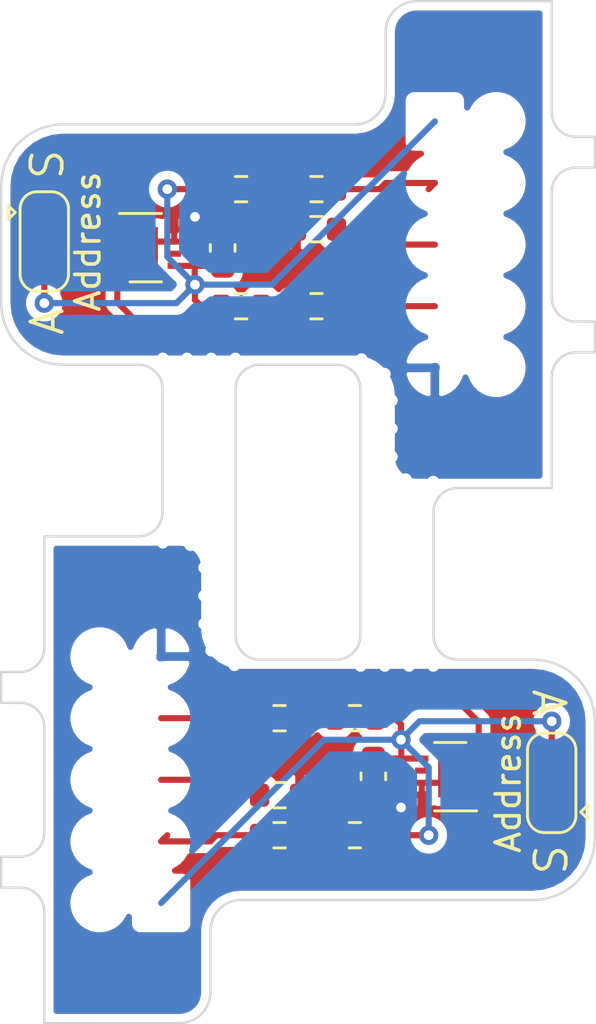
<source format=kicad_pcb>
(kicad_pcb (version 20171130) (host pcbnew 5.1.5+dfsg1-2build2)

  (general
    (thickness 1.6)
    (drawings 517)
    (tracks 98)
    (zones 0)
    (modules 38)
    (nets 21)
  )

  (page A4)
  (layers
    (0 F.Cu signal)
    (31 B.Cu signal)
    (32 B.Adhes user)
    (33 F.Adhes user)
    (34 B.Paste user)
    (35 F.Paste user)
    (36 B.SilkS user)
    (37 F.SilkS user)
    (38 B.Mask user)
    (39 F.Mask user)
    (40 Dwgs.User user hide)
    (41 Cmts.User user)
    (42 Eco1.User user)
    (43 Eco2.User user)
    (44 Edge.Cuts user)
    (45 Margin user hide)
    (46 B.CrtYd user hide)
    (47 F.CrtYd user hide)
    (48 B.Fab user hide)
    (49 F.Fab user hide)
  )

  (setup
    (last_trace_width 0.25)
    (user_trace_width 0.254)
    (trace_clearance 0.2)
    (zone_clearance 0.508)
    (zone_45_only no)
    (trace_min 0.2)
    (via_size 0.8)
    (via_drill 0.4)
    (via_min_size 0.4)
    (via_min_drill 0.3)
    (uvia_size 0.3)
    (uvia_drill 0.1)
    (uvias_allowed no)
    (uvia_min_size 0.2)
    (uvia_min_drill 0.1)
    (edge_width 0.05)
    (segment_width 0.2)
    (pcb_text_width 0.3)
    (pcb_text_size 1.5 1.5)
    (mod_edge_width 0.12)
    (mod_text_size 1 1)
    (mod_text_width 0.15)
    (pad_size 1.524 1.524)
    (pad_drill 0.762)
    (pad_to_mask_clearance 0)
    (aux_axis_origin 0 0)
    (visible_elements FFFFFF7F)
    (pcbplotparams
      (layerselection 0x010fc_ffffffff)
      (usegerberextensions false)
      (usegerberattributes false)
      (usegerberadvancedattributes false)
      (creategerberjobfile false)
      (excludeedgelayer true)
      (linewidth 0.150000)
      (plotframeref false)
      (viasonmask false)
      (mode 1)
      (useauxorigin false)
      (hpglpennumber 1)
      (hpglpenspeed 20)
      (hpglpendiameter 15.000000)
      (psnegative false)
      (psa4output false)
      (plotreference true)
      (plotvalue true)
      (plotinvisibletext false)
      (padsonsilk false)
      (subtractmaskfromsilk false)
      (outputformat 1)
      (mirror false)
      (drillshape 1)
      (scaleselection 1)
      (outputdirectory ""))
  )

  (net 0 "")
  (net 1 Board_1-+5V)
  (net 2 Board_1-GND)
  (net 3 "Board_1-Net-(J1-Pad3)")
  (net 4 "Board_1-Net-(J1-Pad5)")
  (net 5 "Board_1-Net-(J1-Pad7)")
  (net 6 "Board_1-Net-(JP1-Pad2)")
  (net 7 "Board_1-Net-(R1-Pad2)")
  (net 8 "Board_1-Net-(R2-Pad2)")
  (net 9 "Board_1-Net-(U1-Pad3)")
  (net 10 "Board_1-Net-(U1-Pad6)")
  (net 11 Board_2-+5V)
  (net 12 Board_2-GND)
  (net 13 "Board_2-Net-(J1-Pad3)")
  (net 14 "Board_2-Net-(J1-Pad5)")
  (net 15 "Board_2-Net-(J1-Pad7)")
  (net 16 "Board_2-Net-(JP1-Pad2)")
  (net 17 "Board_2-Net-(R1-Pad2)")
  (net 18 "Board_2-Net-(R2-Pad2)")
  (net 19 "Board_2-Net-(U1-Pad3)")
  (net 20 "Board_2-Net-(U1-Pad6)")

  (net_class Default "This is the default net class."
    (clearance 0.2)
    (trace_width 0.25)
    (via_dia 0.8)
    (via_drill 0.4)
    (uvia_dia 0.3)
    (uvia_drill 0.1)
    (add_net Board_1-+5V)
    (add_net Board_1-GND)
    (add_net "Board_1-Net-(J1-Pad3)")
    (add_net "Board_1-Net-(J1-Pad5)")
    (add_net "Board_1-Net-(J1-Pad7)")
    (add_net "Board_1-Net-(JP1-Pad2)")
    (add_net "Board_1-Net-(R1-Pad2)")
    (add_net "Board_1-Net-(R2-Pad2)")
    (add_net "Board_1-Net-(U1-Pad3)")
    (add_net "Board_1-Net-(U1-Pad6)")
    (add_net Board_2-+5V)
    (add_net Board_2-GND)
    (add_net "Board_2-Net-(J1-Pad3)")
    (add_net "Board_2-Net-(J1-Pad5)")
    (add_net "Board_2-Net-(J1-Pad7)")
    (add_net "Board_2-Net-(JP1-Pad2)")
    (add_net "Board_2-Net-(R1-Pad2)")
    (add_net "Board_2-Net-(R2-Pad2)")
    (add_net "Board_2-Net-(U1-Pad3)")
    (add_net "Board_2-Net-(U1-Pad6)")
  )

  (module NPTH (layer F.Cu) (tedit 5FA56C77) (tstamp 604B51B5)
    (at 55.58517 67.362006)
    (fp_text reference REF** (at 0 0.5) (layer F.SilkS) hide
      (effects (font (size 1 1) (thickness 0.15)))
    )
    (fp_text value NPTH (at 0 -0.5) (layer F.Fab) hide
      (effects (font (size 1 1) (thickness 0.15)))
    )
    (pad "" np_thru_hole circle (at 0 0) (size 0.5 0.5) (drill 0.5) (layers *.Cu))
  )

  (module NPTH (layer F.Cu) (tedit 5FA56C77) (tstamp 604B51AD)
    (at 54.58517 67.362008)
    (fp_text reference REF** (at 0 0.5) (layer F.SilkS) hide
      (effects (font (size 1 1) (thickness 0.15)))
    )
    (fp_text value NPTH (at 0 -0.5) (layer F.Fab) hide
      (effects (font (size 1 1) (thickness 0.15)))
    )
    (pad "" np_thru_hole circle (at 0 0) (size 0.5 0.5) (drill 0.5) (layers *.Cu))
  )

  (module NPTH (layer F.Cu) (tedit 5FA56C77) (tstamp 604B51A5)
    (at 53.58517 67.36201)
    (fp_text reference REF** (at 0 0.5) (layer F.SilkS) hide
      (effects (font (size 1 1) (thickness 0.15)))
    )
    (fp_text value NPTH (at 0 -0.5) (layer F.Fab) hide
      (effects (font (size 1 1) (thickness 0.15)))
    )
    (pad "" np_thru_hole circle (at 0 0) (size 0.5 0.5) (drill 0.5) (layers *.Cu))
  )

  (module NPTH (layer F.Cu) (tedit 5FA56C77) (tstamp 604B519D)
    (at 52.58517 67.362011)
    (fp_text reference REF** (at 0 0.5) (layer F.SilkS) hide
      (effects (font (size 1 1) (thickness 0.15)))
    )
    (fp_text value NPTH (at 0 -0.5) (layer F.Fab) hide
      (effects (font (size 1 1) (thickness 0.15)))
    )
    (pad "" np_thru_hole circle (at 0 0) (size 0.5 0.5) (drill 0.5) (layers *.Cu))
  )

  (module NPTH (layer F.Cu) (tedit 5FA56C77) (tstamp 604B5195)
    (at 47.375721 67.33567)
    (fp_text reference REF** (at 0 0.5) (layer F.SilkS) hide
      (effects (font (size 1 1) (thickness 0.15)))
    )
    (fp_text value NPTH (at 0 -0.5) (layer F.Fab) hide
      (effects (font (size 1 1) (thickness 0.15)))
    )
    (pad "" np_thru_hole circle (at 0 0) (size 0.5 0.5) (drill 0.5) (layers *.Cu))
  )

  (module NPTH (layer F.Cu) (tedit 5FA56C77) (tstamp 604B518D)
    (at 46.419996 66.733056)
    (fp_text reference REF** (at 0 0.5) (layer F.SilkS) hide
      (effects (font (size 1 1) (thickness 0.15)))
    )
    (fp_text value NPTH (at 0 -0.5) (layer F.Fab) hide
      (effects (font (size 1 1) (thickness 0.15)))
    )
    (pad "" np_thru_hole circle (at 0 0) (size 0.5 0.5) (drill 0.5) (layers *.Cu))
  )

  (module NPTH (layer F.Cu) (tedit 5FA56C77) (tstamp 604B5185)
    (at 46.1315 65.635987)
    (fp_text reference REF** (at 0 0.5) (layer F.SilkS) hide
      (effects (font (size 1 1) (thickness 0.15)))
    )
    (fp_text value NPTH (at 0 -0.5) (layer F.Fab) hide
      (effects (font (size 1 1) (thickness 0.15)))
    )
    (pad "" np_thru_hole circle (at 0 0) (size 0.5 0.5) (drill 0.5) (layers *.Cu))
  )

  (module NPTH (layer F.Cu) (tedit 5FA56C77) (tstamp 604B517D)
    (at 46.131504 64.478193)
    (fp_text reference REF** (at 0 0.5) (layer F.SilkS) hide
      (effects (font (size 1 1) (thickness 0.15)))
    )
    (fp_text value NPTH (at 0 -0.5) (layer F.Fab) hide
      (effects (font (size 1 1) (thickness 0.15)))
    )
    (pad "" np_thru_hole circle (at 0 0) (size 0.5 0.5) (drill 0.5) (layers *.Cu))
  )

  (module NPTH (layer F.Cu) (tedit 5FA56C77) (tstamp 604B5175)
    (at 46.131508 63.320399)
    (fp_text reference REF** (at 0 0.5) (layer F.SilkS) hide
      (effects (font (size 1 1) (thickness 0.15)))
    )
    (fp_text value NPTH (at 0 -0.5) (layer F.Fab) hide
      (effects (font (size 1 1) (thickness 0.15)))
    )
    (pad "" np_thru_hole circle (at 0 0) (size 0.5 0.5) (drill 0.5) (layers *.Cu))
  )

  (module NPTH (layer F.Cu) (tedit 5FA56C77) (tstamp 604B516D)
    (at 45.556627 62.386387)
    (fp_text reference REF** (at 0 0.5) (layer F.SilkS) hide
      (effects (font (size 1 1) (thickness 0.15)))
    )
    (fp_text value NPTH (at 0 -0.5) (layer F.Fab) hide
      (effects (font (size 1 1) (thickness 0.15)))
    )
    (pad "" np_thru_hole circle (at 0 0) (size 0.5 0.5) (drill 0.5) (layers *.Cu))
  )

  (module NPTH (layer F.Cu) (tedit 5FA56C77) (tstamp 604B5165)
    (at 44.41483 62.282)
    (fp_text reference REF** (at 0 0.5) (layer F.SilkS) hide
      (effects (font (size 1 1) (thickness 0.15)))
    )
    (fp_text value NPTH (at 0 -0.5) (layer F.Fab) hide
      (effects (font (size 1 1) (thickness 0.15)))
    )
    (pad "" np_thru_hole circle (at 0 0) (size 0.5 0.5) (drill 0.5) (layers *.Cu))
  )

  (module NPTH (layer F.Cu) (tedit 5FA56C77) (tstamp 604B515D)
    (at 52.624278 54.730343)
    (fp_text reference REF** (at 0 0.5) (layer F.SilkS) hide
      (effects (font (size 1 1) (thickness 0.15)))
    )
    (fp_text value NPTH (at 0 -0.5) (layer F.Fab) hide
      (effects (font (size 1 1) (thickness 0.15)))
    )
    (pad "" np_thru_hole circle (at 0 0) (size 0.5 0.5) (drill 0.5) (layers *.Cu))
  )

  (module NPTH (layer F.Cu) (tedit 5FA56C77) (tstamp 604B5155)
    (at 53.580003 55.332957)
    (fp_text reference REF** (at 0 0.5) (layer F.SilkS) hide
      (effects (font (size 1 1) (thickness 0.15)))
    )
    (fp_text value NPTH (at 0 -0.5) (layer F.Fab) hide
      (effects (font (size 1 1) (thickness 0.15)))
    )
    (pad "" np_thru_hole circle (at 0 0) (size 0.5 0.5) (drill 0.5) (layers *.Cu))
  )

  (module NPTH (layer F.Cu) (tedit 5FA56C77) (tstamp 604B514D)
    (at 53.868499 56.430026)
    (fp_text reference REF** (at 0 0.5) (layer F.SilkS) hide
      (effects (font (size 1 1) (thickness 0.15)))
    )
    (fp_text value NPTH (at 0 -0.5) (layer F.Fab) hide
      (effects (font (size 1 1) (thickness 0.15)))
    )
    (pad "" np_thru_hole circle (at 0 0) (size 0.5 0.5) (drill 0.5) (layers *.Cu))
  )

  (module NPTH (layer F.Cu) (tedit 5FA56C77) (tstamp 604B5145)
    (at 53.868495 57.587819)
    (fp_text reference REF** (at 0 0.5) (layer F.SilkS) hide
      (effects (font (size 1 1) (thickness 0.15)))
    )
    (fp_text value NPTH (at 0 -0.5) (layer F.Fab) hide
      (effects (font (size 1 1) (thickness 0.15)))
    )
    (pad "" np_thru_hole circle (at 0 0) (size 0.5 0.5) (drill 0.5) (layers *.Cu))
  )

  (module NPTH (layer F.Cu) (tedit 5FA56C77) (tstamp 604B513D)
    (at 53.868491 58.745613)
    (fp_text reference REF** (at 0 0.5) (layer F.SilkS) hide
      (effects (font (size 1 1) (thickness 0.15)))
    )
    (fp_text value NPTH (at 0 -0.5) (layer F.Fab) hide
      (effects (font (size 1 1) (thickness 0.15)))
    )
    (pad "" np_thru_hole circle (at 0 0) (size 0.5 0.5) (drill 0.5) (layers *.Cu))
  )

  (module NPTH (layer F.Cu) (tedit 5FA56C77) (tstamp 604B5135)
    (at 54.443371 59.679626)
    (fp_text reference REF** (at 0 0.5) (layer F.SilkS) hide
      (effects (font (size 1 1) (thickness 0.15)))
    )
    (fp_text value NPTH (at 0 -0.5) (layer F.Fab) hide
      (effects (font (size 1 1) (thickness 0.15)))
    )
    (pad "" np_thru_hole circle (at 0 0) (size 0.5 0.5) (drill 0.5) (layers *.Cu))
  )

  (module NPTH (layer F.Cu) (tedit 5FA56C77) (tstamp 604B512D)
    (at 55.58517 59.784)
    (fp_text reference REF** (at 0 0.5) (layer F.SilkS) hide
      (effects (font (size 1 1) (thickness 0.15)))
    )
    (fp_text value NPTH (at 0 -0.5) (layer F.Fab) hide
      (effects (font (size 1 1) (thickness 0.15)))
    )
    (pad "" np_thru_hole circle (at 0 0) (size 0.5 0.5) (drill 0.5) (layers *.Cu))
  )

  (module NPTH (layer F.Cu) (tedit 5FA56C77) (tstamp 604B5125)
    (at 44.414829 54.703997)
    (fp_text reference REF** (at 0 0.5) (layer F.SilkS) hide
      (effects (font (size 1 1) (thickness 0.15)))
    )
    (fp_text value NPTH (at 0 -0.5) (layer F.Fab) hide
      (effects (font (size 1 1) (thickness 0.15)))
    )
    (pad "" np_thru_hole circle (at 0 0) (size 0.5 0.5) (drill 0.5) (layers *.Cu))
  )

  (module NPTH (layer F.Cu) (tedit 5FA56C77) (tstamp 604B511D)
    (at 45.414829 54.703997)
    (fp_text reference REF** (at 0 0.5) (layer F.SilkS) hide
      (effects (font (size 1 1) (thickness 0.15)))
    )
    (fp_text value NPTH (at 0 -0.5) (layer F.Fab) hide
      (effects (font (size 1 1) (thickness 0.15)))
    )
    (pad "" np_thru_hole circle (at 0 0) (size 0.5 0.5) (drill 0.5) (layers *.Cu))
  )

  (module NPTH (layer F.Cu) (tedit 5FA56C77) (tstamp 604B5115)
    (at 46.414829 54.703996)
    (fp_text reference REF** (at 0 0.5) (layer F.SilkS) hide
      (effects (font (size 1 1) (thickness 0.15)))
    )
    (fp_text value NPTH (at 0 -0.5) (layer F.Fab) hide
      (effects (font (size 1 1) (thickness 0.15)))
    )
    (pad "" np_thru_hole circle (at 0 0) (size 0.5 0.5) (drill 0.5) (layers *.Cu))
  )

  (module NPTH (layer F.Cu) (tedit 5FA56C77) (tstamp 604B510D)
    (at 47.414829 54.703996)
    (fp_text reference REF** (at 0 0.5) (layer F.SilkS) hide
      (effects (font (size 1 1) (thickness 0.15)))
    )
    (fp_text value NPTH (at 0 -0.5) (layer F.Fab) hide
      (effects (font (size 1 1) (thickness 0.15)))
    )
    (pad "" np_thru_hole circle (at 0 0) (size 0.5 0.5) (drill 0.5) (layers *.Cu))
  )

  (module Jumper:SolderJumper-3_P1.3mm_Open_RoundedPad1.0x1.5mm (layer F.Cu) (tedit 5B391EB7) (tstamp 604B50B5)
    (at 60.477509 72.19302 90)
    (descr "SMD Solder 3-pad Jumper, 1x1.5mm rounded Pads, 0.3mm gap, open")
    (tags "solder jumper open")
    (path /601E9803)
    (attr virtual)
    (fp_text reference Address (at 0 -1.8 270) (layer F.SilkS)
      (effects (font (size 1 1) (thickness 0.15)))
    )
    (fp_text value SolderJumper_3_Open (at 0 1.9 270) (layer F.Fab) hide
      (effects (font (size 1 1) (thickness 0.15)))
    )
    (fp_arc (start 1.35 -0.3) (end 2.05 -0.3) (angle -90) (layer F.SilkS) (width 0.12))
    (fp_arc (start 1.35 0.3) (end 1.35 1) (angle -90) (layer F.SilkS) (width 0.12))
    (fp_arc (start -1.35 0.3) (end -2.05 0.3) (angle -90) (layer F.SilkS) (width 0.12))
    (fp_arc (start -1.35 -0.3) (end -1.35 -1) (angle -90) (layer F.SilkS) (width 0.12))
    (fp_line (start 2.3 1.25) (end -2.3 1.25) (layer F.CrtYd) (width 0.05))
    (fp_line (start 2.3 1.25) (end 2.3 -1.25) (layer F.CrtYd) (width 0.05))
    (fp_line (start -2.3 -1.25) (end -2.3 1.25) (layer F.CrtYd) (width 0.05))
    (fp_line (start -2.3 -1.25) (end 2.3 -1.25) (layer F.CrtYd) (width 0.05))
    (fp_line (start -1.4 -1) (end 1.4 -1) (layer F.SilkS) (width 0.12))
    (fp_line (start 2.05 -0.3) (end 2.05 0.3) (layer F.SilkS) (width 0.12))
    (fp_line (start 1.4 1) (end -1.4 1) (layer F.SilkS) (width 0.12))
    (fp_line (start -2.05 0.3) (end -2.05 -0.3) (layer F.SilkS) (width 0.12))
    (fp_line (start -1.2 1.2) (end -1.5 1.5) (layer F.SilkS) (width 0.12))
    (fp_line (start -1.5 1.5) (end -0.9 1.5) (layer F.SilkS) (width 0.12))
    (fp_line (start -1.2 1.2) (end -0.9 1.5) (layer F.SilkS) (width 0.12))
    (pad 1 smd custom (at -1.3 0 90) (size 1 0.5) (layers F.Cu F.Mask)
      (net 12 Board_2-GND) (zone_connect 2)
      (options (clearance outline) (anchor rect))
      (primitives
        (gr_circle (center 0 0.25) (end 0.5 0.25) (width 0))
        (gr_circle (center 0 -0.25) (end 0.5 -0.25) (width 0))
        (gr_poly (pts
           (xy 0.55 -0.75) (xy 0 -0.75) (xy 0 0.75) (xy 0.55 0.75)) (width 0))
      ))
    (pad 3 smd custom (at 1.3 0 90) (size 1 0.5) (layers F.Cu F.Mask)
      (net 11 Board_2-+5V) (zone_connect 2)
      (options (clearance outline) (anchor rect))
      (primitives
        (gr_circle (center 0 0.25) (end 0.5 0.25) (width 0))
        (gr_circle (center 0 -0.25) (end 0.5 -0.25) (width 0))
        (gr_poly (pts
           (xy -0.55 -0.75) (xy 0 -0.75) (xy 0 0.75) (xy -0.55 0.75)) (width 0))
      ))
    (pad 2 smd rect (at 0 0 90) (size 1 1.5) (layers F.Cu F.Mask)
      (net 16 "Board_2-Net-(JP1-Pad2)"))
  )

  (module Sensor_Humidity:Sensirion_DFN-8-1EP_2.5x2.5mm_P0.5mm_EP1.1x1.7mm (layer F.Cu) (tedit 5F15CF57) (tstamp 604B509C)
    (at 56.286509 71.93902 180)
    (descr "Sensirion DFN-8 SHT3x-DIS (https://www.sensirion.com/fileadmin/user_upload/customers/sensirion/Dokumente/2_Humidity_Sensors/Datasheets/Sensirion_Humidity_Sensors_SHT3x_Datasheet_digital.pdf)")
    (tags "sensirion dfn nolead")
    (path /601D909D)
    (attr smd)
    (fp_text reference U1 (at 0 -2.25) (layer F.SilkS) hide
      (effects (font (size 1 1) (thickness 0.15)))
    )
    (fp_text value SHT30-DIS (at 0 2.5) (layer F.Fab) hide
      (effects (font (size 1 1) (thickness 0.15)))
    )
    (fp_text user %R (at 0 0) (layer F.Fab)
      (effects (font (size 0.4 0.4) (thickness 0.06)))
    )
    (fp_line (start -0.75 -1.25) (end 1.25 -1.25) (layer F.Fab) (width 0.1))
    (fp_line (start 1.25 -1.25) (end 1.25 1.25) (layer F.Fab) (width 0.1))
    (fp_line (start 1.25 1.25) (end -1.25 1.25) (layer F.Fab) (width 0.1))
    (fp_line (start -1.25 1.25) (end -1.25 -0.75) (layer F.Fab) (width 0.1))
    (fp_line (start -1.25 -0.75) (end -0.75 -1.25) (layer F.Fab) (width 0.1))
    (fp_line (start -1.7 -1.5) (end -1.7 1.5) (layer F.CrtYd) (width 0.05))
    (fp_line (start 1.7 -1.5) (end 1.7 1.5) (layer F.CrtYd) (width 0.05))
    (fp_line (start -1.7 -1.5) (end 1.7 -1.5) (layer F.CrtYd) (width 0.05))
    (fp_line (start -1.7 1.5) (end 1.7 1.5) (layer F.CrtYd) (width 0.05))
    (fp_line (start -0.65 1.41) (end 0.65 1.41) (layer F.SilkS) (width 0.12))
    (fp_line (start -1.09 -1.41) (end 0.65 -1.41) (layer F.SilkS) (width 0.12))
    (pad "" smd custom (at 0 0 180) (size 0.9 0.9) (layers F.Paste)
      (zone_connect 0)
      (options (clearance outline) (anchor rect))
      (primitives
        (gr_poly (pts
           (xy 0.45 0.8) (xy -0.45 0.8) (xy -0.45 -0.53) (xy -0.18 -0.8) (xy 0.45 -0.8)
) (width 0))
      ))
    (pad 9 smd custom (at 0 0 180) (size 1 1) (layers F.Cu F.Mask)
      (net 12 Board_2-GND) (zone_connect 0)
      (options (clearance outline) (anchor circle))
      (primitives
        (gr_poly (pts
           (xy 0.5 0.85) (xy -0.5 0.85) (xy -0.5 -0.55) (xy -0.2 -0.85) (xy 0.5 -0.85)
) (width 0))
      ))
    (pad 8 smd rect (at 1.175 -0.75 180) (size 0.55 0.25) (layers F.Cu F.Paste F.Mask)
      (net 12 Board_2-GND))
    (pad 7 smd rect (at 1.175 -0.25 180) (size 0.55 0.25) (layers F.Cu F.Paste F.Mask)
      (net 12 Board_2-GND))
    (pad 6 smd rect (at 1.175 0.25 180) (size 0.55 0.25) (layers F.Cu F.Paste F.Mask)
      (net 20 "Board_2-Net-(U1-Pad6)"))
    (pad 5 smd rect (at 1.175 0.75 180) (size 0.55 0.25) (layers F.Cu F.Paste F.Mask)
      (net 11 Board_2-+5V))
    (pad 4 smd rect (at -1.175 0.75) (size 0.55 0.25) (layers F.Cu F.Paste F.Mask)
      (net 17 "Board_2-Net-(R1-Pad2)"))
    (pad 3 smd rect (at -1.175 0.25 180) (size 0.55 0.25) (layers F.Cu F.Paste F.Mask)
      (net 19 "Board_2-Net-(U1-Pad3)"))
    (pad 2 smd rect (at -1.175 -0.25 180) (size 0.55 0.25) (layers F.Cu F.Paste F.Mask)
      (net 16 "Board_2-Net-(JP1-Pad2)"))
    (pad 1 smd rect (at -1.175 -0.75 180) (size 0.55 0.25) (layers F.Cu F.Paste F.Mask)
      (net 18 "Board_2-Net-(R2-Pad2)"))
    (model ${KISYS3DMOD}/Sensor_Humidity.3dshapes/Sensirion_DFN-8-1EP_2.5x2.5mm_P0.5mm_EP1.1x1.7mm.wrl
      (at (xyz 0 0 0))
      (scale (xyz 1 1 1))
      (rotate (xyz 0 0 0))
    )
  )

  (module Capacitor_SMD:C_0603_1608Metric (layer F.Cu) (tedit 5F68FEEE) (tstamp 604B508C)
    (at 53.111509 71.92602 270)
    (descr "Capacitor SMD 0603 (1608 Metric), square (rectangular) end terminal, IPC_7351 nominal, (Body size source: IPC-SM-782 page 76, https://www.pcb-3d.com/wordpress/wp-content/uploads/ipc-sm-782a_amendment_1_and_2.pdf), generated with kicad-footprint-generator")
    (tags capacitor)
    (path /601ED854)
    (attr smd)
    (fp_text reference C1 (at 0 -1.43 90) (layer F.SilkS) hide
      (effects (font (size 1 1) (thickness 0.15)))
    )
    (fp_text value C (at 0 1.43 90) (layer F.Fab) hide
      (effects (font (size 1 1) (thickness 0.15)))
    )
    (fp_text user %R (at 0 0 90) (layer F.Fab)
      (effects (font (size 0.4 0.4) (thickness 0.06)))
    )
    (fp_line (start -0.8 0.4) (end -0.8 -0.4) (layer F.Fab) (width 0.1))
    (fp_line (start -0.8 -0.4) (end 0.8 -0.4) (layer F.Fab) (width 0.1))
    (fp_line (start 0.8 -0.4) (end 0.8 0.4) (layer F.Fab) (width 0.1))
    (fp_line (start 0.8 0.4) (end -0.8 0.4) (layer F.Fab) (width 0.1))
    (fp_line (start -0.14058 -0.51) (end 0.14058 -0.51) (layer F.SilkS) (width 0.12))
    (fp_line (start -0.14058 0.51) (end 0.14058 0.51) (layer F.SilkS) (width 0.12))
    (fp_line (start -1.48 0.73) (end -1.48 -0.73) (layer F.CrtYd) (width 0.05))
    (fp_line (start -1.48 -0.73) (end 1.48 -0.73) (layer F.CrtYd) (width 0.05))
    (fp_line (start 1.48 -0.73) (end 1.48 0.73) (layer F.CrtYd) (width 0.05))
    (fp_line (start 1.48 0.73) (end -1.48 0.73) (layer F.CrtYd) (width 0.05))
    (pad 1 smd roundrect (at -0.775 0 270) (size 0.9 0.95) (layers F.Cu F.Paste F.Mask) (roundrect_rratio 0.25)
      (net 11 Board_2-+5V))
    (pad 2 smd roundrect (at 0.775 0 270) (size 0.9 0.95) (layers F.Cu F.Paste F.Mask) (roundrect_rratio 0.25)
      (net 12 Board_2-GND))
    (model ${KISYS3DMOD}/Capacitor_SMD.3dshapes/C_0603_1608Metric.wrl
      (at (xyz 0 0 0))
      (scale (xyz 1 1 1))
      (rotate (xyz 0 0 0))
    )
  )

  (module Resistor_SMD:R_0603_1608Metric (layer F.Cu) (tedit 5F68FEEE) (tstamp 604B507C)
    (at 52.349509 69.52602 180)
    (descr "Resistor SMD 0603 (1608 Metric), square (rectangular) end terminal, IPC_7351 nominal, (Body size source: IPC-SM-782 page 72, https://www.pcb-3d.com/wordpress/wp-content/uploads/ipc-sm-782a_amendment_1_and_2.pdf), generated with kicad-footprint-generator")
    (tags resistor)
    (path /601DA0F5)
    (attr smd)
    (fp_text reference R1 (at 0 -1.43) (layer F.SilkS) hide
      (effects (font (size 1 1) (thickness 0.15)))
    )
    (fp_text value 5k6 (at 0 1.43) (layer F.Fab) hide
      (effects (font (size 1 1) (thickness 0.15)))
    )
    (fp_text user %R (at 0 0) (layer F.Fab)
      (effects (font (size 0.4 0.4) (thickness 0.06)))
    )
    (fp_line (start -0.8 0.4125) (end -0.8 -0.4125) (layer F.Fab) (width 0.1))
    (fp_line (start -0.8 -0.4125) (end 0.8 -0.4125) (layer F.Fab) (width 0.1))
    (fp_line (start 0.8 -0.4125) (end 0.8 0.4125) (layer F.Fab) (width 0.1))
    (fp_line (start 0.8 0.4125) (end -0.8 0.4125) (layer F.Fab) (width 0.1))
    (fp_line (start -0.237258 -0.5225) (end 0.237258 -0.5225) (layer F.SilkS) (width 0.12))
    (fp_line (start -0.237258 0.5225) (end 0.237258 0.5225) (layer F.SilkS) (width 0.12))
    (fp_line (start -1.48 0.73) (end -1.48 -0.73) (layer F.CrtYd) (width 0.05))
    (fp_line (start -1.48 -0.73) (end 1.48 -0.73) (layer F.CrtYd) (width 0.05))
    (fp_line (start 1.48 -0.73) (end 1.48 0.73) (layer F.CrtYd) (width 0.05))
    (fp_line (start 1.48 0.73) (end -1.48 0.73) (layer F.CrtYd) (width 0.05))
    (pad 1 smd roundrect (at -0.825 0 180) (size 0.8 0.95) (layers F.Cu F.Paste F.Mask) (roundrect_rratio 0.25)
      (net 11 Board_2-+5V))
    (pad 2 smd roundrect (at 0.825 0 180) (size 0.8 0.95) (layers F.Cu F.Paste F.Mask) (roundrect_rratio 0.25)
      (net 17 "Board_2-Net-(R1-Pad2)"))
    (model ${KISYS3DMOD}/Resistor_SMD.3dshapes/R_0603_1608Metric.wrl
      (at (xyz 0 0 0))
      (scale (xyz 1 1 1))
      (rotate (xyz 0 0 0))
    )
  )

  (module Resistor_SMD:R_0603_1608Metric (layer F.Cu) (tedit 5F68FEEE) (tstamp 604B506C)
    (at 52.349509 74.35202 180)
    (descr "Resistor SMD 0603 (1608 Metric), square (rectangular) end terminal, IPC_7351 nominal, (Body size source: IPC-SM-782 page 72, https://www.pcb-3d.com/wordpress/wp-content/uploads/ipc-sm-782a_amendment_1_and_2.pdf), generated with kicad-footprint-generator")
    (tags resistor)
    (path /601DBCBB)
    (attr smd)
    (fp_text reference R2 (at 0 -1.43) (layer F.SilkS) hide
      (effects (font (size 1 1) (thickness 0.15)))
    )
    (fp_text value 5k6 (at 0 1.43) (layer F.Fab) hide
      (effects (font (size 1 1) (thickness 0.15)))
    )
    (fp_text user %R (at 0 0) (layer F.Fab)
      (effects (font (size 0.4 0.4) (thickness 0.06)))
    )
    (fp_line (start -0.8 0.4125) (end -0.8 -0.4125) (layer F.Fab) (width 0.1))
    (fp_line (start -0.8 -0.4125) (end 0.8 -0.4125) (layer F.Fab) (width 0.1))
    (fp_line (start 0.8 -0.4125) (end 0.8 0.4125) (layer F.Fab) (width 0.1))
    (fp_line (start 0.8 0.4125) (end -0.8 0.4125) (layer F.Fab) (width 0.1))
    (fp_line (start -0.237258 -0.5225) (end 0.237258 -0.5225) (layer F.SilkS) (width 0.12))
    (fp_line (start -0.237258 0.5225) (end 0.237258 0.5225) (layer F.SilkS) (width 0.12))
    (fp_line (start -1.48 0.73) (end -1.48 -0.73) (layer F.CrtYd) (width 0.05))
    (fp_line (start -1.48 -0.73) (end 1.48 -0.73) (layer F.CrtYd) (width 0.05))
    (fp_line (start 1.48 -0.73) (end 1.48 0.73) (layer F.CrtYd) (width 0.05))
    (fp_line (start 1.48 0.73) (end -1.48 0.73) (layer F.CrtYd) (width 0.05))
    (pad 1 smd roundrect (at -0.825 0 180) (size 0.8 0.95) (layers F.Cu F.Paste F.Mask) (roundrect_rratio 0.25)
      (net 11 Board_2-+5V))
    (pad 2 smd roundrect (at 0.825 0 180) (size 0.8 0.95) (layers F.Cu F.Paste F.Mask) (roundrect_rratio 0.25)
      (net 18 "Board_2-Net-(R2-Pad2)"))
    (model ${KISYS3DMOD}/Resistor_SMD.3dshapes/R_0603_1608Metric.wrl
      (at (xyz 0 0 0))
      (scale (xyz 1 1 1))
      (rotate (xyz 0 0 0))
    )
  )

  (module Resistor_SMD:R_0603_1608Metric (layer F.Cu) (tedit 5F68FEEE) (tstamp 604B505C)
    (at 49.238509 69.52602)
    (descr "Resistor SMD 0603 (1608 Metric), square (rectangular) end terminal, IPC_7351 nominal, (Body size source: IPC-SM-782 page 72, https://www.pcb-3d.com/wordpress/wp-content/uploads/ipc-sm-782a_amendment_1_and_2.pdf), generated with kicad-footprint-generator")
    (tags resistor)
    (path /601DD8FF)
    (attr smd)
    (fp_text reference R3 (at 0 -1.43) (layer F.SilkS) hide
      (effects (font (size 1 1) (thickness 0.15)))
    )
    (fp_text value 200 (at 0 1.43) (layer F.Fab) hide
      (effects (font (size 1 1) (thickness 0.15)))
    )
    (fp_text user %R (at 0 0) (layer F.Fab)
      (effects (font (size 0.4 0.4) (thickness 0.06)))
    )
    (fp_line (start -0.8 0.4125) (end -0.8 -0.4125) (layer F.Fab) (width 0.1))
    (fp_line (start -0.8 -0.4125) (end 0.8 -0.4125) (layer F.Fab) (width 0.1))
    (fp_line (start 0.8 -0.4125) (end 0.8 0.4125) (layer F.Fab) (width 0.1))
    (fp_line (start 0.8 0.4125) (end -0.8 0.4125) (layer F.Fab) (width 0.1))
    (fp_line (start -0.237258 -0.5225) (end 0.237258 -0.5225) (layer F.SilkS) (width 0.12))
    (fp_line (start -0.237258 0.5225) (end 0.237258 0.5225) (layer F.SilkS) (width 0.12))
    (fp_line (start -1.48 0.73) (end -1.48 -0.73) (layer F.CrtYd) (width 0.05))
    (fp_line (start -1.48 -0.73) (end 1.48 -0.73) (layer F.CrtYd) (width 0.05))
    (fp_line (start 1.48 -0.73) (end 1.48 0.73) (layer F.CrtYd) (width 0.05))
    (fp_line (start 1.48 0.73) (end -1.48 0.73) (layer F.CrtYd) (width 0.05))
    (pad 1 smd roundrect (at -0.825 0) (size 0.8 0.95) (layers F.Cu F.Paste F.Mask) (roundrect_rratio 0.25)
      (net 15 "Board_2-Net-(J1-Pad7)"))
    (pad 2 smd roundrect (at 0.825 0) (size 0.8 0.95) (layers F.Cu F.Paste F.Mask) (roundrect_rratio 0.25)
      (net 17 "Board_2-Net-(R1-Pad2)"))
    (model ${KISYS3DMOD}/Resistor_SMD.3dshapes/R_0603_1608Metric.wrl
      (at (xyz 0 0 0))
      (scale (xyz 1 1 1))
      (rotate (xyz 0 0 0))
    )
  )

  (module Resistor_SMD:R_0603_1608Metric (layer F.Cu) (tedit 5F68FEEE) (tstamp 604B504C)
    (at 49.237509 74.35202 180)
    (descr "Resistor SMD 0603 (1608 Metric), square (rectangular) end terminal, IPC_7351 nominal, (Body size source: IPC-SM-782 page 72, https://www.pcb-3d.com/wordpress/wp-content/uploads/ipc-sm-782a_amendment_1_and_2.pdf), generated with kicad-footprint-generator")
    (tags resistor)
    (path /601DCFC6)
    (attr smd)
    (fp_text reference R4 (at 0 -1.43) (layer F.SilkS) hide
      (effects (font (size 1 1) (thickness 0.15)))
    )
    (fp_text value 200 (at 0 1.43) (layer F.Fab) hide
      (effects (font (size 1 1) (thickness 0.15)))
    )
    (fp_text user %R (at 0 0) (layer F.Fab)
      (effects (font (size 0.4 0.4) (thickness 0.06)))
    )
    (fp_line (start -0.8 0.4125) (end -0.8 -0.4125) (layer F.Fab) (width 0.1))
    (fp_line (start -0.8 -0.4125) (end 0.8 -0.4125) (layer F.Fab) (width 0.1))
    (fp_line (start 0.8 -0.4125) (end 0.8 0.4125) (layer F.Fab) (width 0.1))
    (fp_line (start 0.8 0.4125) (end -0.8 0.4125) (layer F.Fab) (width 0.1))
    (fp_line (start -0.237258 -0.5225) (end 0.237258 -0.5225) (layer F.SilkS) (width 0.12))
    (fp_line (start -0.237258 0.5225) (end 0.237258 0.5225) (layer F.SilkS) (width 0.12))
    (fp_line (start -1.48 0.73) (end -1.48 -0.73) (layer F.CrtYd) (width 0.05))
    (fp_line (start -1.48 -0.73) (end 1.48 -0.73) (layer F.CrtYd) (width 0.05))
    (fp_line (start 1.48 -0.73) (end 1.48 0.73) (layer F.CrtYd) (width 0.05))
    (fp_line (start 1.48 0.73) (end -1.48 0.73) (layer F.CrtYd) (width 0.05))
    (pad 1 smd roundrect (at -0.825 0 180) (size 0.8 0.95) (layers F.Cu F.Paste F.Mask) (roundrect_rratio 0.25)
      (net 18 "Board_2-Net-(R2-Pad2)"))
    (pad 2 smd roundrect (at 0.825 0 180) (size 0.8 0.95) (layers F.Cu F.Paste F.Mask) (roundrect_rratio 0.25)
      (net 13 "Board_2-Net-(J1-Pad3)"))
    (model ${KISYS3DMOD}/Resistor_SMD.3dshapes/R_0603_1608Metric.wrl
      (at (xyz 0 0 0))
      (scale (xyz 1 1 1))
      (rotate (xyz 0 0 0))
    )
  )

  (module Resistor_SMD:R_0603_1608Metric (layer F.Cu) (tedit 5F68FEEE) (tstamp 604B503C)
    (at 49.238509 72.70102)
    (descr "Resistor SMD 0603 (1608 Metric), square (rectangular) end terminal, IPC_7351 nominal, (Body size source: IPC-SM-782 page 72, https://www.pcb-3d.com/wordpress/wp-content/uploads/ipc-sm-782a_amendment_1_and_2.pdf), generated with kicad-footprint-generator")
    (tags resistor)
    (path /601E819C)
    (attr smd)
    (fp_text reference R5 (at 0 -1.43) (layer F.SilkS) hide
      (effects (font (size 1 1) (thickness 0.15)))
    )
    (fp_text value 5k6 (at 0 1.43) (layer F.Fab) hide
      (effects (font (size 1 1) (thickness 0.15)))
    )
    (fp_text user %R (at 0 0) (layer F.Fab)
      (effects (font (size 0.4 0.4) (thickness 0.06)))
    )
    (fp_line (start -0.8 0.4125) (end -0.8 -0.4125) (layer F.Fab) (width 0.1))
    (fp_line (start -0.8 -0.4125) (end 0.8 -0.4125) (layer F.Fab) (width 0.1))
    (fp_line (start 0.8 -0.4125) (end 0.8 0.4125) (layer F.Fab) (width 0.1))
    (fp_line (start 0.8 0.4125) (end -0.8 0.4125) (layer F.Fab) (width 0.1))
    (fp_line (start -0.237258 -0.5225) (end 0.237258 -0.5225) (layer F.SilkS) (width 0.12))
    (fp_line (start -0.237258 0.5225) (end 0.237258 0.5225) (layer F.SilkS) (width 0.12))
    (fp_line (start -1.48 0.73) (end -1.48 -0.73) (layer F.CrtYd) (width 0.05))
    (fp_line (start -1.48 -0.73) (end 1.48 -0.73) (layer F.CrtYd) (width 0.05))
    (fp_line (start 1.48 -0.73) (end 1.48 0.73) (layer F.CrtYd) (width 0.05))
    (fp_line (start 1.48 0.73) (end -1.48 0.73) (layer F.CrtYd) (width 0.05))
    (pad 1 smd roundrect (at -0.825 0) (size 0.8 0.95) (layers F.Cu F.Paste F.Mask) (roundrect_rratio 0.25)
      (net 14 "Board_2-Net-(J1-Pad5)"))
    (pad 2 smd roundrect (at 0.825 0) (size 0.8 0.95) (layers F.Cu F.Paste F.Mask) (roundrect_rratio 0.25)
      (net 12 Board_2-GND))
    (model ${KISYS3DMOD}/Resistor_SMD.3dshapes/R_0603_1608Metric.wrl
      (at (xyz 0 0 0))
      (scale (xyz 1 1 1))
      (rotate (xyz 0 0 0))
    )
  )

  (module Jumper:SolderJumper-3_P1.3mm_Open_RoundedPad1.0x1.5mm (layer F.Cu) (tedit 5B391EB7) (tstamp 604B4FCB)
    (at 39.522491 49.872994 270)
    (descr "SMD Solder 3-pad Jumper, 1x1.5mm rounded Pads, 0.3mm gap, open")
    (tags "solder jumper open")
    (path /601E9803)
    (attr virtual)
    (fp_text reference Address (at 0 -1.8 270) (layer F.SilkS)
      (effects (font (size 1 1) (thickness 0.15)))
    )
    (fp_text value SolderJumper_3_Open (at 0 1.9 270) (layer F.Fab) hide
      (effects (font (size 1 1) (thickness 0.15)))
    )
    (fp_arc (start 1.35 -0.3) (end 2.05 -0.3) (angle -90) (layer F.SilkS) (width 0.12))
    (fp_arc (start 1.35 0.3) (end 1.35 1) (angle -90) (layer F.SilkS) (width 0.12))
    (fp_arc (start -1.35 0.3) (end -2.05 0.3) (angle -90) (layer F.SilkS) (width 0.12))
    (fp_arc (start -1.35 -0.3) (end -1.35 -1) (angle -90) (layer F.SilkS) (width 0.12))
    (fp_line (start 2.3 1.25) (end -2.3 1.25) (layer F.CrtYd) (width 0.05))
    (fp_line (start 2.3 1.25) (end 2.3 -1.25) (layer F.CrtYd) (width 0.05))
    (fp_line (start -2.3 -1.25) (end -2.3 1.25) (layer F.CrtYd) (width 0.05))
    (fp_line (start -2.3 -1.25) (end 2.3 -1.25) (layer F.CrtYd) (width 0.05))
    (fp_line (start -1.4 -1) (end 1.4 -1) (layer F.SilkS) (width 0.12))
    (fp_line (start 2.05 -0.3) (end 2.05 0.3) (layer F.SilkS) (width 0.12))
    (fp_line (start 1.4 1) (end -1.4 1) (layer F.SilkS) (width 0.12))
    (fp_line (start -2.05 0.3) (end -2.05 -0.3) (layer F.SilkS) (width 0.12))
    (fp_line (start -1.2 1.2) (end -1.5 1.5) (layer F.SilkS) (width 0.12))
    (fp_line (start -1.5 1.5) (end -0.9 1.5) (layer F.SilkS) (width 0.12))
    (fp_line (start -1.2 1.2) (end -0.9 1.5) (layer F.SilkS) (width 0.12))
    (pad 1 smd custom (at -1.3 0 270) (size 1 0.5) (layers F.Cu F.Mask)
      (net 2 Board_1-GND) (zone_connect 2)
      (options (clearance outline) (anchor rect))
      (primitives
        (gr_circle (center 0 0.25) (end 0.5 0.25) (width 0))
        (gr_circle (center 0 -0.25) (end 0.5 -0.25) (width 0))
        (gr_poly (pts
           (xy 0.55 -0.75) (xy 0 -0.75) (xy 0 0.75) (xy 0.55 0.75)) (width 0))
      ))
    (pad 3 smd custom (at 1.3 0 270) (size 1 0.5) (layers F.Cu F.Mask)
      (net 1 Board_1-+5V) (zone_connect 2)
      (options (clearance outline) (anchor rect))
      (primitives
        (gr_circle (center 0 0.25) (end 0.5 0.25) (width 0))
        (gr_circle (center 0 -0.25) (end 0.5 -0.25) (width 0))
        (gr_poly (pts
           (xy -0.55 -0.75) (xy 0 -0.75) (xy 0 0.75) (xy -0.55 0.75)) (width 0))
      ))
    (pad 2 smd rect (at 0 0 270) (size 1 1.5) (layers F.Cu F.Mask)
      (net 6 "Board_1-Net-(JP1-Pad2)"))
  )

  (module Sensor_Humidity:Sensirion_DFN-8-1EP_2.5x2.5mm_P0.5mm_EP1.1x1.7mm (layer F.Cu) (tedit 5F15CF57) (tstamp 604B4FB2)
    (at 43.713491 50.126994)
    (descr "Sensirion DFN-8 SHT3x-DIS (https://www.sensirion.com/fileadmin/user_upload/customers/sensirion/Dokumente/2_Humidity_Sensors/Datasheets/Sensirion_Humidity_Sensors_SHT3x_Datasheet_digital.pdf)")
    (tags "sensirion dfn nolead")
    (path /601D909D)
    (attr smd)
    (fp_text reference U1 (at 0 -2.25) (layer F.SilkS) hide
      (effects (font (size 1 1) (thickness 0.15)))
    )
    (fp_text value SHT30-DIS (at 0 2.5) (layer F.Fab) hide
      (effects (font (size 1 1) (thickness 0.15)))
    )
    (fp_text user %R (at 0 0) (layer F.Fab)
      (effects (font (size 0.4 0.4) (thickness 0.06)))
    )
    (fp_line (start -0.75 -1.25) (end 1.25 -1.25) (layer F.Fab) (width 0.1))
    (fp_line (start 1.25 -1.25) (end 1.25 1.25) (layer F.Fab) (width 0.1))
    (fp_line (start 1.25 1.25) (end -1.25 1.25) (layer F.Fab) (width 0.1))
    (fp_line (start -1.25 1.25) (end -1.25 -0.75) (layer F.Fab) (width 0.1))
    (fp_line (start -1.25 -0.75) (end -0.75 -1.25) (layer F.Fab) (width 0.1))
    (fp_line (start -1.7 -1.5) (end -1.7 1.5) (layer F.CrtYd) (width 0.05))
    (fp_line (start 1.7 -1.5) (end 1.7 1.5) (layer F.CrtYd) (width 0.05))
    (fp_line (start -1.7 -1.5) (end 1.7 -1.5) (layer F.CrtYd) (width 0.05))
    (fp_line (start -1.7 1.5) (end 1.7 1.5) (layer F.CrtYd) (width 0.05))
    (fp_line (start -0.65 1.41) (end 0.65 1.41) (layer F.SilkS) (width 0.12))
    (fp_line (start -1.09 -1.41) (end 0.65 -1.41) (layer F.SilkS) (width 0.12))
    (pad "" smd custom (at 0 0) (size 0.9 0.9) (layers F.Paste)
      (zone_connect 0)
      (options (clearance outline) (anchor rect))
      (primitives
        (gr_poly (pts
           (xy 0.45 0.8) (xy -0.45 0.8) (xy -0.45 -0.53) (xy -0.18 -0.8) (xy 0.45 -0.8)
) (width 0))
      ))
    (pad 9 smd custom (at 0 0) (size 1 1) (layers F.Cu F.Mask)
      (net 2 Board_1-GND) (zone_connect 0)
      (options (clearance outline) (anchor circle))
      (primitives
        (gr_poly (pts
           (xy 0.5 0.85) (xy -0.5 0.85) (xy -0.5 -0.55) (xy -0.2 -0.85) (xy 0.5 -0.85)
) (width 0))
      ))
    (pad 8 smd rect (at 1.175 -0.75) (size 0.55 0.25) (layers F.Cu F.Paste F.Mask)
      (net 2 Board_1-GND))
    (pad 7 smd rect (at 1.175 -0.25) (size 0.55 0.25) (layers F.Cu F.Paste F.Mask)
      (net 2 Board_1-GND))
    (pad 6 smd rect (at 1.175 0.25) (size 0.55 0.25) (layers F.Cu F.Paste F.Mask)
      (net 10 "Board_1-Net-(U1-Pad6)"))
    (pad 5 smd rect (at 1.175 0.75) (size 0.55 0.25) (layers F.Cu F.Paste F.Mask)
      (net 1 Board_1-+5V))
    (pad 4 smd rect (at -1.175 0.75 180) (size 0.55 0.25) (layers F.Cu F.Paste F.Mask)
      (net 7 "Board_1-Net-(R1-Pad2)"))
    (pad 3 smd rect (at -1.175 0.25) (size 0.55 0.25) (layers F.Cu F.Paste F.Mask)
      (net 9 "Board_1-Net-(U1-Pad3)"))
    (pad 2 smd rect (at -1.175 -0.25) (size 0.55 0.25) (layers F.Cu F.Paste F.Mask)
      (net 6 "Board_1-Net-(JP1-Pad2)"))
    (pad 1 smd rect (at -1.175 -0.75) (size 0.55 0.25) (layers F.Cu F.Paste F.Mask)
      (net 8 "Board_1-Net-(R2-Pad2)"))
    (model ${KISYS3DMOD}/Sensor_Humidity.3dshapes/Sensirion_DFN-8-1EP_2.5x2.5mm_P0.5mm_EP1.1x1.7mm.wrl
      (at (xyz 0 0 0))
      (scale (xyz 1 1 1))
      (rotate (xyz 0 0 0))
    )
  )

  (module Capacitor_SMD:C_0603_1608Metric (layer F.Cu) (tedit 5F68FEEE) (tstamp 604B4FA2)
    (at 46.888491 50.139994 90)
    (descr "Capacitor SMD 0603 (1608 Metric), square (rectangular) end terminal, IPC_7351 nominal, (Body size source: IPC-SM-782 page 76, https://www.pcb-3d.com/wordpress/wp-content/uploads/ipc-sm-782a_amendment_1_and_2.pdf), generated with kicad-footprint-generator")
    (tags capacitor)
    (path /601ED854)
    (attr smd)
    (fp_text reference C1 (at 0 -1.43 90) (layer F.SilkS) hide
      (effects (font (size 1 1) (thickness 0.15)))
    )
    (fp_text value C (at 0 1.43 90) (layer F.Fab) hide
      (effects (font (size 1 1) (thickness 0.15)))
    )
    (fp_text user %R (at 0 0 90) (layer F.Fab)
      (effects (font (size 0.4 0.4) (thickness 0.06)))
    )
    (fp_line (start -0.8 0.4) (end -0.8 -0.4) (layer F.Fab) (width 0.1))
    (fp_line (start -0.8 -0.4) (end 0.8 -0.4) (layer F.Fab) (width 0.1))
    (fp_line (start 0.8 -0.4) (end 0.8 0.4) (layer F.Fab) (width 0.1))
    (fp_line (start 0.8 0.4) (end -0.8 0.4) (layer F.Fab) (width 0.1))
    (fp_line (start -0.14058 -0.51) (end 0.14058 -0.51) (layer F.SilkS) (width 0.12))
    (fp_line (start -0.14058 0.51) (end 0.14058 0.51) (layer F.SilkS) (width 0.12))
    (fp_line (start -1.48 0.73) (end -1.48 -0.73) (layer F.CrtYd) (width 0.05))
    (fp_line (start -1.48 -0.73) (end 1.48 -0.73) (layer F.CrtYd) (width 0.05))
    (fp_line (start 1.48 -0.73) (end 1.48 0.73) (layer F.CrtYd) (width 0.05))
    (fp_line (start 1.48 0.73) (end -1.48 0.73) (layer F.CrtYd) (width 0.05))
    (pad 1 smd roundrect (at -0.775 0 90) (size 0.9 0.95) (layers F.Cu F.Paste F.Mask) (roundrect_rratio 0.25)
      (net 1 Board_1-+5V))
    (pad 2 smd roundrect (at 0.775 0 90) (size 0.9 0.95) (layers F.Cu F.Paste F.Mask) (roundrect_rratio 0.25)
      (net 2 Board_1-GND))
    (model ${KISYS3DMOD}/Capacitor_SMD.3dshapes/C_0603_1608Metric.wrl
      (at (xyz 0 0 0))
      (scale (xyz 1 1 1))
      (rotate (xyz 0 0 0))
    )
  )

  (module Resistor_SMD:R_0603_1608Metric (layer F.Cu) (tedit 5F68FEEE) (tstamp 604B4F92)
    (at 47.650491 52.539994)
    (descr "Resistor SMD 0603 (1608 Metric), square (rectangular) end terminal, IPC_7351 nominal, (Body size source: IPC-SM-782 page 72, https://www.pcb-3d.com/wordpress/wp-content/uploads/ipc-sm-782a_amendment_1_and_2.pdf), generated with kicad-footprint-generator")
    (tags resistor)
    (path /601DA0F5)
    (attr smd)
    (fp_text reference R1 (at 0 -1.43) (layer F.SilkS) hide
      (effects (font (size 1 1) (thickness 0.15)))
    )
    (fp_text value 5k6 (at 0 1.43) (layer F.Fab) hide
      (effects (font (size 1 1) (thickness 0.15)))
    )
    (fp_text user %R (at 0 0) (layer F.Fab)
      (effects (font (size 0.4 0.4) (thickness 0.06)))
    )
    (fp_line (start -0.8 0.4125) (end -0.8 -0.4125) (layer F.Fab) (width 0.1))
    (fp_line (start -0.8 -0.4125) (end 0.8 -0.4125) (layer F.Fab) (width 0.1))
    (fp_line (start 0.8 -0.4125) (end 0.8 0.4125) (layer F.Fab) (width 0.1))
    (fp_line (start 0.8 0.4125) (end -0.8 0.4125) (layer F.Fab) (width 0.1))
    (fp_line (start -0.237258 -0.5225) (end 0.237258 -0.5225) (layer F.SilkS) (width 0.12))
    (fp_line (start -0.237258 0.5225) (end 0.237258 0.5225) (layer F.SilkS) (width 0.12))
    (fp_line (start -1.48 0.73) (end -1.48 -0.73) (layer F.CrtYd) (width 0.05))
    (fp_line (start -1.48 -0.73) (end 1.48 -0.73) (layer F.CrtYd) (width 0.05))
    (fp_line (start 1.48 -0.73) (end 1.48 0.73) (layer F.CrtYd) (width 0.05))
    (fp_line (start 1.48 0.73) (end -1.48 0.73) (layer F.CrtYd) (width 0.05))
    (pad 1 smd roundrect (at -0.825 0) (size 0.8 0.95) (layers F.Cu F.Paste F.Mask) (roundrect_rratio 0.25)
      (net 1 Board_1-+5V))
    (pad 2 smd roundrect (at 0.825 0) (size 0.8 0.95) (layers F.Cu F.Paste F.Mask) (roundrect_rratio 0.25)
      (net 7 "Board_1-Net-(R1-Pad2)"))
    (model ${KISYS3DMOD}/Resistor_SMD.3dshapes/R_0603_1608Metric.wrl
      (at (xyz 0 0 0))
      (scale (xyz 1 1 1))
      (rotate (xyz 0 0 0))
    )
  )

  (module Resistor_SMD:R_0603_1608Metric (layer F.Cu) (tedit 5F68FEEE) (tstamp 604B4F82)
    (at 47.650491 47.713994)
    (descr "Resistor SMD 0603 (1608 Metric), square (rectangular) end terminal, IPC_7351 nominal, (Body size source: IPC-SM-782 page 72, https://www.pcb-3d.com/wordpress/wp-content/uploads/ipc-sm-782a_amendment_1_and_2.pdf), generated with kicad-footprint-generator")
    (tags resistor)
    (path /601DBCBB)
    (attr smd)
    (fp_text reference R2 (at 0 -1.43) (layer F.SilkS) hide
      (effects (font (size 1 1) (thickness 0.15)))
    )
    (fp_text value 5k6 (at 0 1.43) (layer F.Fab) hide
      (effects (font (size 1 1) (thickness 0.15)))
    )
    (fp_text user %R (at 0 0) (layer F.Fab)
      (effects (font (size 0.4 0.4) (thickness 0.06)))
    )
    (fp_line (start -0.8 0.4125) (end -0.8 -0.4125) (layer F.Fab) (width 0.1))
    (fp_line (start -0.8 -0.4125) (end 0.8 -0.4125) (layer F.Fab) (width 0.1))
    (fp_line (start 0.8 -0.4125) (end 0.8 0.4125) (layer F.Fab) (width 0.1))
    (fp_line (start 0.8 0.4125) (end -0.8 0.4125) (layer F.Fab) (width 0.1))
    (fp_line (start -0.237258 -0.5225) (end 0.237258 -0.5225) (layer F.SilkS) (width 0.12))
    (fp_line (start -0.237258 0.5225) (end 0.237258 0.5225) (layer F.SilkS) (width 0.12))
    (fp_line (start -1.48 0.73) (end -1.48 -0.73) (layer F.CrtYd) (width 0.05))
    (fp_line (start -1.48 -0.73) (end 1.48 -0.73) (layer F.CrtYd) (width 0.05))
    (fp_line (start 1.48 -0.73) (end 1.48 0.73) (layer F.CrtYd) (width 0.05))
    (fp_line (start 1.48 0.73) (end -1.48 0.73) (layer F.CrtYd) (width 0.05))
    (pad 1 smd roundrect (at -0.825 0) (size 0.8 0.95) (layers F.Cu F.Paste F.Mask) (roundrect_rratio 0.25)
      (net 1 Board_1-+5V))
    (pad 2 smd roundrect (at 0.825 0) (size 0.8 0.95) (layers F.Cu F.Paste F.Mask) (roundrect_rratio 0.25)
      (net 8 "Board_1-Net-(R2-Pad2)"))
    (model ${KISYS3DMOD}/Resistor_SMD.3dshapes/R_0603_1608Metric.wrl
      (at (xyz 0 0 0))
      (scale (xyz 1 1 1))
      (rotate (xyz 0 0 0))
    )
  )

  (module Resistor_SMD:R_0603_1608Metric (layer F.Cu) (tedit 5F68FEEE) (tstamp 604B4F72)
    (at 50.761491 52.539994 180)
    (descr "Resistor SMD 0603 (1608 Metric), square (rectangular) end terminal, IPC_7351 nominal, (Body size source: IPC-SM-782 page 72, https://www.pcb-3d.com/wordpress/wp-content/uploads/ipc-sm-782a_amendment_1_and_2.pdf), generated with kicad-footprint-generator")
    (tags resistor)
    (path /601DD8FF)
    (attr smd)
    (fp_text reference R3 (at 0 -1.43) (layer F.SilkS) hide
      (effects (font (size 1 1) (thickness 0.15)))
    )
    (fp_text value 200 (at 0 1.43) (layer F.Fab) hide
      (effects (font (size 1 1) (thickness 0.15)))
    )
    (fp_text user %R (at 0 0) (layer F.Fab)
      (effects (font (size 0.4 0.4) (thickness 0.06)))
    )
    (fp_line (start -0.8 0.4125) (end -0.8 -0.4125) (layer F.Fab) (width 0.1))
    (fp_line (start -0.8 -0.4125) (end 0.8 -0.4125) (layer F.Fab) (width 0.1))
    (fp_line (start 0.8 -0.4125) (end 0.8 0.4125) (layer F.Fab) (width 0.1))
    (fp_line (start 0.8 0.4125) (end -0.8 0.4125) (layer F.Fab) (width 0.1))
    (fp_line (start -0.237258 -0.5225) (end 0.237258 -0.5225) (layer F.SilkS) (width 0.12))
    (fp_line (start -0.237258 0.5225) (end 0.237258 0.5225) (layer F.SilkS) (width 0.12))
    (fp_line (start -1.48 0.73) (end -1.48 -0.73) (layer F.CrtYd) (width 0.05))
    (fp_line (start -1.48 -0.73) (end 1.48 -0.73) (layer F.CrtYd) (width 0.05))
    (fp_line (start 1.48 -0.73) (end 1.48 0.73) (layer F.CrtYd) (width 0.05))
    (fp_line (start 1.48 0.73) (end -1.48 0.73) (layer F.CrtYd) (width 0.05))
    (pad 1 smd roundrect (at -0.825 0 180) (size 0.8 0.95) (layers F.Cu F.Paste F.Mask) (roundrect_rratio 0.25)
      (net 5 "Board_1-Net-(J1-Pad7)"))
    (pad 2 smd roundrect (at 0.825 0 180) (size 0.8 0.95) (layers F.Cu F.Paste F.Mask) (roundrect_rratio 0.25)
      (net 7 "Board_1-Net-(R1-Pad2)"))
    (model ${KISYS3DMOD}/Resistor_SMD.3dshapes/R_0603_1608Metric.wrl
      (at (xyz 0 0 0))
      (scale (xyz 1 1 1))
      (rotate (xyz 0 0 0))
    )
  )

  (module Resistor_SMD:R_0603_1608Metric (layer F.Cu) (tedit 5F68FEEE) (tstamp 604B4F62)
    (at 50.762491 47.713994)
    (descr "Resistor SMD 0603 (1608 Metric), square (rectangular) end terminal, IPC_7351 nominal, (Body size source: IPC-SM-782 page 72, https://www.pcb-3d.com/wordpress/wp-content/uploads/ipc-sm-782a_amendment_1_and_2.pdf), generated with kicad-footprint-generator")
    (tags resistor)
    (path /601DCFC6)
    (attr smd)
    (fp_text reference R4 (at 0 -1.43) (layer F.SilkS) hide
      (effects (font (size 1 1) (thickness 0.15)))
    )
    (fp_text value 200 (at 0 1.43) (layer F.Fab) hide
      (effects (font (size 1 1) (thickness 0.15)))
    )
    (fp_text user %R (at 0 0) (layer F.Fab)
      (effects (font (size 0.4 0.4) (thickness 0.06)))
    )
    (fp_line (start -0.8 0.4125) (end -0.8 -0.4125) (layer F.Fab) (width 0.1))
    (fp_line (start -0.8 -0.4125) (end 0.8 -0.4125) (layer F.Fab) (width 0.1))
    (fp_line (start 0.8 -0.4125) (end 0.8 0.4125) (layer F.Fab) (width 0.1))
    (fp_line (start 0.8 0.4125) (end -0.8 0.4125) (layer F.Fab) (width 0.1))
    (fp_line (start -0.237258 -0.5225) (end 0.237258 -0.5225) (layer F.SilkS) (width 0.12))
    (fp_line (start -0.237258 0.5225) (end 0.237258 0.5225) (layer F.SilkS) (width 0.12))
    (fp_line (start -1.48 0.73) (end -1.48 -0.73) (layer F.CrtYd) (width 0.05))
    (fp_line (start -1.48 -0.73) (end 1.48 -0.73) (layer F.CrtYd) (width 0.05))
    (fp_line (start 1.48 -0.73) (end 1.48 0.73) (layer F.CrtYd) (width 0.05))
    (fp_line (start 1.48 0.73) (end -1.48 0.73) (layer F.CrtYd) (width 0.05))
    (pad 1 smd roundrect (at -0.825 0) (size 0.8 0.95) (layers F.Cu F.Paste F.Mask) (roundrect_rratio 0.25)
      (net 8 "Board_1-Net-(R2-Pad2)"))
    (pad 2 smd roundrect (at 0.825 0) (size 0.8 0.95) (layers F.Cu F.Paste F.Mask) (roundrect_rratio 0.25)
      (net 3 "Board_1-Net-(J1-Pad3)"))
    (model ${KISYS3DMOD}/Resistor_SMD.3dshapes/R_0603_1608Metric.wrl
      (at (xyz 0 0 0))
      (scale (xyz 1 1 1))
      (rotate (xyz 0 0 0))
    )
  )

  (module Resistor_SMD:R_0603_1608Metric (layer F.Cu) (tedit 5F68FEEE) (tstamp 604B4F52)
    (at 50.761491 49.364994 180)
    (descr "Resistor SMD 0603 (1608 Metric), square (rectangular) end terminal, IPC_7351 nominal, (Body size source: IPC-SM-782 page 72, https://www.pcb-3d.com/wordpress/wp-content/uploads/ipc-sm-782a_amendment_1_and_2.pdf), generated with kicad-footprint-generator")
    (tags resistor)
    (path /601E819C)
    (attr smd)
    (fp_text reference R5 (at 0 -1.43) (layer F.SilkS) hide
      (effects (font (size 1 1) (thickness 0.15)))
    )
    (fp_text value 5k6 (at 0 1.43) (layer F.Fab) hide
      (effects (font (size 1 1) (thickness 0.15)))
    )
    (fp_text user %R (at 0 0) (layer F.Fab)
      (effects (font (size 0.4 0.4) (thickness 0.06)))
    )
    (fp_line (start -0.8 0.4125) (end -0.8 -0.4125) (layer F.Fab) (width 0.1))
    (fp_line (start -0.8 -0.4125) (end 0.8 -0.4125) (layer F.Fab) (width 0.1))
    (fp_line (start 0.8 -0.4125) (end 0.8 0.4125) (layer F.Fab) (width 0.1))
    (fp_line (start 0.8 0.4125) (end -0.8 0.4125) (layer F.Fab) (width 0.1))
    (fp_line (start -0.237258 -0.5225) (end 0.237258 -0.5225) (layer F.SilkS) (width 0.12))
    (fp_line (start -0.237258 0.5225) (end 0.237258 0.5225) (layer F.SilkS) (width 0.12))
    (fp_line (start -1.48 0.73) (end -1.48 -0.73) (layer F.CrtYd) (width 0.05))
    (fp_line (start -1.48 -0.73) (end 1.48 -0.73) (layer F.CrtYd) (width 0.05))
    (fp_line (start 1.48 -0.73) (end 1.48 0.73) (layer F.CrtYd) (width 0.05))
    (fp_line (start 1.48 0.73) (end -1.48 0.73) (layer F.CrtYd) (width 0.05))
    (pad 1 smd roundrect (at -0.825 0 180) (size 0.8 0.95) (layers F.Cu F.Paste F.Mask) (roundrect_rratio 0.25)
      (net 4 "Board_1-Net-(J1-Pad5)"))
    (pad 2 smd roundrect (at 0.825 0 180) (size 0.8 0.95) (layers F.Cu F.Paste F.Mask) (roundrect_rratio 0.25)
      (net 2 Board_1-GND))
    (model ${KISYS3DMOD}/Resistor_SMD.3dshapes/R_0603_1608Metric.wrl
      (at (xyz 0 0 0))
      (scale (xyz 1 1 1))
      (rotate (xyz 0 0 0))
    )
  )

  (gr_line (start 47.4248 66.1218) (end 47.4248 55.9442) (layer Edge.Cuts) (width 0.1))
  (gr_line (start 47.4296 66.2191) (end 47.4248 66.1218) (layer Edge.Cuts) (width 0.1))
  (gr_line (start 47.4439 66.3152) (end 47.4296 66.2191) (layer Edge.Cuts) (width 0.1))
  (gr_line (start 47.4675 66.4094) (end 47.4439 66.3152) (layer Edge.Cuts) (width 0.1))
  (gr_line (start 47.5002 66.5009) (end 47.4675 66.4094) (layer Edge.Cuts) (width 0.1))
  (gr_line (start 47.5417 66.5887) (end 47.5002 66.5009) (layer Edge.Cuts) (width 0.1))
  (gr_line (start 47.5917 66.672) (end 47.5417 66.5887) (layer Edge.Cuts) (width 0.1))
  (gr_line (start 47.6496 66.7501) (end 47.5917 66.672) (layer Edge.Cuts) (width 0.1))
  (gr_line (start 47.7148 66.822) (end 47.6496 66.7501) (layer Edge.Cuts) (width 0.1))
  (gr_line (start 47.7868 66.8873) (end 47.7148 66.822) (layer Edge.Cuts) (width 0.1))
  (gr_line (start 47.8648 66.9452) (end 47.7868 66.8873) (layer Edge.Cuts) (width 0.1))
  (gr_line (start 47.9482 66.9951) (end 47.8648 66.9452) (layer Edge.Cuts) (width 0.1))
  (gr_line (start 48.036 67.0366) (end 47.9482 66.9951) (layer Edge.Cuts) (width 0.1))
  (gr_line (start 48.1275 67.0694) (end 48.036 67.0366) (layer Edge.Cuts) (width 0.1))
  (gr_line (start 48.2217 67.093) (end 48.1275 67.0694) (layer Edge.Cuts) (width 0.1))
  (gr_line (start 48.3178 67.1072) (end 48.2217 67.093) (layer Edge.Cuts) (width 0.1))
  (gr_line (start 48.4151 67.112) (end 48.3178 67.1072) (layer Edge.Cuts) (width 0.1))
  (gr_line (start 51.5849 67.112) (end 48.4151 67.112) (layer Edge.Cuts) (width 0.1))
  (gr_line (start 51.6822 67.1072) (end 51.5849 67.112) (layer Edge.Cuts) (width 0.1))
  (gr_line (start 51.7783 67.093) (end 51.6822 67.1072) (layer Edge.Cuts) (width 0.1))
  (gr_line (start 51.8725 67.0694) (end 51.7783 67.093) (layer Edge.Cuts) (width 0.1))
  (gr_line (start 51.964 67.0366) (end 51.8725 67.0694) (layer Edge.Cuts) (width 0.1))
  (gr_line (start 52.0518 66.9951) (end 51.964 67.0366) (layer Edge.Cuts) (width 0.1))
  (gr_line (start 52.1352 66.9452) (end 52.0518 66.9951) (layer Edge.Cuts) (width 0.1))
  (gr_line (start 52.2132 66.8873) (end 52.1352 66.9452) (layer Edge.Cuts) (width 0.1))
  (gr_line (start 52.2852 66.822) (end 52.2132 66.8873) (layer Edge.Cuts) (width 0.1))
  (gr_line (start 52.3504 66.7501) (end 52.2852 66.822) (layer Edge.Cuts) (width 0.1))
  (gr_line (start 52.4083 66.672) (end 52.3504 66.7501) (layer Edge.Cuts) (width 0.1))
  (gr_line (start 52.4583 66.5887) (end 52.4083 66.672) (layer Edge.Cuts) (width 0.1))
  (gr_line (start 52.4998 66.5009) (end 52.4583 66.5887) (layer Edge.Cuts) (width 0.1))
  (gr_line (start 52.5325 66.4094) (end 52.4998 66.5009) (layer Edge.Cuts) (width 0.1))
  (gr_line (start 52.5561 66.3152) (end 52.5325 66.4094) (layer Edge.Cuts) (width 0.1))
  (gr_line (start 52.5704 66.219) (end 52.5561 66.3152) (layer Edge.Cuts) (width 0.1))
  (gr_line (start 52.5752 66.1218) (end 52.5704 66.219) (layer Edge.Cuts) (width 0.1))
  (gr_line (start 52.5752 55.9442) (end 52.5752 66.1218) (layer Edge.Cuts) (width 0.1))
  (gr_line (start 52.5704 55.847) (end 52.5752 55.9442) (layer Edge.Cuts) (width 0.1))
  (gr_line (start 52.5561 55.7509) (end 52.5704 55.847) (layer Edge.Cuts) (width 0.1))
  (gr_line (start 52.5325 55.6566) (end 52.5561 55.7509) (layer Edge.Cuts) (width 0.1))
  (gr_line (start 52.4998 55.5651) (end 52.5325 55.6566) (layer Edge.Cuts) (width 0.1))
  (gr_line (start 52.4583 55.4773) (end 52.4998 55.5651) (layer Edge.Cuts) (width 0.1))
  (gr_line (start 52.4083 55.394) (end 52.4583 55.4773) (layer Edge.Cuts) (width 0.1))
  (gr_line (start 52.3504 55.316) (end 52.4083 55.394) (layer Edge.Cuts) (width 0.1))
  (gr_line (start 52.2852 55.244) (end 52.3504 55.316) (layer Edge.Cuts) (width 0.1))
  (gr_line (start 52.2132 55.1787) (end 52.2852 55.244) (layer Edge.Cuts) (width 0.1))
  (gr_line (start 52.1352 55.1208) (end 52.2132 55.1787) (layer Edge.Cuts) (width 0.1))
  (gr_line (start 52.0518 55.0709) (end 52.1352 55.1208) (layer Edge.Cuts) (width 0.1))
  (gr_line (start 51.964 55.0294) (end 52.0518 55.0709) (layer Edge.Cuts) (width 0.1))
  (gr_line (start 51.8725 54.9966) (end 51.964 55.0294) (layer Edge.Cuts) (width 0.1))
  (gr_line (start 51.7783 54.973) (end 51.8725 54.9966) (layer Edge.Cuts) (width 0.1))
  (gr_line (start 51.6822 54.9588) (end 51.7783 54.973) (layer Edge.Cuts) (width 0.1))
  (gr_line (start 51.5849 54.954) (end 51.6822 54.9588) (layer Edge.Cuts) (width 0.1))
  (gr_line (start 48.4151 54.954) (end 51.5849 54.954) (layer Edge.Cuts) (width 0.1))
  (gr_line (start 48.3178 54.9588) (end 48.4151 54.954) (layer Edge.Cuts) (width 0.1))
  (gr_line (start 48.2217 54.973) (end 48.3178 54.9588) (layer Edge.Cuts) (width 0.1))
  (gr_line (start 48.1275 54.9966) (end 48.2217 54.973) (layer Edge.Cuts) (width 0.1))
  (gr_line (start 48.036 55.0294) (end 48.1275 54.9966) (layer Edge.Cuts) (width 0.1))
  (gr_line (start 47.9482 55.0709) (end 48.036 55.0294) (layer Edge.Cuts) (width 0.1))
  (gr_line (start 47.8648 55.1209) (end 47.9482 55.0709) (layer Edge.Cuts) (width 0.1))
  (gr_line (start 47.7868 55.1787) (end 47.8648 55.1209) (layer Edge.Cuts) (width 0.1))
  (gr_line (start 47.7148 55.244) (end 47.7868 55.1787) (layer Edge.Cuts) (width 0.1))
  (gr_line (start 47.6496 55.316) (end 47.7148 55.244) (layer Edge.Cuts) (width 0.1))
  (gr_line (start 47.5917 55.394) (end 47.6496 55.316) (layer Edge.Cuts) (width 0.1))
  (gr_line (start 47.5417 55.4773) (end 47.5917 55.394) (layer Edge.Cuts) (width 0.1))
  (gr_line (start 47.5002 55.5651) (end 47.5417 55.4773) (layer Edge.Cuts) (width 0.1))
  (gr_line (start 47.4675 55.6566) (end 47.5002 55.5651) (layer Edge.Cuts) (width 0.1))
  (gr_line (start 47.4439 55.7509) (end 47.4675 55.6566) (layer Edge.Cuts) (width 0.1))
  (gr_line (start 47.4296 55.847) (end 47.4439 55.7509) (layer Edge.Cuts) (width 0.1))
  (gr_line (start 47.4248 55.9442) (end 47.4296 55.847) (layer Edge.Cuts) (width 0.1))
  (gr_line (start 37.7443 67.6274) (end 37.7435 67.6326) (layer Edge.Cuts) (width 0.1))
  (gr_line (start 37.7468 67.6233) (end 37.7443 67.6274) (layer Edge.Cuts) (width 0.1))
  (gr_line (start 37.7509 67.6208) (end 37.7468 67.6233) (layer Edge.Cuts) (width 0.1))
  (gr_line (start 37.7571 67.62) (end 37.7509 67.6208) (layer Edge.Cuts) (width 0.1))
  (gr_line (start 38.5313 67.62) (end 37.7571 67.62) (layer Edge.Cuts) (width 0.1))
  (gr_line (start 38.6285 67.6152) (end 38.5313 67.62) (layer Edge.Cuts) (width 0.1))
  (gr_line (start 38.7246 67.601) (end 38.6285 67.6152) (layer Edge.Cuts) (width 0.1))
  (gr_line (start 38.8189 67.5774) (end 38.7246 67.601) (layer Edge.Cuts) (width 0.1))
  (gr_line (start 38.9104 67.5446) (end 38.8189 67.5774) (layer Edge.Cuts) (width 0.1))
  (gr_line (start 38.9982 67.5031) (end 38.9104 67.5446) (layer Edge.Cuts) (width 0.1))
  (gr_line (start 39.0815 67.4531) (end 38.9982 67.5031) (layer Edge.Cuts) (width 0.1))
  (gr_line (start 39.1595 67.3953) (end 39.0815 67.4531) (layer Edge.Cuts) (width 0.1))
  (gr_line (start 39.2315 67.33) (end 39.1595 67.3953) (layer Edge.Cuts) (width 0.1))
  (gr_line (start 39.2968 67.258) (end 39.2315 67.33) (layer Edge.Cuts) (width 0.1))
  (gr_line (start 39.3546 67.18) (end 39.2968 67.258) (layer Edge.Cuts) (width 0.1))
  (gr_line (start 39.4046 67.0967) (end 39.3546 67.18) (layer Edge.Cuts) (width 0.1))
  (gr_line (start 39.4461 67.0089) (end 39.4046 67.0967) (layer Edge.Cuts) (width 0.1))
  (gr_line (start 39.4789 66.9174) (end 39.4461 67.0089) (layer Edge.Cuts) (width 0.1))
  (gr_line (start 39.5025 66.8231) (end 39.4789 66.9174) (layer Edge.Cuts) (width 0.1))
  (gr_line (start 39.5167 66.727) (end 39.5025 66.8231) (layer Edge.Cuts) (width 0.1))
  (gr_line (start 39.5215 66.6298) (end 39.5167 66.727) (layer Edge.Cuts) (width 0.1))
  (gr_line (start 39.5215 62.0456) (end 39.5215 66.6298) (layer Edge.Cuts) (width 0.1))
  (gr_line (start 39.5223 62.0394) (end 39.5215 62.0456) (layer Edge.Cuts) (width 0.1))
  (gr_line (start 39.5248 62.0353) (end 39.5223 62.0394) (layer Edge.Cuts) (width 0.1))
  (gr_line (start 39.5289 62.0328) (end 39.5248 62.0353) (layer Edge.Cuts) (width 0.1))
  (gr_line (start 39.5351 62.032) (end 39.5289 62.0328) (layer Edge.Cuts) (width 0.1))
  (gr_line (start 43.4146 62.032) (end 39.5351 62.032) (layer Edge.Cuts) (width 0.1))
  (gr_line (start 43.5119 62.0272) (end 43.4146 62.032) (layer Edge.Cuts) (width 0.1))
  (gr_line (start 43.608 62.013) (end 43.5119 62.0272) (layer Edge.Cuts) (width 0.1))
  (gr_line (start 43.7022 61.9894) (end 43.608 62.013) (layer Edge.Cuts) (width 0.1))
  (gr_line (start 43.7937 61.9566) (end 43.7022 61.9894) (layer Edge.Cuts) (width 0.1))
  (gr_line (start 43.8815 61.9151) (end 43.7937 61.9566) (layer Edge.Cuts) (width 0.1))
  (gr_line (start 43.9648 61.8651) (end 43.8815 61.9151) (layer Edge.Cuts) (width 0.1))
  (gr_line (start 44.0429 61.8073) (end 43.9648 61.8651) (layer Edge.Cuts) (width 0.1))
  (gr_line (start 44.1149 61.742) (end 44.0429 61.8073) (layer Edge.Cuts) (width 0.1))
  (gr_line (start 44.1801 61.67) (end 44.1149 61.742) (layer Edge.Cuts) (width 0.1))
  (gr_line (start 44.238 61.592) (end 44.1801 61.67) (layer Edge.Cuts) (width 0.1))
  (gr_line (start 44.2879 61.5087) (end 44.238 61.592) (layer Edge.Cuts) (width 0.1))
  (gr_line (start 44.3295 61.4209) (end 44.2879 61.5087) (layer Edge.Cuts) (width 0.1))
  (gr_line (start 44.3622 61.3294) (end 44.3295 61.4209) (layer Edge.Cuts) (width 0.1))
  (gr_line (start 44.3858 61.2351) (end 44.3622 61.3294) (layer Edge.Cuts) (width 0.1))
  (gr_line (start 44.4001 61.139) (end 44.3858 61.2351) (layer Edge.Cuts) (width 0.1))
  (gr_line (start 44.4048 61.0418) (end 44.4001 61.139) (layer Edge.Cuts) (width 0.1))
  (gr_line (start 44.4048 55.9442) (end 44.4048 61.0418) (layer Edge.Cuts) (width 0.1))
  (gr_line (start 44.4001 55.847) (end 44.4048 55.9442) (layer Edge.Cuts) (width 0.1))
  (gr_line (start 44.3858 55.7509) (end 44.4001 55.847) (layer Edge.Cuts) (width 0.1))
  (gr_line (start 44.3622 55.6566) (end 44.3858 55.7509) (layer Edge.Cuts) (width 0.1))
  (gr_line (start 44.3295 55.5651) (end 44.3622 55.6566) (layer Edge.Cuts) (width 0.1))
  (gr_line (start 44.2879 55.4773) (end 44.3295 55.5651) (layer Edge.Cuts) (width 0.1))
  (gr_line (start 44.238 55.394) (end 44.2879 55.4773) (layer Edge.Cuts) (width 0.1))
  (gr_line (start 44.1801 55.316) (end 44.238 55.394) (layer Edge.Cuts) (width 0.1))
  (gr_line (start 44.1149 55.244) (end 44.1801 55.316) (layer Edge.Cuts) (width 0.1))
  (gr_line (start 44.0429 55.1787) (end 44.1149 55.244) (layer Edge.Cuts) (width 0.1))
  (gr_line (start 43.9648 55.1209) (end 44.0429 55.1787) (layer Edge.Cuts) (width 0.1))
  (gr_line (start 43.8815 55.0709) (end 43.9648 55.1209) (layer Edge.Cuts) (width 0.1))
  (gr_line (start 43.7937 55.0294) (end 43.8815 55.0709) (layer Edge.Cuts) (width 0.1))
  (gr_line (start 43.7022 54.9966) (end 43.7937 55.0294) (layer Edge.Cuts) (width 0.1))
  (gr_line (start 43.608 54.973) (end 43.7022 54.9966) (layer Edge.Cuts) (width 0.1))
  (gr_line (start 43.5119 54.9588) (end 43.608 54.973) (layer Edge.Cuts) (width 0.1))
  (gr_line (start 43.4146 54.954) (end 43.5119 54.9588) (layer Edge.Cuts) (width 0.1))
  (gr_line (start 40.2843 54.9539) (end 43.4146 54.954) (layer Edge.Cuts) (width 0.1))
  (gr_line (start 40.0192 54.9398) (end 40.2843 54.9539) (layer Edge.Cuts) (width 0.1))
  (gr_line (start 39.7692 54.9005) (end 40.0192 54.9398) (layer Edge.Cuts) (width 0.1))
  (gr_line (start 39.7435 54.8951) (end 39.7692 54.9005) (layer Edge.Cuts) (width 0.1))
  (gr_line (start 39.4996 54.8294) (end 39.7435 54.8951) (layer Edge.Cuts) (width 0.1))
  (gr_line (start 39.2513 54.7341) (end 39.4996 54.8294) (layer Edge.Cuts) (width 0.1))
  (gr_line (start 39.0144 54.6134) (end 39.2513 54.7341) (layer Edge.Cuts) (width 0.1))
  (gr_line (start 38.7913 54.4686) (end 39.0144 54.6134) (layer Edge.Cuts) (width 0.1))
  (gr_line (start 38.5842 54.3009) (end 38.7913 54.4686) (layer Edge.Cuts) (width 0.1))
  (gr_line (start 38.3962 54.1128) (end 38.5842 54.3009) (layer Edge.Cuts) (width 0.1))
  (gr_line (start 38.2289 53.9061) (end 38.3962 54.1128) (layer Edge.Cuts) (width 0.1))
  (gr_line (start 38.0841 53.6831) (end 38.2289 53.9061) (layer Edge.Cuts) (width 0.1))
  (gr_line (start 37.9691 53.4582) (end 38.0841 53.6831) (layer Edge.Cuts) (width 0.1))
  (gr_line (start 37.9585 53.4342) (end 37.9691 53.4582) (layer Edge.Cuts) (width 0.1))
  (gr_line (start 37.8681 53.1978) (end 37.9585 53.4342) (layer Edge.Cuts) (width 0.1))
  (gr_line (start 37.7993 52.9409) (end 37.8681 53.1978) (layer Edge.Cuts) (width 0.1))
  (gr_line (start 37.7578 52.6788) (end 37.7993 52.9409) (layer Edge.Cuts) (width 0.1))
  (gr_line (start 37.7436 52.4131) (end 37.7578 52.6788) (layer Edge.Cuts) (width 0.1))
  (gr_line (start 37.7435 47.5936) (end 37.7436 52.4131) (layer Edge.Cuts) (width 0.1))
  (gr_line (start 37.7567 47.3345) (end 37.7435 47.5936) (layer Edge.Cuts) (width 0.1))
  (gr_line (start 37.7595 47.3084) (end 37.7567 47.3345) (layer Edge.Cuts) (width 0.1))
  (gr_line (start 37.797 47.0717) (end 37.7595 47.3084) (layer Edge.Cuts) (width 0.1))
  (gr_line (start 37.8024 47.046) (end 37.797 47.0717) (layer Edge.Cuts) (width 0.1))
  (gr_line (start 37.8683 46.8016) (end 37.8024 47.046) (layer Edge.Cuts) (width 0.1))
  (gr_line (start 37.9634 46.5538) (end 37.8683 46.8016) (layer Edge.Cuts) (width 0.1))
  (gr_line (start 38.0779 46.3282) (end 37.9634 46.5538) (layer Edge.Cuts) (width 0.1))
  (gr_line (start 38.0911 46.3055) (end 38.0779 46.3282) (layer Edge.Cuts) (width 0.1))
  (gr_line (start 38.2289 46.0938) (end 38.0911 46.3055) (layer Edge.Cuts) (width 0.1))
  (gr_line (start 38.3879 45.897) (end 38.2289 46.0938) (layer Edge.Cuts) (width 0.1))
  (gr_line (start 38.4055 45.8774) (end 38.3879 45.897) (layer Edge.Cuts) (width 0.1))
  (gr_line (start 38.5749 45.708) (end 38.4055 45.8774) (layer Edge.Cuts) (width 0.1))
  (gr_line (start 38.5944 45.6904) (end 38.5749 45.708) (layer Edge.Cuts) (width 0.1))
  (gr_line (start 38.7914 45.5314) (end 38.5944 45.6904) (layer Edge.Cuts) (width 0.1))
  (gr_line (start 39.0029 45.3936) (end 38.7914 45.5314) (layer Edge.Cuts) (width 0.1))
  (gr_line (start 39.0257 45.3805) (end 39.0029 45.3936) (layer Edge.Cuts) (width 0.1))
  (gr_line (start 39.2514 45.2659) (end 39.0257 45.3805) (layer Edge.Cuts) (width 0.1))
  (gr_line (start 39.4997 45.1706) (end 39.2514 45.2659) (layer Edge.Cuts) (width 0.1))
  (gr_line (start 39.7565 45.1018) (end 39.4997 45.1706) (layer Edge.Cuts) (width 0.1))
  (gr_line (start 40.0059 45.062) (end 39.7565 45.1018) (layer Edge.Cuts) (width 0.1))
  (gr_line (start 40.032 45.0592) (end 40.0059 45.062) (layer Edge.Cuts) (width 0.1))
  (gr_line (start 40.291 45.046) (end 40.032 45.0592) (layer Edge.Cuts) (width 0.1))
  (gr_line (start 52.3234 45.046) (end 40.291 45.046) (layer Edge.Cuts) (width 0.1))
  (gr_line (start 52.4301 45.0418) (end 52.3234 45.046) (layer Edge.Cuts) (width 0.1))
  (gr_line (start 52.5336 45.0309) (end 52.4301 45.0418) (layer Edge.Cuts) (width 0.1))
  (gr_line (start 52.5618 45.0264) (end 52.5336 45.0309) (layer Edge.Cuts) (width 0.1))
  (gr_line (start 52.6637 45.0048) (end 52.5618 45.0264) (layer Edge.Cuts) (width 0.1))
  (gr_line (start 52.6913 44.9974) (end 52.6637 45.0048) (layer Edge.Cuts) (width 0.1))
  (gr_line (start 52.7903 44.9652) (end 52.6913 44.9974) (layer Edge.Cuts) (width 0.1))
  (gr_line (start 52.817 44.955) (end 52.7903 44.9652) (layer Edge.Cuts) (width 0.1))
  (gr_line (start 52.9121 44.9126) (end 52.817 44.955) (layer Edge.Cuts) (width 0.1))
  (gr_line (start 52.9375 44.8997) (end 52.9121 44.9126) (layer Edge.Cuts) (width 0.1))
  (gr_line (start 53.0277 44.8476) (end 52.9375 44.8997) (layer Edge.Cuts) (width 0.1))
  (gr_line (start 53.0517 44.832) (end 53.0277 44.8476) (layer Edge.Cuts) (width 0.1))
  (gr_line (start 53.1359 44.7708) (end 53.0517 44.832) (layer Edge.Cuts) (width 0.1))
  (gr_line (start 53.1581 44.7529) (end 53.1359 44.7708) (layer Edge.Cuts) (width 0.1))
  (gr_line (start 53.2355 44.6832) (end 53.1581 44.7529) (layer Edge.Cuts) (width 0.1))
  (gr_line (start 53.2557 44.663) (end 53.2355 44.6832) (layer Edge.Cuts) (width 0.1))
  (gr_line (start 53.3254 44.5856) (end 53.2557 44.663) (layer Edge.Cuts) (width 0.1))
  (gr_line (start 53.3433 44.5634) (end 53.3254 44.5856) (layer Edge.Cuts) (width 0.1))
  (gr_line (start 53.4045 44.4792) (end 53.3433 44.5634) (layer Edge.Cuts) (width 0.1))
  (gr_line (start 53.4201 44.4552) (end 53.4045 44.4792) (layer Edge.Cuts) (width 0.1))
  (gr_line (start 53.4721 44.365) (end 53.4201 44.4552) (layer Edge.Cuts) (width 0.1))
  (gr_line (start 53.4851 44.3396) (end 53.4721 44.365) (layer Edge.Cuts) (width 0.1))
  (gr_line (start 53.5275 44.2445) (end 53.4851 44.3396) (layer Edge.Cuts) (width 0.1))
  (gr_line (start 53.5377 44.2178) (end 53.5275 44.2445) (layer Edge.Cuts) (width 0.1))
  (gr_line (start 53.5699 44.1188) (end 53.5377 44.2178) (layer Edge.Cuts) (width 0.1))
  (gr_line (start 53.5773 44.0912) (end 53.5699 44.1188) (layer Edge.Cuts) (width 0.1))
  (gr_line (start 53.5989 43.9893) (end 53.5773 44.0912) (layer Edge.Cuts) (width 0.1))
  (gr_line (start 53.6034 43.9611) (end 53.5989 43.9893) (layer Edge.Cuts) (width 0.1))
  (gr_line (start 53.6143 43.8576) (end 53.6034 43.9611) (layer Edge.Cuts) (width 0.1))
  (gr_line (start 53.6185 43.7509) (end 53.6143 43.8576) (layer Edge.Cuts) (width 0.1))
  (gr_line (start 53.6185 41.2434) (end 53.6185 43.7509) (layer Edge.Cuts) (width 0.1))
  (gr_line (start 53.6258 41.1044) (end 53.6185 41.2434) (layer Edge.Cuts) (width 0.1))
  (gr_line (start 53.6442 40.9857) (end 53.6258 41.1044) (layer Edge.Cuts) (width 0.1))
  (gr_line (start 53.6497 40.96) (end 53.6442 40.9857) (layer Edge.Cuts) (width 0.1))
  (gr_line (start 53.681 40.8446) (end 53.6497 40.96) (layer Edge.Cuts) (width 0.1))
  (gr_line (start 53.7286 40.7204) (end 53.681 40.8446) (layer Edge.Cuts) (width 0.1))
  (gr_line (start 53.789 40.6019) (end 53.7286 40.7204) (layer Edge.Cuts) (width 0.1))
  (gr_line (start 53.8614 40.4903) (end 53.789 40.6019) (layer Edge.Cuts) (width 0.1))
  (gr_line (start 53.9451 40.3869) (end 53.8614 40.4903) (layer Edge.Cuts) (width 0.1))
  (gr_line (start 54.0391 40.2929) (end 53.9451 40.3869) (layer Edge.Cuts) (width 0.1))
  (gr_line (start 54.1424 40.2092) (end 54.0391 40.2929) (layer Edge.Cuts) (width 0.1))
  (gr_line (start 54.2429 40.1434) (end 54.1424 40.2092) (layer Edge.Cuts) (width 0.1))
  (gr_line (start 54.2657 40.1303) (end 54.2429 40.1434) (layer Edge.Cuts) (width 0.1))
  (gr_line (start 54.3725 40.0763) (end 54.2657 40.1303) (layer Edge.Cuts) (width 0.1))
  (gr_line (start 54.4844 40.0329) (end 54.3725 40.0763) (layer Edge.Cuts) (width 0.1))
  (gr_line (start 54.5094 40.0248) (end 54.4844 40.0329) (layer Edge.Cuts) (width 0.1))
  (gr_line (start 54.6251 39.9942) (end 54.5094 40.0248) (layer Edge.Cuts) (width 0.1))
  (gr_line (start 54.7436 39.975) (end 54.6251 39.9942) (layer Edge.Cuts) (width 0.1))
  (gr_line (start 54.7698 39.9723) (end 54.7436 39.975) (layer Edge.Cuts) (width 0.1))
  (gr_line (start 54.8893 39.9661) (end 54.7698 39.9723) (layer Edge.Cuts) (width 0.1))
  (gr_line (start 60.4649 39.966) (end 54.8893 39.9661) (layer Edge.Cuts) (width 0.1))
  (gr_line (start 60.4745 39.9686) (end 60.4649 39.966) (layer Edge.Cuts) (width 0.1))
  (gr_line (start 60.4774 39.9725) (end 60.4745 39.9686) (layer Edge.Cuts) (width 0.1))
  (gr_line (start 60.4785 39.9796) (end 60.4774 39.9725) (layer Edge.Cuts) (width 0.1))
  (gr_line (start 60.4785 44.5638) (end 60.4785 39.9796) (layer Edge.Cuts) (width 0.1))
  (gr_line (start 60.4833 44.661) (end 60.4785 44.5638) (layer Edge.Cuts) (width 0.1))
  (gr_line (start 60.4975 44.7571) (end 60.4833 44.661) (layer Edge.Cuts) (width 0.1))
  (gr_line (start 60.5211 44.8514) (end 60.4975 44.7571) (layer Edge.Cuts) (width 0.1))
  (gr_line (start 60.5539 44.9429) (end 60.5211 44.8514) (layer Edge.Cuts) (width 0.1))
  (gr_line (start 60.5954 45.0307) (end 60.5539 44.9429) (layer Edge.Cuts) (width 0.1))
  (gr_line (start 60.6454 45.114) (end 60.5954 45.0307) (layer Edge.Cuts) (width 0.1))
  (gr_line (start 60.7032 45.192) (end 60.6454 45.114) (layer Edge.Cuts) (width 0.1))
  (gr_line (start 60.7685 45.264) (end 60.7032 45.192) (layer Edge.Cuts) (width 0.1))
  (gr_line (start 60.8405 45.3293) (end 60.7685 45.264) (layer Edge.Cuts) (width 0.1))
  (gr_line (start 60.9185 45.3871) (end 60.8405 45.3293) (layer Edge.Cuts) (width 0.1))
  (gr_line (start 61.0018 45.4371) (end 60.9185 45.3871) (layer Edge.Cuts) (width 0.1))
  (gr_line (start 61.0896 45.4786) (end 61.0018 45.4371) (layer Edge.Cuts) (width 0.1))
  (gr_line (start 61.1811 45.5114) (end 61.0896 45.4786) (layer Edge.Cuts) (width 0.1))
  (gr_line (start 61.2754 45.535) (end 61.1811 45.5114) (layer Edge.Cuts) (width 0.1))
  (gr_line (start 61.3715 45.5492) (end 61.2754 45.535) (layer Edge.Cuts) (width 0.1))
  (gr_line (start 61.4687 45.554) (end 61.3715 45.5492) (layer Edge.Cuts) (width 0.1))
  (gr_line (start 62.2429 45.554) (end 61.4687 45.554) (layer Edge.Cuts) (width 0.1))
  (gr_line (start 62.2491 45.5548) (end 62.2429 45.554) (layer Edge.Cuts) (width 0.1))
  (gr_line (start 62.2532 45.5573) (end 62.2491 45.5548) (layer Edge.Cuts) (width 0.1))
  (gr_line (start 62.2557 45.5614) (end 62.2532 45.5573) (layer Edge.Cuts) (width 0.1))
  (gr_line (start 62.2565 45.5676) (end 62.2557 45.5614) (layer Edge.Cuts) (width 0.1))
  (gr_line (start 62.2565 46.8124) (end 62.2565 45.5676) (layer Edge.Cuts) (width 0.1))
  (gr_line (start 62.2539 46.822) (end 62.2565 46.8124) (layer Edge.Cuts) (width 0.1))
  (gr_line (start 62.25 46.8249) (end 62.2539 46.822) (layer Edge.Cuts) (width 0.1))
  (gr_line (start 62.2429 46.826) (end 62.25 46.8249) (layer Edge.Cuts) (width 0.1))
  (gr_line (start 61.4687 46.826) (end 62.2429 46.826) (layer Edge.Cuts) (width 0.1))
  (gr_line (start 61.3715 46.8308) (end 61.4687 46.826) (layer Edge.Cuts) (width 0.1))
  (gr_line (start 61.2754 46.845) (end 61.3715 46.8308) (layer Edge.Cuts) (width 0.1))
  (gr_line (start 61.1811 46.8686) (end 61.2754 46.845) (layer Edge.Cuts) (width 0.1))
  (gr_line (start 61.0896 46.9014) (end 61.1811 46.8686) (layer Edge.Cuts) (width 0.1))
  (gr_line (start 61.0018 46.9429) (end 61.0896 46.9014) (layer Edge.Cuts) (width 0.1))
  (gr_line (start 60.9185 46.9929) (end 61.0018 46.9429) (layer Edge.Cuts) (width 0.1))
  (gr_line (start 60.8405 47.0507) (end 60.9185 46.9929) (layer Edge.Cuts) (width 0.1))
  (gr_line (start 60.7685 47.116) (end 60.8405 47.0507) (layer Edge.Cuts) (width 0.1))
  (gr_line (start 60.7032 47.188) (end 60.7685 47.116) (layer Edge.Cuts) (width 0.1))
  (gr_line (start 60.6454 47.266) (end 60.7032 47.188) (layer Edge.Cuts) (width 0.1))
  (gr_line (start 60.5954 47.3493) (end 60.6454 47.266) (layer Edge.Cuts) (width 0.1))
  (gr_line (start 60.5539 47.4371) (end 60.5954 47.3493) (layer Edge.Cuts) (width 0.1))
  (gr_line (start 60.5211 47.5286) (end 60.5539 47.4371) (layer Edge.Cuts) (width 0.1))
  (gr_line (start 60.4975 47.6229) (end 60.5211 47.5286) (layer Edge.Cuts) (width 0.1))
  (gr_line (start 60.4833 47.719) (end 60.4975 47.6229) (layer Edge.Cuts) (width 0.1))
  (gr_line (start 60.4785 47.8162) (end 60.4833 47.719) (layer Edge.Cuts) (width 0.1))
  (gr_line (start 60.4785 52.1838) (end 60.4785 47.8162) (layer Edge.Cuts) (width 0.1))
  (gr_line (start 60.4833 52.281) (end 60.4785 52.1838) (layer Edge.Cuts) (width 0.1))
  (gr_line (start 60.4975 52.3771) (end 60.4833 52.281) (layer Edge.Cuts) (width 0.1))
  (gr_line (start 60.5211 52.4714) (end 60.4975 52.3771) (layer Edge.Cuts) (width 0.1))
  (gr_line (start 60.5539 52.5629) (end 60.5211 52.4714) (layer Edge.Cuts) (width 0.1))
  (gr_line (start 60.5954 52.6507) (end 60.5539 52.5629) (layer Edge.Cuts) (width 0.1))
  (gr_line (start 60.6454 52.734) (end 60.5954 52.6507) (layer Edge.Cuts) (width 0.1))
  (gr_line (start 60.7032 52.812) (end 60.6454 52.734) (layer Edge.Cuts) (width 0.1))
  (gr_line (start 60.7685 52.884) (end 60.7032 52.812) (layer Edge.Cuts) (width 0.1))
  (gr_line (start 60.8405 52.9493) (end 60.7685 52.884) (layer Edge.Cuts) (width 0.1))
  (gr_line (start 60.9185 53.0071) (end 60.8405 52.9493) (layer Edge.Cuts) (width 0.1))
  (gr_line (start 61.0018 53.0571) (end 60.9185 53.0071) (layer Edge.Cuts) (width 0.1))
  (gr_line (start 61.0896 53.0986) (end 61.0018 53.0571) (layer Edge.Cuts) (width 0.1))
  (gr_line (start 61.1811 53.1314) (end 61.0896 53.0986) (layer Edge.Cuts) (width 0.1))
  (gr_line (start 61.2754 53.155) (end 61.1811 53.1314) (layer Edge.Cuts) (width 0.1))
  (gr_line (start 61.3715 53.1692) (end 61.2754 53.155) (layer Edge.Cuts) (width 0.1))
  (gr_line (start 61.4687 53.174) (end 61.3715 53.1692) (layer Edge.Cuts) (width 0.1))
  (gr_line (start 62.2429 53.174) (end 61.4687 53.174) (layer Edge.Cuts) (width 0.1))
  (gr_line (start 62.25 53.1751) (end 62.2429 53.174) (layer Edge.Cuts) (width 0.1))
  (gr_line (start 62.2539 53.178) (end 62.25 53.1751) (layer Edge.Cuts) (width 0.1))
  (gr_line (start 62.2565 53.1876) (end 62.2539 53.178) (layer Edge.Cuts) (width 0.1))
  (gr_line (start 62.256 54.4376) (end 62.2565 53.1876) (layer Edge.Cuts) (width 0.1))
  (gr_line (start 62.2517 54.444) (end 62.256 54.4376) (layer Edge.Cuts) (width 0.1))
  (gr_line (start 62.2429 54.446) (end 62.2517 54.444) (layer Edge.Cuts) (width 0.1))
  (gr_line (start 61.4687 54.446) (end 62.2429 54.446) (layer Edge.Cuts) (width 0.1))
  (gr_line (start 61.3715 54.4508) (end 61.4687 54.446) (layer Edge.Cuts) (width 0.1))
  (gr_line (start 61.2754 54.465) (end 61.3715 54.4508) (layer Edge.Cuts) (width 0.1))
  (gr_line (start 61.1811 54.4886) (end 61.2754 54.465) (layer Edge.Cuts) (width 0.1))
  (gr_line (start 61.0896 54.5214) (end 61.1811 54.4886) (layer Edge.Cuts) (width 0.1))
  (gr_line (start 61.0018 54.5629) (end 61.0896 54.5214) (layer Edge.Cuts) (width 0.1))
  (gr_line (start 60.9185 54.6129) (end 61.0018 54.5629) (layer Edge.Cuts) (width 0.1))
  (gr_line (start 60.8405 54.6707) (end 60.9185 54.6129) (layer Edge.Cuts) (width 0.1))
  (gr_line (start 60.7685 54.736) (end 60.8405 54.6707) (layer Edge.Cuts) (width 0.1))
  (gr_line (start 60.7032 54.808) (end 60.7685 54.736) (layer Edge.Cuts) (width 0.1))
  (gr_line (start 60.6454 54.886) (end 60.7032 54.808) (layer Edge.Cuts) (width 0.1))
  (gr_line (start 60.5954 54.9693) (end 60.6454 54.886) (layer Edge.Cuts) (width 0.1))
  (gr_line (start 60.5539 55.0571) (end 60.5954 54.9693) (layer Edge.Cuts) (width 0.1))
  (gr_line (start 60.5211 55.1486) (end 60.5539 55.0571) (layer Edge.Cuts) (width 0.1))
  (gr_line (start 60.4975 55.2429) (end 60.5211 55.1486) (layer Edge.Cuts) (width 0.1))
  (gr_line (start 60.4833 55.339) (end 60.4975 55.2429) (layer Edge.Cuts) (width 0.1))
  (gr_line (start 60.4785 55.4362) (end 60.4833 55.339) (layer Edge.Cuts) (width 0.1))
  (gr_line (start 60.4785 60.0204) (end 60.4785 55.4362) (layer Edge.Cuts) (width 0.1))
  (gr_line (start 60.4777 60.0266) (end 60.4785 60.0204) (layer Edge.Cuts) (width 0.1))
  (gr_line (start 60.4752 60.0307) (end 60.4777 60.0266) (layer Edge.Cuts) (width 0.1))
  (gr_line (start 60.4711 60.0332) (end 60.4752 60.0307) (layer Edge.Cuts) (width 0.1))
  (gr_line (start 60.4649 60.034) (end 60.4711 60.0332) (layer Edge.Cuts) (width 0.1))
  (gr_line (start 56.5854 60.034) (end 60.4649 60.034) (layer Edge.Cuts) (width 0.1))
  (gr_line (start 56.4881 60.0388) (end 56.5854 60.034) (layer Edge.Cuts) (width 0.1))
  (gr_line (start 56.392 60.053) (end 56.4881 60.0388) (layer Edge.Cuts) (width 0.1))
  (gr_line (start 56.2978 60.0766) (end 56.392 60.053) (layer Edge.Cuts) (width 0.1))
  (gr_line (start 56.2063 60.1094) (end 56.2978 60.0766) (layer Edge.Cuts) (width 0.1))
  (gr_line (start 56.1185 60.1509) (end 56.2063 60.1094) (layer Edge.Cuts) (width 0.1))
  (gr_line (start 56.0352 60.2009) (end 56.1185 60.1509) (layer Edge.Cuts) (width 0.1))
  (gr_line (start 55.9571 60.2587) (end 56.0352 60.2009) (layer Edge.Cuts) (width 0.1))
  (gr_line (start 55.8851 60.324) (end 55.9571 60.2587) (layer Edge.Cuts) (width 0.1))
  (gr_line (start 55.8199 60.396) (end 55.8851 60.324) (layer Edge.Cuts) (width 0.1))
  (gr_line (start 55.762 60.474) (end 55.8199 60.396) (layer Edge.Cuts) (width 0.1))
  (gr_line (start 55.7121 60.5573) (end 55.762 60.474) (layer Edge.Cuts) (width 0.1))
  (gr_line (start 55.6705 60.6451) (end 55.7121 60.5573) (layer Edge.Cuts) (width 0.1))
  (gr_line (start 55.6378 60.7366) (end 55.6705 60.6451) (layer Edge.Cuts) (width 0.1))
  (gr_line (start 55.6142 60.8309) (end 55.6378 60.7366) (layer Edge.Cuts) (width 0.1))
  (gr_line (start 55.5999 60.927) (end 55.6142 60.8309) (layer Edge.Cuts) (width 0.1))
  (gr_line (start 55.5952 61.0242) (end 55.5999 60.927) (layer Edge.Cuts) (width 0.1))
  (gr_line (start 55.5952 66.1218) (end 55.5952 61.0242) (layer Edge.Cuts) (width 0.1))
  (gr_line (start 55.5999 66.219) (end 55.5952 66.1218) (layer Edge.Cuts) (width 0.1))
  (gr_line (start 55.6142 66.3151) (end 55.5999 66.219) (layer Edge.Cuts) (width 0.1))
  (gr_line (start 55.6378 66.4094) (end 55.6142 66.3151) (layer Edge.Cuts) (width 0.1))
  (gr_line (start 55.6705 66.5009) (end 55.6378 66.4094) (layer Edge.Cuts) (width 0.1))
  (gr_line (start 55.7121 66.5887) (end 55.6705 66.5009) (layer Edge.Cuts) (width 0.1))
  (gr_line (start 55.762 66.672) (end 55.7121 66.5887) (layer Edge.Cuts) (width 0.1))
  (gr_line (start 55.8199 66.75) (end 55.762 66.672) (layer Edge.Cuts) (width 0.1))
  (gr_line (start 55.8851 66.822) (end 55.8199 66.75) (layer Edge.Cuts) (width 0.1))
  (gr_line (start 55.9571 66.8873) (end 55.8851 66.822) (layer Edge.Cuts) (width 0.1))
  (gr_line (start 56.0352 66.9452) (end 55.9571 66.8873) (layer Edge.Cuts) (width 0.1))
  (gr_line (start 56.1185 66.9951) (end 56.0352 66.9452) (layer Edge.Cuts) (width 0.1))
  (gr_line (start 56.2063 67.0366) (end 56.1185 66.9951) (layer Edge.Cuts) (width 0.1))
  (gr_line (start 56.2978 67.0694) (end 56.2063 67.0366) (layer Edge.Cuts) (width 0.1))
  (gr_line (start 56.392 67.093) (end 56.2978 67.0694) (layer Edge.Cuts) (width 0.1))
  (gr_line (start 56.4881 67.1072) (end 56.392 67.093) (layer Edge.Cuts) (width 0.1))
  (gr_line (start 56.5854 67.112) (end 56.4881 67.1072) (layer Edge.Cuts) (width 0.1))
  (gr_line (start 59.7154 67.1121) (end 56.5854 67.112) (layer Edge.Cuts) (width 0.1))
  (gr_line (start 59.9814 67.1263) (end 59.7154 67.1121) (layer Edge.Cuts) (width 0.1))
  (gr_line (start 60.244 67.1679) (end 59.9814 67.1263) (layer Edge.Cuts) (width 0.1))
  (gr_line (start 60.5004 67.2366) (end 60.244 67.1679) (layer Edge.Cuts) (width 0.1))
  (gr_line (start 60.7487 67.3319) (end 60.5004 67.2366) (layer Edge.Cuts) (width 0.1))
  (gr_line (start 60.9856 67.4526) (end 60.7487 67.3319) (layer Edge.Cuts) (width 0.1))
  (gr_line (start 61.2087 67.5975) (end 60.9856 67.4526) (layer Edge.Cuts) (width 0.1))
  (gr_line (start 61.4154 67.7648) (end 61.2087 67.5975) (layer Edge.Cuts) (width 0.1))
  (gr_line (start 61.6034 67.9528) (end 61.4154 67.7648) (layer Edge.Cuts) (width 0.1))
  (gr_line (start 61.7708 68.1595) (end 61.6034 67.9528) (layer Edge.Cuts) (width 0.1))
  (gr_line (start 61.9157 68.3825) (end 61.7708 68.1595) (layer Edge.Cuts) (width 0.1))
  (gr_line (start 62.0364 68.6194) (end 61.9157 68.3825) (layer Edge.Cuts) (width 0.1))
  (gr_line (start 62.1319 68.8682) (end 62.0364 68.6194) (layer Edge.Cuts) (width 0.1))
  (gr_line (start 62.2007 69.1251) (end 62.1319 68.8682) (layer Edge.Cuts) (width 0.1))
  (gr_line (start 62.2405 69.3744) (end 62.2007 69.1251) (layer Edge.Cuts) (width 0.1))
  (gr_line (start 62.2433 69.4005) (end 62.2405 69.3744) (layer Edge.Cuts) (width 0.1))
  (gr_line (start 62.2565 69.6596) (end 62.2433 69.4005) (layer Edge.Cuts) (width 0.1))
  (gr_line (start 62.2564 74.4792) (end 62.2565 69.6596) (layer Edge.Cuts) (width 0.1))
  (gr_line (start 62.2423 74.7444) (end 62.2564 74.4792) (layer Edge.Cuts) (width 0.1))
  (gr_line (start 62.203 74.9943) (end 62.2423 74.7444) (layer Edge.Cuts) (width 0.1))
  (gr_line (start 62.1976 75.02) (end 62.203 74.9943) (layer Edge.Cuts) (width 0.1))
  (gr_line (start 62.1356 75.2515) (end 62.1976 75.02) (layer Edge.Cuts) (width 0.1))
  (gr_line (start 62.1274 75.2765) (end 62.1356 75.2515) (layer Edge.Cuts) (width 0.1))
  (gr_line (start 62.0364 75.5127) (end 62.1274 75.2765) (layer Edge.Cuts) (width 0.1))
  (gr_line (start 61.9159 75.7491) (end 62.0364 75.5127) (layer Edge.Cuts) (width 0.1))
  (gr_line (start 61.7711 75.9722) (end 61.9159 75.7491) (layer Edge.Cuts) (width 0.1))
  (gr_line (start 61.6121 76.169) (end 61.7711 75.9722) (layer Edge.Cuts) (width 0.1))
  (gr_line (start 61.5945 76.1886) (end 61.6121 76.169) (layer Edge.Cuts) (width 0.1))
  (gr_line (start 61.4251 76.358) (end 61.5945 76.1886) (layer Edge.Cuts) (width 0.1))
  (gr_line (start 61.4056 76.3756) (end 61.4251 76.358) (layer Edge.Cuts) (width 0.1))
  (gr_line (start 61.2086 76.5346) (end 61.4056 76.3756) (layer Edge.Cuts) (width 0.1))
  (gr_line (start 60.9971 76.6724) (end 61.2086 76.5346) (layer Edge.Cuts) (width 0.1))
  (gr_line (start 60.9743 76.6856) (end 60.9971 76.6724) (layer Edge.Cuts) (width 0.1))
  (gr_line (start 60.7486 76.8001) (end 60.9743 76.6856) (layer Edge.Cuts) (width 0.1))
  (gr_line (start 60.5003 76.8954) (end 60.7486 76.8001) (layer Edge.Cuts) (width 0.1))
  (gr_line (start 60.2435 76.9642) (end 60.5003 76.8954) (layer Edge.Cuts) (width 0.1))
  (gr_line (start 59.9941 77.004) (end 60.2435 76.9642) (layer Edge.Cuts) (width 0.1))
  (gr_line (start 59.968 77.0068) (end 59.9941 77.004) (layer Edge.Cuts) (width 0.1))
  (gr_line (start 59.709 77.02) (end 59.968 77.0068) (layer Edge.Cuts) (width 0.1))
  (gr_line (start 47.6767 77.02) (end 59.709 77.02) (layer Edge.Cuts) (width 0.1))
  (gr_line (start 47.5699 77.0242) (end 47.6767 77.02) (layer Edge.Cuts) (width 0.1))
  (gr_line (start 47.4664 77.0351) (end 47.5699 77.0242) (layer Edge.Cuts) (width 0.1))
  (gr_line (start 47.4382 77.0396) (end 47.4664 77.0351) (layer Edge.Cuts) (width 0.1))
  (gr_line (start 47.3363 77.0612) (end 47.4382 77.0396) (layer Edge.Cuts) (width 0.1))
  (gr_line (start 47.3087 77.0686) (end 47.3363 77.0612) (layer Edge.Cuts) (width 0.1))
  (gr_line (start 47.2097 77.1008) (end 47.3087 77.0686) (layer Edge.Cuts) (width 0.1))
  (gr_line (start 47.183 77.111) (end 47.2097 77.1008) (layer Edge.Cuts) (width 0.1))
  (gr_line (start 47.0879 77.1534) (end 47.183 77.111) (layer Edge.Cuts) (width 0.1))
  (gr_line (start 47.0625 77.1664) (end 47.0879 77.1534) (layer Edge.Cuts) (width 0.1))
  (gr_line (start 46.9723 77.2184) (end 47.0625 77.1664) (layer Edge.Cuts) (width 0.1))
  (gr_line (start 46.9483 77.234) (end 46.9723 77.2184) (layer Edge.Cuts) (width 0.1))
  (gr_line (start 46.8641 77.2952) (end 46.9483 77.234) (layer Edge.Cuts) (width 0.1))
  (gr_line (start 46.8419 77.3132) (end 46.8641 77.2952) (layer Edge.Cuts) (width 0.1))
  (gr_line (start 46.7645 77.3828) (end 46.8419 77.3132) (layer Edge.Cuts) (width 0.1))
  (gr_line (start 46.7443 77.403) (end 46.7645 77.3828) (layer Edge.Cuts) (width 0.1))
  (gr_line (start 46.6746 77.4804) (end 46.7443 77.403) (layer Edge.Cuts) (width 0.1))
  (gr_line (start 46.6567 77.5026) (end 46.6746 77.4804) (layer Edge.Cuts) (width 0.1))
  (gr_line (start 46.5955 77.5869) (end 46.6567 77.5026) (layer Edge.Cuts) (width 0.1))
  (gr_line (start 46.5799 77.6108) (end 46.5955 77.5869) (layer Edge.Cuts) (width 0.1))
  (gr_line (start 46.5279 77.701) (end 46.5799 77.6108) (layer Edge.Cuts) (width 0.1))
  (gr_line (start 46.5149 77.7264) (end 46.5279 77.701) (layer Edge.Cuts) (width 0.1))
  (gr_line (start 46.4725 77.8216) (end 46.5149 77.7264) (layer Edge.Cuts) (width 0.1))
  (gr_line (start 46.4623 77.8482) (end 46.4725 77.8216) (layer Edge.Cuts) (width 0.1))
  (gr_line (start 46.4301 77.9472) (end 46.4623 77.8482) (layer Edge.Cuts) (width 0.1))
  (gr_line (start 46.4227 77.9748) (end 46.4301 77.9472) (layer Edge.Cuts) (width 0.1))
  (gr_line (start 46.4011 78.0767) (end 46.4227 77.9748) (layer Edge.Cuts) (width 0.1))
  (gr_line (start 46.3966 78.1049) (end 46.4011 78.0767) (layer Edge.Cuts) (width 0.1))
  (gr_line (start 46.3857 78.2084) (end 46.3966 78.1049) (layer Edge.Cuts) (width 0.1))
  (gr_line (start 46.3815 78.3151) (end 46.3857 78.2084) (layer Edge.Cuts) (width 0.1))
  (gr_line (start 46.3815 80.8226) (end 46.3815 78.3151) (layer Edge.Cuts) (width 0.1))
  (gr_line (start 46.3742 80.9616) (end 46.3815 80.8226) (layer Edge.Cuts) (width 0.1))
  (gr_line (start 46.3558 81.0803) (end 46.3742 80.9616) (layer Edge.Cuts) (width 0.1))
  (gr_line (start 46.3503 81.106) (end 46.3558 81.0803) (layer Edge.Cuts) (width 0.1))
  (gr_line (start 46.319 81.2214) (end 46.3503 81.106) (layer Edge.Cuts) (width 0.1))
  (gr_line (start 46.2714 81.3456) (end 46.319 81.2214) (layer Edge.Cuts) (width 0.1))
  (gr_line (start 46.211 81.4641) (end 46.2714 81.3456) (layer Edge.Cuts) (width 0.1))
  (gr_line (start 46.1386 81.5757) (end 46.211 81.4641) (layer Edge.Cuts) (width 0.1))
  (gr_line (start 46.0549 81.6791) (end 46.1386 81.5757) (layer Edge.Cuts) (width 0.1))
  (gr_line (start 45.9609 81.7731) (end 46.0549 81.6791) (layer Edge.Cuts) (width 0.1))
  (gr_line (start 45.8576 81.8569) (end 45.9609 81.7731) (layer Edge.Cuts) (width 0.1))
  (gr_line (start 45.7571 81.9226) (end 45.8576 81.8569) (layer Edge.Cuts) (width 0.1))
  (gr_line (start 45.7343 81.9357) (end 45.7571 81.9226) (layer Edge.Cuts) (width 0.1))
  (gr_line (start 45.6275 81.9897) (end 45.7343 81.9357) (layer Edge.Cuts) (width 0.1))
  (gr_line (start 45.5156 82.0331) (end 45.6275 81.9897) (layer Edge.Cuts) (width 0.1))
  (gr_line (start 45.4906 82.0412) (end 45.5156 82.0331) (layer Edge.Cuts) (width 0.1))
  (gr_line (start 45.3749 82.0719) (end 45.4906 82.0412) (layer Edge.Cuts) (width 0.1))
  (gr_line (start 45.2564 82.091) (end 45.3749 82.0719) (layer Edge.Cuts) (width 0.1))
  (gr_line (start 45.2302 82.0937) (end 45.2564 82.091) (layer Edge.Cuts) (width 0.1))
  (gr_line (start 45.1107 82.0999) (end 45.2302 82.0937) (layer Edge.Cuts) (width 0.1))
  (gr_line (start 39.5289 82.0992) (end 45.1107 82.0999) (layer Edge.Cuts) (width 0.1))
  (gr_line (start 39.523 82.0944) (end 39.5289 82.0992) (layer Edge.Cuts) (width 0.1))
  (gr_line (start 39.5215 82.0864) (end 39.523 82.0944) (layer Edge.Cuts) (width 0.1))
  (gr_line (start 39.5215 77.5022) (end 39.5215 82.0864) (layer Edge.Cuts) (width 0.1))
  (gr_line (start 39.5167 77.405) (end 39.5215 77.5022) (layer Edge.Cuts) (width 0.1))
  (gr_line (start 39.5025 77.3089) (end 39.5167 77.405) (layer Edge.Cuts) (width 0.1))
  (gr_line (start 39.4789 77.2146) (end 39.5025 77.3089) (layer Edge.Cuts) (width 0.1))
  (gr_line (start 39.4461 77.1231) (end 39.4789 77.2146) (layer Edge.Cuts) (width 0.1))
  (gr_line (start 39.4046 77.0353) (end 39.4461 77.1231) (layer Edge.Cuts) (width 0.1))
  (gr_line (start 39.3546 76.952) (end 39.4046 77.0353) (layer Edge.Cuts) (width 0.1))
  (gr_line (start 39.2968 76.874) (end 39.3546 76.952) (layer Edge.Cuts) (width 0.1))
  (gr_line (start 39.2315 76.802) (end 39.2968 76.874) (layer Edge.Cuts) (width 0.1))
  (gr_line (start 39.1595 76.7367) (end 39.2315 76.802) (layer Edge.Cuts) (width 0.1))
  (gr_line (start 39.0815 76.6789) (end 39.1595 76.7367) (layer Edge.Cuts) (width 0.1))
  (gr_line (start 38.9982 76.6289) (end 39.0815 76.6789) (layer Edge.Cuts) (width 0.1))
  (gr_line (start 38.9104 76.5874) (end 38.9982 76.6289) (layer Edge.Cuts) (width 0.1))
  (gr_line (start 38.8189 76.5546) (end 38.9104 76.5874) (layer Edge.Cuts) (width 0.1))
  (gr_line (start 38.7246 76.531) (end 38.8189 76.5546) (layer Edge.Cuts) (width 0.1))
  (gr_line (start 38.6285 76.5168) (end 38.7246 76.531) (layer Edge.Cuts) (width 0.1))
  (gr_line (start 38.5313 76.512) (end 38.6285 76.5168) (layer Edge.Cuts) (width 0.1))
  (gr_line (start 37.7571 76.512) (end 38.5313 76.512) (layer Edge.Cuts) (width 0.1))
  (gr_line (start 37.7509 76.5112) (end 37.7571 76.512) (layer Edge.Cuts) (width 0.1))
  (gr_line (start 37.7468 76.5087) (end 37.7509 76.5112) (layer Edge.Cuts) (width 0.1))
  (gr_line (start 37.7443 76.5046) (end 37.7468 76.5087) (layer Edge.Cuts) (width 0.1))
  (gr_line (start 37.7435 76.4984) (end 37.7443 76.5046) (layer Edge.Cuts) (width 0.1))
  (gr_line (start 37.7435 75.2536) (end 37.7435 76.4984) (layer Edge.Cuts) (width 0.1))
  (gr_line (start 37.7461 75.244) (end 37.7435 75.2536) (layer Edge.Cuts) (width 0.1))
  (gr_line (start 37.75 75.2411) (end 37.7461 75.244) (layer Edge.Cuts) (width 0.1))
  (gr_line (start 37.7571 75.24) (end 37.75 75.2411) (layer Edge.Cuts) (width 0.1))
  (gr_line (start 38.5313 75.24) (end 37.7571 75.24) (layer Edge.Cuts) (width 0.1))
  (gr_line (start 38.6285 75.2352) (end 38.5313 75.24) (layer Edge.Cuts) (width 0.1))
  (gr_line (start 38.7246 75.221) (end 38.6285 75.2352) (layer Edge.Cuts) (width 0.1))
  (gr_line (start 38.8189 75.1974) (end 38.7246 75.221) (layer Edge.Cuts) (width 0.1))
  (gr_line (start 38.9104 75.1646) (end 38.8189 75.1974) (layer Edge.Cuts) (width 0.1))
  (gr_line (start 38.9982 75.1231) (end 38.9104 75.1646) (layer Edge.Cuts) (width 0.1))
  (gr_line (start 39.0815 75.0731) (end 38.9982 75.1231) (layer Edge.Cuts) (width 0.1))
  (gr_line (start 39.1595 75.0153) (end 39.0815 75.0731) (layer Edge.Cuts) (width 0.1))
  (gr_line (start 39.2315 74.95) (end 39.1595 75.0153) (layer Edge.Cuts) (width 0.1))
  (gr_line (start 39.2968 74.878) (end 39.2315 74.95) (layer Edge.Cuts) (width 0.1))
  (gr_line (start 39.3546 74.8) (end 39.2968 74.878) (layer Edge.Cuts) (width 0.1))
  (gr_line (start 39.4046 74.7167) (end 39.3546 74.8) (layer Edge.Cuts) (width 0.1))
  (gr_line (start 39.4461 74.6289) (end 39.4046 74.7167) (layer Edge.Cuts) (width 0.1))
  (gr_line (start 39.4789 74.5374) (end 39.4461 74.6289) (layer Edge.Cuts) (width 0.1))
  (gr_line (start 39.5025 74.4431) (end 39.4789 74.5374) (layer Edge.Cuts) (width 0.1))
  (gr_line (start 39.5167 74.347) (end 39.5025 74.4431) (layer Edge.Cuts) (width 0.1))
  (gr_line (start 39.5215 74.2498) (end 39.5167 74.347) (layer Edge.Cuts) (width 0.1))
  (gr_line (start 39.5215 69.8822) (end 39.5215 74.2498) (layer Edge.Cuts) (width 0.1))
  (gr_line (start 39.5167 69.785) (end 39.5215 69.8822) (layer Edge.Cuts) (width 0.1))
  (gr_line (start 39.5025 69.6889) (end 39.5167 69.785) (layer Edge.Cuts) (width 0.1))
  (gr_line (start 39.4789 69.5946) (end 39.5025 69.6889) (layer Edge.Cuts) (width 0.1))
  (gr_line (start 39.4461 69.5031) (end 39.4789 69.5946) (layer Edge.Cuts) (width 0.1))
  (gr_line (start 39.4046 69.4153) (end 39.4461 69.5031) (layer Edge.Cuts) (width 0.1))
  (gr_line (start 39.3546 69.332) (end 39.4046 69.4153) (layer Edge.Cuts) (width 0.1))
  (gr_line (start 39.2968 69.254) (end 39.3546 69.332) (layer Edge.Cuts) (width 0.1))
  (gr_line (start 39.2315 69.182) (end 39.2968 69.254) (layer Edge.Cuts) (width 0.1))
  (gr_line (start 39.1595 69.1167) (end 39.2315 69.182) (layer Edge.Cuts) (width 0.1))
  (gr_line (start 39.0815 69.0589) (end 39.1595 69.1167) (layer Edge.Cuts) (width 0.1))
  (gr_line (start 38.9982 69.0089) (end 39.0815 69.0589) (layer Edge.Cuts) (width 0.1))
  (gr_line (start 38.9104 68.9674) (end 38.9982 69.0089) (layer Edge.Cuts) (width 0.1))
  (gr_line (start 38.8189 68.9346) (end 38.9104 68.9674) (layer Edge.Cuts) (width 0.1))
  (gr_line (start 38.7246 68.911) (end 38.8189 68.9346) (layer Edge.Cuts) (width 0.1))
  (gr_line (start 38.6285 68.8968) (end 38.7246 68.911) (layer Edge.Cuts) (width 0.1))
  (gr_line (start 38.5313 68.892) (end 38.6285 68.8968) (layer Edge.Cuts) (width 0.1))
  (gr_line (start 37.7571 68.892) (end 38.5313 68.892) (layer Edge.Cuts) (width 0.1))
  (gr_line (start 37.75 68.8909) (end 37.7571 68.892) (layer Edge.Cuts) (width 0.1))
  (gr_line (start 37.7461 68.888) (end 37.75 68.8909) (layer Edge.Cuts) (width 0.1))
  (gr_line (start 37.7435 68.8784) (end 37.7461 68.888) (layer Edge.Cuts) (width 0.1))
  (gr_line (start 37.7435 67.6326) (end 37.7435 68.8784) (layer Edge.Cuts) (width 0.1))
  (dimension 24.511 (width 0.15) (layer Dwgs.User) (tstamp 604B5107)
    (gr_text "24.511 mm" (at 50.000009 60.22502) (layer Dwgs.User) (tstamp 604B5108)
      (effects (font (size 1 1) (thickness 0.15)))
    )
    (feature1 (pts (xy 62.255509 79.55902) (xy 62.255509 60.938599)))
    (feature2 (pts (xy 37.744509 79.55902) (xy 37.744509 60.938599)))
    (crossbar (pts (xy 37.744509 61.52502) (xy 62.255509 61.52502)))
    (arrow1a (pts (xy 62.255509 61.52502) (xy 61.129005 62.111441)))
    (arrow1b (pts (xy 62.255509 61.52502) (xy 61.129005 60.938599)))
    (arrow2a (pts (xy 37.744509 61.52502) (xy 38.871013 62.111441)))
    (arrow2b (pts (xy 37.744509 61.52502) (xy 38.871013 60.938599)))
  )
  (dimension 14.605 (width 0.15) (layer Dwgs.User) (tstamp 604B5105)
    (gr_text "14.605 mm" (at 54.953009 85.43102) (layer Dwgs.User) (tstamp 604B5106)
      (effects (font (size 1 1) (thickness 0.15)))
    )
    (feature1 (pts (xy 47.650509 77.01902) (xy 47.650509 84.717441)))
    (feature2 (pts (xy 62.255509 77.01902) (xy 62.255509 84.717441)))
    (crossbar (pts (xy 62.255509 84.13102) (xy 47.650509 84.13102)))
    (arrow1a (pts (xy 47.650509 84.13102) (xy 48.777013 83.544599)))
    (arrow1b (pts (xy 47.650509 84.13102) (xy 48.777013 84.717441)))
    (arrow2a (pts (xy 62.255509 84.13102) (xy 61.129005 83.544599)))
    (arrow2b (pts (xy 62.255509 84.13102) (xy 61.129005 84.717441)))
  )
  (dimension 1.778 (width 0.05) (layer F.CrtYd) (tstamp 604B5103)
    (gr_text "1.778 mm" (at 38.633509 60.70602) (layer F.CrtYd) (tstamp 604B5104)
      (effects (font (size 1 1) (thickness 0.15)))
    )
    (feature1 (pts (xy 39.522509 79.55902) (xy 39.522509 61.319599)))
    (feature2 (pts (xy 37.744509 79.55902) (xy 37.744509 61.319599)))
    (crossbar (pts (xy 37.744509 61.90602) (xy 39.522509 61.90602)))
    (arrow1a (pts (xy 39.522509 61.90602) (xy 38.396005 62.492441)))
    (arrow1b (pts (xy 39.522509 61.90602) (xy 38.396005 61.319599)))
    (arrow2a (pts (xy 37.744509 61.90602) (xy 38.871013 62.492441)))
    (arrow2b (pts (xy 37.744509 61.90602) (xy 38.871013 61.319599)))
  )
  (dimension 1.27 (width 0.05) (layer F.CrtYd) (tstamp 604B5101)
    (gr_text "1.270 mm" (at 41.484509 68.25602 90) (layer F.CrtYd) (tstamp 604B5102)
      (effects (font (size 1 1) (thickness 0.15)))
    )
    (feature1 (pts (xy 36.982509 67.62102) (xy 40.87093 67.62102)))
    (feature2 (pts (xy 36.982509 68.89102) (xy 40.87093 68.89102)))
    (crossbar (pts (xy 40.284509 68.89102) (xy 40.284509 67.62102)))
    (arrow1a (pts (xy 40.284509 67.62102) (xy 40.87093 68.747524)))
    (arrow1b (pts (xy 40.284509 67.62102) (xy 39.698088 68.747524)))
    (arrow2a (pts (xy 40.284509 68.89102) (xy 40.87093 67.764516)))
    (arrow2b (pts (xy 40.284509 68.89102) (xy 39.698088 67.764516)))
  )
  (dimension 1.27 (width 0.05) (layer F.CrtYd) (tstamp 604B50FF)
    (gr_text "1.270 mm" (at 41.484509 75.87602 90) (layer F.CrtYd) (tstamp 604B5100)
      (effects (font (size 1 1) (thickness 0.15)))
    )
    (feature1 (pts (xy 36.982509 75.24102) (xy 40.87093 75.24102)))
    (feature2 (pts (xy 36.982509 76.51102) (xy 40.87093 76.51102)))
    (crossbar (pts (xy 40.284509 76.51102) (xy 40.284509 75.24102)))
    (arrow1a (pts (xy 40.284509 75.24102) (xy 40.87093 76.367524)))
    (arrow1b (pts (xy 40.284509 75.24102) (xy 39.698088 76.367524)))
    (arrow2a (pts (xy 40.284509 76.51102) (xy 40.87093 75.384516)))
    (arrow2b (pts (xy 40.284509 76.51102) (xy 39.698088 75.384516)))
  )
  (gr_text A (at 60.350509 68.89102 270) (layer F.SilkS) (tstamp 604B50FE)
    (effects (font (size 1.3 1.3) (thickness 0.15)))
  )
  (gr_text S (at 60.350509 75.36802 270) (layer F.SilkS) (tstamp 604B50FD)
    (effects (font (size 1.3 1.3) (thickness 0.15)))
  )
  (dimension 24.511 (width 0.15) (layer Dwgs.User) (tstamp 604B501D)
    (gr_text "24.511 mm" (at 49.999991 61.840994) (layer Dwgs.User) (tstamp 604B501E)
      (effects (font (size 1 1) (thickness 0.15)))
    )
    (feature1 (pts (xy 37.744491 42.506994) (xy 37.744491 61.127415)))
    (feature2 (pts (xy 62.255491 42.506994) (xy 62.255491 61.127415)))
    (crossbar (pts (xy 62.255491 60.540994) (xy 37.744491 60.540994)))
    (arrow1a (pts (xy 37.744491 60.540994) (xy 38.870995 59.954573)))
    (arrow1b (pts (xy 37.744491 60.540994) (xy 38.870995 61.127415)))
    (arrow2a (pts (xy 62.255491 60.540994) (xy 61.128987 59.954573)))
    (arrow2b (pts (xy 62.255491 60.540994) (xy 61.128987 61.127415)))
  )
  (dimension 14.605 (width 0.15) (layer Dwgs.User) (tstamp 604B501B)
    (gr_text "14.605 mm" (at 45.046991 36.634994) (layer Dwgs.User) (tstamp 604B501C)
      (effects (font (size 1 1) (thickness 0.15)))
    )
    (feature1 (pts (xy 52.349491 45.046994) (xy 52.349491 37.348573)))
    (feature2 (pts (xy 37.744491 45.046994) (xy 37.744491 37.348573)))
    (crossbar (pts (xy 37.744491 37.934994) (xy 52.349491 37.934994)))
    (arrow1a (pts (xy 52.349491 37.934994) (xy 51.222987 38.521415)))
    (arrow1b (pts (xy 52.349491 37.934994) (xy 51.222987 37.348573)))
    (arrow2a (pts (xy 37.744491 37.934994) (xy 38.870995 38.521415)))
    (arrow2b (pts (xy 37.744491 37.934994) (xy 38.870995 37.348573)))
  )
  (dimension 1.778 (width 0.05) (layer F.CrtYd) (tstamp 604B5019)
    (gr_text "1.778 mm" (at 61.366491 61.359994) (layer F.CrtYd) (tstamp 604B501A)
      (effects (font (size 1 1) (thickness 0.15)))
    )
    (feature1 (pts (xy 60.477491 42.506994) (xy 60.477491 60.746415)))
    (feature2 (pts (xy 62.255491 42.506994) (xy 62.255491 60.746415)))
    (crossbar (pts (xy 62.255491 60.159994) (xy 60.477491 60.159994)))
    (arrow1a (pts (xy 60.477491 60.159994) (xy 61.603995 59.573573)))
    (arrow1b (pts (xy 60.477491 60.159994) (xy 61.603995 60.746415)))
    (arrow2a (pts (xy 62.255491 60.159994) (xy 61.128987 59.573573)))
    (arrow2b (pts (xy 62.255491 60.159994) (xy 61.128987 60.746415)))
  )
  (dimension 1.27 (width 0.05) (layer F.CrtYd) (tstamp 604B5017)
    (gr_text "1.270 mm" (at 58.515491 53.809994 270) (layer F.CrtYd) (tstamp 604B5018)
      (effects (font (size 1 1) (thickness 0.15)))
    )
    (feature1 (pts (xy 63.017491 54.444994) (xy 59.12907 54.444994)))
    (feature2 (pts (xy 63.017491 53.174994) (xy 59.12907 53.174994)))
    (crossbar (pts (xy 59.715491 53.174994) (xy 59.715491 54.444994)))
    (arrow1a (pts (xy 59.715491 54.444994) (xy 59.12907 53.31849)))
    (arrow1b (pts (xy 59.715491 54.444994) (xy 60.301912 53.31849)))
    (arrow2a (pts (xy 59.715491 53.174994) (xy 59.12907 54.301498)))
    (arrow2b (pts (xy 59.715491 53.174994) (xy 60.301912 54.301498)))
  )
  (dimension 1.27 (width 0.05) (layer F.CrtYd) (tstamp 604B5015)
    (gr_text "1.270 mm" (at 58.515491 46.189994 270) (layer F.CrtYd) (tstamp 604B5016)
      (effects (font (size 1 1) (thickness 0.15)))
    )
    (feature1 (pts (xy 63.017491 46.824994) (xy 59.12907 46.824994)))
    (feature2 (pts (xy 63.017491 45.554994) (xy 59.12907 45.554994)))
    (crossbar (pts (xy 59.715491 45.554994) (xy 59.715491 46.824994)))
    (arrow1a (pts (xy 59.715491 46.824994) (xy 59.12907 45.69849)))
    (arrow1b (pts (xy 59.715491 46.824994) (xy 60.301912 45.69849)))
    (arrow2a (pts (xy 59.715491 45.554994) (xy 59.12907 46.681498)))
    (arrow2b (pts (xy 59.715491 45.554994) (xy 60.301912 46.681498)))
  )
  (gr_text A (at 39.649491 53.174994 90) (layer F.SilkS) (tstamp 604B5014)
    (effects (font (size 1.3 1.3) (thickness 0.15)))
  )
  (gr_text S (at 39.649491 46.697994 90) (layer F.SilkS) (tstamp 604B5013)
    (effects (font (size 1.3 1.3) (thickness 0.15)))
  )

  (segment (start 55.651491 44.919994) (end 49.682491 50.888994) (width 0.254) (layer B.Cu) (net 1) (tstamp 604B4FFB))
  (via (at 45.745491 51.650994) (size 0.8) (drill 0.4) (layers F.Cu B.Cu) (net 1) (tstamp 604B4FFC))
  (segment (start 48.920491 51.650994) (end 45.745491 51.650994) (width 0.254) (layer B.Cu) (net 1) (tstamp 604B4FFD))
  (segment (start 49.682491 50.888994) (end 48.920491 51.650994) (width 0.254) (layer B.Cu) (net 1) (tstamp 604B4FFE))
  (via (at 44.602491 47.713994) (size 0.8) (drill 0.4) (layers F.Cu B.Cu) (net 1) (tstamp 604B4FFF))
  (segment (start 46.825491 47.713994) (end 44.602491 47.713994) (width 0.254) (layer F.Cu) (net 1) (tstamp 604B5000))
  (segment (start 44.602491 50.507994) (end 45.745491 51.650994) (width 0.254) (layer B.Cu) (net 1) (tstamp 604B5001))
  (segment (start 44.602491 47.713994) (end 44.602491 50.507994) (width 0.254) (layer B.Cu) (net 1) (tstamp 604B5002))
  (segment (start 46.825491 52.539994) (end 46.634491 52.539994) (width 0.254) (layer F.Cu) (net 1) (tstamp 604B5003))
  (segment (start 46.850491 50.876994) (end 46.888491 50.914994) (width 0.254) (layer F.Cu) (net 1) (tstamp 604B5004))
  (segment (start 45.733491 51.638994) (end 45.745491 51.650994) (width 0.254) (layer F.Cu) (net 1) (tstamp 604B5005))
  (segment (start 45.733491 50.876994) (end 45.733491 51.638994) (width 0.254) (layer F.Cu) (net 1) (tstamp 604B5006))
  (segment (start 44.888491 50.876994) (end 45.733491 50.876994) (width 0.254) (layer F.Cu) (net 1) (tstamp 604B5007))
  (segment (start 45.733491 50.876994) (end 46.850491 50.876994) (width 0.254) (layer F.Cu) (net 1) (tstamp 604B5008))
  (segment (start 45.745491 51.650994) (end 45.745491 52.285994) (width 0.254) (layer F.Cu) (net 1) (tstamp 604B5009))
  (segment (start 45.999491 52.539994) (end 46.825491 52.539994) (width 0.254) (layer F.Cu) (net 1) (tstamp 604B500A))
  (segment (start 45.745491 52.285994) (end 45.999491 52.539994) (width 0.254) (layer F.Cu) (net 1) (tstamp 604B500B))
  (segment (start 44.983491 52.412994) (end 45.745491 51.650994) (width 0.254) (layer B.Cu) (net 1) (tstamp 604B500C))
  (segment (start 39.776491 52.412994) (end 44.983491 52.412994) (width 0.254) (layer B.Cu) (net 1) (tstamp 604B500D))
  (via (at 39.522491 52.412994) (size 0.8) (drill 0.4) (layers F.Cu B.Cu) (net 1) (tstamp 604B500E))
  (segment (start 39.776491 52.412994) (end 39.522491 52.412994) (width 0.254) (layer B.Cu) (net 1) (tstamp 604B500F))
  (segment (start 39.522491 52.412994) (end 39.522491 51.172994) (width 0.254) (layer F.Cu) (net 1) (tstamp 604B5010))
  (via (at 45.745491 48.856994) (size 0.8) (drill 0.4) (layers F.Cu B.Cu) (net 2) (tstamp 604B4FF7))
  (segment (start 43.963491 49.876994) (end 43.713491 50.126994) (width 0.254) (layer F.Cu) (net 2) (tstamp 604B4FF8))
  (segment (start 44.888491 49.876994) (end 43.963491 49.876994) (width 0.254) (layer F.Cu) (net 2) (tstamp 604B4FF9))
  (segment (start 44.888491 49.376994) (end 44.888491 49.876994) (width 0.254) (layer F.Cu) (net 2) (tstamp 604B4FFA))
  (segment (start 55.397491 47.713994) (end 55.651491 47.459994) (width 0.254) (layer F.Cu) (net 3) (tstamp 604B4FE4))
  (segment (start 51.587491 47.713994) (end 53.365491 47.713994) (width 0.254) (layer F.Cu) (net 3) (tstamp 604B4FE5))
  (segment (start 53.619491 47.459994) (end 55.651491 47.459994) (width 0.254) (layer F.Cu) (net 3) (tstamp 604B4FE6))
  (segment (start 53.365491 47.713994) (end 53.619491 47.459994) (width 0.254) (layer F.Cu) (net 3) (tstamp 604B4FE7))
  (segment (start 54.000491 49.999994) (end 55.651491 49.999994) (width 0.254) (layer F.Cu) (net 4) (tstamp 604B4FE1))
  (segment (start 53.365491 49.364994) (end 54.000491 49.999994) (width 0.254) (layer F.Cu) (net 4) (tstamp 604B4FE2))
  (segment (start 51.586491 49.364994) (end 53.365491 49.364994) (width 0.254) (layer F.Cu) (net 4) (tstamp 604B4FE3))
  (segment (start 51.586491 52.539994) (end 55.651491 52.539994) (width 0.254) (layer F.Cu) (net 5) (tstamp 604B4FE0))
  (segment (start 40.026491 49.876994) (end 39.776491 50.126994) (width 0.254) (layer F.Cu) (net 6) (tstamp 604B4FE8))
  (segment (start 39.526491 49.876994) (end 39.522491 49.872994) (width 0.254) (layer F.Cu) (net 6) (tstamp 604B4FE9))
  (segment (start 42.538491 49.876994) (end 39.526491 49.876994) (width 0.254) (layer F.Cu) (net 6) (tstamp 604B4FEA))
  (segment (start 49.936491 52.539994) (end 48.475491 52.539994) (width 0.254) (layer F.Cu) (net 7) (tstamp 604B4FEB))
  (segment (start 43.840491 53.682994) (end 42.538491 52.380994) (width 0.254) (layer F.Cu) (net 7) (tstamp 604B4FEC))
  (segment (start 48.475491 52.539994) (end 48.475491 53.365994) (width 0.254) (layer F.Cu) (net 7) (tstamp 604B4FED))
  (segment (start 48.475491 53.365994) (end 48.158491 53.682994) (width 0.254) (layer F.Cu) (net 7) (tstamp 604B4FEE))
  (segment (start 48.158491 53.682994) (end 43.840491 53.682994) (width 0.254) (layer F.Cu) (net 7) (tstamp 604B4FEF))
  (segment (start 42.538491 52.380994) (end 42.538491 50.876994) (width 0.254) (layer F.Cu) (net 7) (tstamp 604B4FF0))
  (segment (start 49.937491 47.713994) (end 48.475491 47.713994) (width 0.254) (layer F.Cu) (net 8) (tstamp 604B4FF1))
  (segment (start 43.840491 46.443994) (end 48.031491 46.443994) (width 0.254) (layer F.Cu) (net 8) (tstamp 604B4FF2))
  (segment (start 42.538491 49.376994) (end 42.538491 47.745994) (width 0.254) (layer F.Cu) (net 8) (tstamp 604B4FF3))
  (segment (start 48.031491 46.443994) (end 48.475491 46.887994) (width 0.254) (layer F.Cu) (net 8) (tstamp 604B4FF4))
  (segment (start 42.538491 47.745994) (end 43.840491 46.443994) (width 0.254) (layer F.Cu) (net 8) (tstamp 604B4FF5))
  (segment (start 48.475491 46.887994) (end 48.475491 47.713994) (width 0.254) (layer F.Cu) (net 8) (tstamp 604B4FF6))
  (segment (start 44.348509 77.14602) (end 50.317509 71.17702) (width 0.254) (layer B.Cu) (net 11) (tstamp 604B50E5))
  (via (at 54.254509 70.41502) (size 0.8) (drill 0.4) (layers F.Cu B.Cu) (net 11) (tstamp 604B50E6))
  (segment (start 51.079509 70.41502) (end 54.254509 70.41502) (width 0.254) (layer B.Cu) (net 11) (tstamp 604B50E7))
  (segment (start 50.317509 71.17702) (end 51.079509 70.41502) (width 0.254) (layer B.Cu) (net 11) (tstamp 604B50E8))
  (via (at 55.397509 74.35202) (size 0.8) (drill 0.4) (layers F.Cu B.Cu) (net 11) (tstamp 604B50E9))
  (segment (start 53.174509 74.35202) (end 55.397509 74.35202) (width 0.254) (layer F.Cu) (net 11) (tstamp 604B50EA))
  (segment (start 55.397509 71.55802) (end 54.254509 70.41502) (width 0.254) (layer B.Cu) (net 11) (tstamp 604B50EB))
  (segment (start 55.397509 74.35202) (end 55.397509 71.55802) (width 0.254) (layer B.Cu) (net 11) (tstamp 604B50EC))
  (segment (start 53.174509 69.52602) (end 53.365509 69.52602) (width 0.254) (layer F.Cu) (net 11) (tstamp 604B50ED))
  (segment (start 53.149509 71.18902) (end 53.111509 71.15102) (width 0.254) (layer F.Cu) (net 11) (tstamp 604B50EE))
  (segment (start 54.266509 70.42702) (end 54.254509 70.41502) (width 0.254) (layer F.Cu) (net 11) (tstamp 604B50EF))
  (segment (start 54.266509 71.18902) (end 54.266509 70.42702) (width 0.254) (layer F.Cu) (net 11) (tstamp 604B50F0))
  (segment (start 55.111509 71.18902) (end 54.266509 71.18902) (width 0.254) (layer F.Cu) (net 11) (tstamp 604B50F1))
  (segment (start 54.266509 71.18902) (end 53.149509 71.18902) (width 0.254) (layer F.Cu) (net 11) (tstamp 604B50F2))
  (segment (start 54.254509 70.41502) (end 54.254509 69.78002) (width 0.254) (layer F.Cu) (net 11) (tstamp 604B50F3))
  (segment (start 54.000509 69.52602) (end 53.174509 69.52602) (width 0.254) (layer F.Cu) (net 11) (tstamp 604B50F4))
  (segment (start 54.254509 69.78002) (end 54.000509 69.52602) (width 0.254) (layer F.Cu) (net 11) (tstamp 604B50F5))
  (segment (start 55.016509 69.65302) (end 54.254509 70.41502) (width 0.254) (layer B.Cu) (net 11) (tstamp 604B50F6))
  (segment (start 60.223509 69.65302) (end 55.016509 69.65302) (width 0.254) (layer B.Cu) (net 11) (tstamp 604B50F7))
  (via (at 60.477509 69.65302) (size 0.8) (drill 0.4) (layers F.Cu B.Cu) (net 11) (tstamp 604B50F8))
  (segment (start 60.223509 69.65302) (end 60.477509 69.65302) (width 0.254) (layer B.Cu) (net 11) (tstamp 604B50F9))
  (segment (start 60.477509 69.65302) (end 60.477509 70.89302) (width 0.254) (layer F.Cu) (net 11) (tstamp 604B50FA))
  (via (at 54.254509 73.20902) (size 0.8) (drill 0.4) (layers F.Cu B.Cu) (net 12) (tstamp 604B50E1))
  (segment (start 56.036509 72.18902) (end 56.286509 71.93902) (width 0.254) (layer F.Cu) (net 12) (tstamp 604B50E2))
  (segment (start 55.111509 72.18902) (end 56.036509 72.18902) (width 0.254) (layer F.Cu) (net 12) (tstamp 604B50E3))
  (segment (start 55.111509 72.68902) (end 55.111509 72.18902) (width 0.254) (layer F.Cu) (net 12) (tstamp 604B50E4))
  (segment (start 44.602509 74.35202) (end 44.348509 74.60602) (width 0.254) (layer F.Cu) (net 13) (tstamp 604B50CE))
  (segment (start 48.412509 74.35202) (end 46.634509 74.35202) (width 0.254) (layer F.Cu) (net 13) (tstamp 604B50CF))
  (segment (start 46.380509 74.60602) (end 44.348509 74.60602) (width 0.254) (layer F.Cu) (net 13) (tstamp 604B50D0))
  (segment (start 46.634509 74.35202) (end 46.380509 74.60602) (width 0.254) (layer F.Cu) (net 13) (tstamp 604B50D1))
  (segment (start 45.999509 72.06602) (end 44.348509 72.06602) (width 0.254) (layer F.Cu) (net 14) (tstamp 604B50CB))
  (segment (start 46.634509 72.70102) (end 45.999509 72.06602) (width 0.254) (layer F.Cu) (net 14) (tstamp 604B50CC))
  (segment (start 48.413509 72.70102) (end 46.634509 72.70102) (width 0.254) (layer F.Cu) (net 14) (tstamp 604B50CD))
  (segment (start 48.413509 69.52602) (end 44.348509 69.52602) (width 0.254) (layer F.Cu) (net 15) (tstamp 604B50CA))
  (segment (start 59.973509 72.18902) (end 60.223509 71.93902) (width 0.254) (layer F.Cu) (net 16) (tstamp 604B50D2))
  (segment (start 60.473509 72.18902) (end 60.477509 72.19302) (width 0.254) (layer F.Cu) (net 16) (tstamp 604B50D3))
  (segment (start 57.461509 72.18902) (end 60.473509 72.18902) (width 0.254) (layer F.Cu) (net 16) (tstamp 604B50D4))
  (segment (start 50.063509 69.52602) (end 51.524509 69.52602) (width 0.254) (layer F.Cu) (net 17) (tstamp 604B50D5))
  (segment (start 56.159509 68.38302) (end 57.461509 69.68502) (width 0.254) (layer F.Cu) (net 17) (tstamp 604B50D6))
  (segment (start 51.524509 69.52602) (end 51.524509 68.70002) (width 0.254) (layer F.Cu) (net 17) (tstamp 604B50D7))
  (segment (start 51.524509 68.70002) (end 51.841509 68.38302) (width 0.254) (layer F.Cu) (net 17) (tstamp 604B50D8))
  (segment (start 51.841509 68.38302) (end 56.159509 68.38302) (width 0.254) (layer F.Cu) (net 17) (tstamp 604B50D9))
  (segment (start 57.461509 69.68502) (end 57.461509 71.18902) (width 0.254) (layer F.Cu) (net 17) (tstamp 604B50DA))
  (segment (start 50.062509 74.35202) (end 51.524509 74.35202) (width 0.254) (layer F.Cu) (net 18) (tstamp 604B50DB))
  (segment (start 56.159509 75.62202) (end 51.968509 75.62202) (width 0.254) (layer F.Cu) (net 18) (tstamp 604B50DC))
  (segment (start 57.461509 72.68902) (end 57.461509 74.32002) (width 0.254) (layer F.Cu) (net 18) (tstamp 604B50DD))
  (segment (start 51.968509 75.62202) (end 51.524509 75.17802) (width 0.254) (layer F.Cu) (net 18) (tstamp 604B50DE))
  (segment (start 57.461509 74.32002) (end 56.159509 75.62202) (width 0.254) (layer F.Cu) (net 18) (tstamp 604B50DF))
  (segment (start 51.524509 75.17802) (end 51.524509 74.35202) (width 0.254) (layer F.Cu) (net 18) (tstamp 604B50E0))

  (zone (net 2) (net_name Board_1-GND) (layer B.Cu) (tstamp 604B5011) (hatch edge 0.508)
    (connect_pads (clearance 0.3556))
    (min_thickness 0.254)
    (fill yes (arc_segments 32) (thermal_gap 0.3556) (thermal_bridge_width 0.3556))
    (polygon
      (pts
        (xy 60.096491 60.032994) (xy 37.744491 60.032994) (xy 37.744491 39.966994) (xy 60.096491 39.966994)
      )
    )
    (filled_polygon
      (pts
        (xy 59.969491 45.53412) (xy 59.967435 45.554994) (xy 59.969491 45.575868) (xy 59.969491 46.80412) (xy 59.967435 46.824994)
        (xy 59.969491 46.845868) (xy 59.969491 53.15412) (xy 59.967435 53.174994) (xy 59.969491 53.195868) (xy 59.969491 54.42412)
        (xy 59.967435 54.444994) (xy 59.969491 54.465868) (xy 59.969491 59.525394) (xy 54.914312 59.525394) (xy 54.741882 59.508487)
        (xy 54.599892 59.465617) (xy 54.468931 59.395984) (xy 54.353993 59.302243) (xy 54.25945 59.187961) (xy 54.188906 59.057492)
        (xy 54.145046 58.915805) (xy 54.127091 58.744967) (xy 54.127091 56.198059) (xy 54.124916 56.175979) (xy 54.124971 56.168124)
        (xy 54.124279 56.161071) (xy 54.098371 55.914567) (xy 54.089127 55.86953) (xy 54.0805 55.824307) (xy 54.078451 55.817523)
        (xy 54.005156 55.580747) (xy 53.987345 55.538376) (xy 53.970095 55.49568) (xy 53.966767 55.489423) (xy 53.885154 55.338482)
        (xy 54.344201 55.338482) (xy 54.344791 55.341462) (xy 54.420909 55.591362) (xy 54.544317 55.821611) (xy 54.710273 56.02336)
        (xy 54.9124 56.188856) (xy 55.14293 56.311739) (xy 55.393003 56.387287) (xy 55.600691 56.290978) (xy 55.600691 55.130794)
        (xy 54.440606 55.130794) (xy 54.344201 55.338482) (xy 53.885154 55.338482) (xy 53.848879 55.271393) (xy 53.823157 55.233258)
        (xy 53.79796 55.194754) (xy 53.793481 55.189262) (xy 53.635488 54.998282) (xy 53.602873 54.965894) (xy 53.570655 54.932994)
        (xy 53.565194 54.928477) (xy 53.373116 54.771822) (xy 53.334796 54.746362) (xy 53.296835 54.72037) (xy 53.290601 54.716999)
        (xy 53.071753 54.600636) (xy 53.029222 54.583106) (xy 52.986934 54.564981) (xy 52.980164 54.562886) (xy 52.980166 54.562886)
        (xy 52.980158 54.562884) (xy 52.742883 54.491246) (xy 52.697788 54.482317) (xy 52.652751 54.472744) (xy 52.645706 54.472004)
        (xy 52.645702 54.472004) (xy 52.399496 54.447863) (xy 52.374426 54.445394) (xy 40.309312 54.445394) (xy 39.890203 54.4043)
        (xy 39.510931 54.289791) (xy 39.161125 54.103796) (xy 38.854108 53.853399) (xy 38.601575 53.548138) (xy 38.413139 53.199634)
        (xy 38.295986 52.821174) (xy 38.252091 52.403537) (xy 38.252091 52.326065) (xy 38.639891 52.326065) (xy 38.639891 52.499923)
        (xy 38.673808 52.670439) (xy 38.740341 52.831062) (xy 38.83693 52.975619) (xy 38.959866 53.098555) (xy 39.104423 53.195144)
        (xy 39.265046 53.261677) (xy 39.435562 53.295594) (xy 39.60942 53.295594) (xy 39.779936 53.261677) (xy 39.940559 53.195144)
        (xy 40.085116 53.098555) (xy 40.161077 53.022594) (xy 44.95355 53.022594) (xy 44.983491 53.025543) (xy 45.013432 53.022594)
        (xy 45.102993 53.013773) (xy 45.217903 52.978915) (xy 45.323805 52.92231) (xy 45.416629 52.846132) (xy 45.435726 52.822862)
        (xy 45.724994 52.533594) (xy 45.83242 52.533594) (xy 46.002936 52.499677) (xy 46.163559 52.433144) (xy 46.308116 52.336555)
        (xy 46.384077 52.260594) (xy 48.89055 52.260594) (xy 48.920491 52.263543) (xy 48.950432 52.260594) (xy 49.039993 52.251773)
        (xy 49.154903 52.216915) (xy 49.260805 52.16031) (xy 49.353629 52.084132) (xy 49.372726 52.060862) (xy 50.134714 51.298875)
        (xy 50.134719 51.298869) (xy 54.375619 47.05797) (xy 54.370102 47.071289) (xy 54.318891 47.328744) (xy 54.318891 47.591244)
        (xy 54.370102 47.848699) (xy 54.470556 48.091217) (xy 54.616393 48.309477) (xy 54.802008 48.495092) (xy 55.020268 48.640929)
        (xy 55.23529 48.729994) (xy 55.020268 48.819059) (xy 54.802008 48.964896) (xy 54.616393 49.150511) (xy 54.470556 49.368771)
        (xy 54.370102 49.611289) (xy 54.318891 49.868744) (xy 54.318891 50.131244) (xy 54.370102 50.388699) (xy 54.470556 50.631217)
        (xy 54.616393 50.849477) (xy 54.802008 51.035092) (xy 55.020268 51.180929) (xy 55.23529 51.269994) (xy 55.020268 51.359059)
        (xy 54.802008 51.504896) (xy 54.616393 51.690511) (xy 54.470556 51.908771) (xy 54.370102 52.151289) (xy 54.318891 52.408744)
        (xy 54.318891 52.671244) (xy 54.370102 52.928699) (xy 54.470556 53.171217) (xy 54.616393 53.389477) (xy 54.802008 53.575092)
        (xy 55.020268 53.720929) (xy 55.249743 53.81598) (xy 55.14293 53.848249) (xy 54.9124 53.971132) (xy 54.710273 54.136628)
        (xy 54.544317 54.338377) (xy 54.420909 54.568626) (xy 54.344791 54.818526) (xy 54.344201 54.821506) (xy 54.440606 55.029194)
        (xy 55.600691 55.029194) (xy 55.600691 55.009194) (xy 55.702291 55.009194) (xy 55.702291 55.029194) (xy 55.722291 55.029194)
        (xy 55.722291 55.130794) (xy 55.702291 55.130794) (xy 55.702291 56.290978) (xy 55.909979 56.387287) (xy 56.160052 56.311739)
        (xy 56.390582 56.188856) (xy 56.592709 56.02336) (xy 56.758665 55.821611) (xy 56.882073 55.591362) (xy 56.91548 55.481684)
        (xy 57.010556 55.711217) (xy 57.156393 55.929477) (xy 57.342008 56.115092) (xy 57.560268 56.260929) (xy 57.802786 56.361383)
        (xy 58.060241 56.412594) (xy 58.322741 56.412594) (xy 58.580196 56.361383) (xy 58.822714 56.260929) (xy 59.040974 56.115092)
        (xy 59.226589 55.929477) (xy 59.372426 55.711217) (xy 59.47288 55.468699) (xy 59.524091 55.211244) (xy 59.524091 54.948744)
        (xy 59.47288 54.691289) (xy 59.372426 54.448771) (xy 59.226589 54.230511) (xy 59.040974 54.044896) (xy 58.822714 53.899059)
        (xy 58.607692 53.809994) (xy 58.822714 53.720929) (xy 59.040974 53.575092) (xy 59.226589 53.389477) (xy 59.372426 53.171217)
        (xy 59.47288 52.928699) (xy 59.524091 52.671244) (xy 59.524091 52.408744) (xy 59.47288 52.151289) (xy 59.372426 51.908771)
        (xy 59.226589 51.690511) (xy 59.040974 51.504896) (xy 58.822714 51.359059) (xy 58.607692 51.269994) (xy 58.822714 51.180929)
        (xy 59.040974 51.035092) (xy 59.226589 50.849477) (xy 59.372426 50.631217) (xy 59.47288 50.388699) (xy 59.524091 50.131244)
        (xy 59.524091 49.868744) (xy 59.47288 49.611289) (xy 59.372426 49.368771) (xy 59.226589 49.150511) (xy 59.040974 48.964896)
        (xy 58.822714 48.819059) (xy 58.607692 48.729994) (xy 58.822714 48.640929) (xy 59.040974 48.495092) (xy 59.226589 48.309477)
        (xy 59.372426 48.091217) (xy 59.47288 47.848699) (xy 59.524091 47.591244) (xy 59.524091 47.328744) (xy 59.47288 47.071289)
        (xy 59.372426 46.828771) (xy 59.226589 46.610511) (xy 59.040974 46.424896) (xy 58.822714 46.279059) (xy 58.607692 46.189994)
        (xy 58.822714 46.100929) (xy 59.040974 45.955092) (xy 59.226589 45.769477) (xy 59.372426 45.551217) (xy 59.47288 45.308699)
        (xy 59.524091 45.051244) (xy 59.524091 44.788744) (xy 59.47288 44.531289) (xy 59.372426 44.288771) (xy 59.226589 44.070511)
        (xy 59.040974 43.884896) (xy 58.822714 43.739059) (xy 58.580196 43.638605) (xy 58.322741 43.587394) (xy 58.060241 43.587394)
        (xy 57.802786 43.638605) (xy 57.560268 43.739059) (xy 57.342008 43.884896) (xy 57.156393 44.070511) (xy 57.010556 44.288771)
        (xy 56.986426 44.347026) (xy 56.986426 44.069994) (xy 56.977108 43.975388) (xy 56.949513 43.884417) (xy 56.9047 43.800579)
        (xy 56.844392 43.727093) (xy 56.770906 43.666785) (xy 56.687068 43.621972) (xy 56.596097 43.594377) (xy 56.501491 43.585059)
        (xy 54.801491 43.585059) (xy 54.706885 43.594377) (xy 54.615914 43.621972) (xy 54.532076 43.666785) (xy 54.45859 43.727093)
        (xy 54.398282 43.800579) (xy 54.353469 43.884417) (xy 54.325874 43.975388) (xy 54.316556 44.069994) (xy 54.316556 45.392825)
        (xy 49.272616 50.436766) (xy 49.27261 50.436771) (xy 48.667988 51.041394) (xy 46.384077 51.041394) (xy 46.308116 50.965433)
        (xy 46.163559 50.868844) (xy 46.002936 50.802311) (xy 45.83242 50.768394) (xy 45.724995 50.768394) (xy 45.212091 50.255491)
        (xy 45.212091 48.35258) (xy 45.288052 48.276619) (xy 45.384641 48.132062) (xy 45.451174 47.971439) (xy 45.485091 47.800923)
        (xy 45.485091 47.627065) (xy 45.451174 47.456549) (xy 45.384641 47.295926) (xy 45.288052 47.151369) (xy 45.165116 47.028433)
        (xy 45.020559 46.931844) (xy 44.859936 46.865311) (xy 44.68942 46.831394) (xy 44.515562 46.831394) (xy 44.345046 46.865311)
        (xy 44.184423 46.931844) (xy 44.039866 47.028433) (xy 43.91693 47.151369) (xy 43.820341 47.295926) (xy 43.753808 47.456549)
        (xy 43.719891 47.627065) (xy 43.719891 47.800923) (xy 43.753808 47.971439) (xy 43.820341 48.132062) (xy 43.91693 48.276619)
        (xy 43.992891 48.35258) (xy 43.992892 50.478043) (xy 43.989942 50.507994) (xy 44.001712 50.627496) (xy 44.036571 50.742406)
        (xy 44.093176 50.848308) (xy 44.169354 50.941132) (xy 44.192618 50.960224) (xy 44.862891 51.630498) (xy 44.862891 51.671491)
        (xy 44.730988 51.803394) (xy 40.161077 51.803394) (xy 40.085116 51.727433) (xy 39.940559 51.630844) (xy 39.779936 51.564311)
        (xy 39.60942 51.530394) (xy 39.435562 51.530394) (xy 39.265046 51.564311) (xy 39.104423 51.630844) (xy 38.959866 51.727433)
        (xy 38.83693 51.850369) (xy 38.740341 51.994926) (xy 38.673808 52.155549) (xy 38.639891 52.326065) (xy 38.252091 52.326065)
        (xy 38.252091 47.611815) (xy 38.293185 47.192705) (xy 38.407695 46.813432) (xy 38.593689 46.463628) (xy 38.844086 46.156611)
        (xy 39.149347 45.904077) (xy 39.497846 45.715644) (xy 39.87631 45.59849) (xy 40.293948 45.554594) (xy 52.374426 45.554594)
        (xy 52.396507 45.552419) (xy 52.404361 45.552474) (xy 52.411415 45.551782) (xy 52.657918 45.525874) (xy 52.702955 45.51663)
        (xy 52.748178 45.508003) (xy 52.754956 45.505956) (xy 52.75496 45.505955) (xy 52.754963 45.505954) (xy 52.991739 45.432659)
        (xy 53.034123 45.414842) (xy 53.076805 45.397598) (xy 53.083062 45.39427) (xy 53.301092 45.276382) (xy 53.339201 45.250678)
        (xy 53.377731 45.225464) (xy 53.383223 45.220984) (xy 53.574203 45.062991) (xy 53.606608 45.030359) (xy 53.639491 44.998158)
        (xy 53.644008 44.992697) (xy 53.800663 44.800619) (xy 53.826123 44.762299) (xy 53.852115 44.724338) (xy 53.855486 44.718104)
        (xy 53.971848 44.499256) (xy 53.989353 44.456786) (xy 54.007504 44.414437) (xy 54.009599 44.407667) (xy 54.081239 44.170386)
        (xy 54.09017 44.125283) (xy 54.099741 44.080253) (xy 54.100481 44.073205) (xy 54.124668 43.826527) (xy 54.127091 43.801929)
        (xy 54.127091 41.261815) (xy 54.143998 41.089385) (xy 54.186868 40.947395) (xy 54.256498 40.816437) (xy 54.350242 40.701496)
        (xy 54.464524 40.606953) (xy 54.594992 40.53641) (xy 54.736681 40.492549) (xy 54.907518 40.474594) (xy 59.969491 40.474594)
      )
    )
  )
  (zone (net 2) (net_name Board_1-GND) (layer F.Cu) (tstamp 604B5012) (hatch edge 0.508)
    (connect_pads (clearance 0.3556))
    (min_thickness 0.254)
    (fill yes (arc_segments 32) (thermal_gap 0.3556) (thermal_bridge_width 0.3556))
    (polygon
      (pts
        (xy 60.096491 60.032994) (xy 37.744491 60.032994) (xy 37.744491 39.966994) (xy 60.096491 39.966994)
      )
    )
    (filled_polygon
      (pts
        (xy 59.969491 45.53412) (xy 59.967435 45.554994) (xy 59.969491 45.575868) (xy 59.969491 46.80412) (xy 59.967435 46.824994)
        (xy 59.969491 46.845868) (xy 59.969491 53.15412) (xy 59.967435 53.174994) (xy 59.969491 53.195868) (xy 59.969491 54.42412)
        (xy 59.967435 54.444994) (xy 59.969491 54.465868) (xy 59.969491 59.525394) (xy 54.914312 59.525394) (xy 54.741882 59.508487)
        (xy 54.599892 59.465617) (xy 54.468931 59.395984) (xy 54.353993 59.302243) (xy 54.25945 59.187961) (xy 54.188906 59.057492)
        (xy 54.145046 58.915805) (xy 54.127091 58.744967) (xy 54.127091 56.198059) (xy 54.124916 56.175979) (xy 54.124971 56.168124)
        (xy 54.124279 56.161071) (xy 54.098371 55.914567) (xy 54.089127 55.86953) (xy 54.0805 55.824307) (xy 54.078451 55.817523)
        (xy 54.005156 55.580747) (xy 53.987345 55.538376) (xy 53.970095 55.49568) (xy 53.966767 55.489423) (xy 53.885154 55.338482)
        (xy 54.344201 55.338482) (xy 54.344791 55.341462) (xy 54.420909 55.591362) (xy 54.544317 55.821611) (xy 54.710273 56.02336)
        (xy 54.9124 56.188856) (xy 55.14293 56.311739) (xy 55.393003 56.387287) (xy 55.600691 56.290978) (xy 55.600691 55.130794)
        (xy 54.440606 55.130794) (xy 54.344201 55.338482) (xy 53.885154 55.338482) (xy 53.848879 55.271393) (xy 53.823157 55.233258)
        (xy 53.79796 55.194754) (xy 53.793481 55.189262) (xy 53.635488 54.998282) (xy 53.602873 54.965894) (xy 53.570655 54.932994)
        (xy 53.565194 54.928477) (xy 53.373116 54.771822) (xy 53.334796 54.746362) (xy 53.296835 54.72037) (xy 53.290601 54.716999)
        (xy 53.071753 54.600636) (xy 53.029222 54.583106) (xy 52.986934 54.564981) (xy 52.980164 54.562886) (xy 52.980166 54.562886)
        (xy 52.980158 54.562884) (xy 52.742883 54.491246) (xy 52.697788 54.482317) (xy 52.652751 54.472744) (xy 52.645706 54.472004)
        (xy 52.645702 54.472004) (xy 52.399496 54.447863) (xy 52.374426 54.445394) (xy 40.309312 54.445394) (xy 39.890203 54.4043)
        (xy 39.510931 54.289791) (xy 39.161125 54.103796) (xy 38.854108 53.853399) (xy 38.601575 53.548138) (xy 38.413139 53.199634)
        (xy 38.295986 52.821174) (xy 38.252091 52.403537) (xy 38.252091 49.372994) (xy 38.287556 49.372994) (xy 38.287556 50.372994)
        (xy 38.296874 50.4676) (xy 38.306094 50.497994) (xy 38.296874 50.528388) (xy 38.287556 50.622994) (xy 38.287556 51.172994)
        (xy 38.289964 51.197443) (xy 38.289964 51.222003) (xy 38.299282 51.316609) (xy 38.318404 51.412742) (xy 38.345999 51.50371)
        (xy 38.383508 51.594266) (xy 38.428322 51.678108) (xy 38.482778 51.759607) (xy 38.543085 51.833092) (xy 38.612393 51.9024)
        (xy 38.685878 51.962707) (xy 38.738987 51.998194) (xy 38.673808 52.155549) (xy 38.639891 52.326065) (xy 38.639891 52.499923)
        (xy 38.673808 52.670439) (xy 38.740341 52.831062) (xy 38.83693 52.975619) (xy 38.959866 53.098555) (xy 39.104423 53.195144)
        (xy 39.265046 53.261677) (xy 39.435562 53.295594) (xy 39.60942 53.295594) (xy 39.779936 53.261677) (xy 39.940559 53.195144)
        (xy 40.085116 53.098555) (xy 40.208052 52.975619) (xy 40.304641 52.831062) (xy 40.371174 52.670439) (xy 40.405091 52.499923)
        (xy 40.405091 52.326065) (xy 40.371174 52.155549) (xy 40.305995 51.998194) (xy 40.359104 51.962707) (xy 40.432589 51.9024)
        (xy 40.501897 51.833092) (xy 40.562204 51.759607) (xy 40.61666 51.678108) (xy 40.661474 51.594266) (xy 40.698983 51.50371)
        (xy 40.726578 51.412742) (xy 40.7457 51.316609) (xy 40.755018 51.222003) (xy 40.755018 51.197443) (xy 40.757426 51.172994)
        (xy 40.757426 50.622994) (xy 40.748108 50.528388) (xy 40.738888 50.497994) (xy 40.742346 50.486594) (xy 41.778556 50.486594)
        (xy 41.778556 50.501994) (xy 41.787874 50.5966) (xy 41.797094 50.626994) (xy 41.787874 50.657388) (xy 41.778556 50.751994)
        (xy 41.778556 51.001994) (xy 41.787874 51.0966) (xy 41.815469 51.187571) (xy 41.860282 51.271409) (xy 41.92059 51.344895)
        (xy 41.928892 51.351708) (xy 41.928891 52.351052) (xy 41.925942 52.380994) (xy 41.937712 52.500496) (xy 41.947753 52.533594)
        (xy 41.97257 52.615405) (xy 42.029175 52.721307) (xy 42.105353 52.814132) (xy 42.128623 52.833229) (xy 43.38826 54.092867)
        (xy 43.407353 54.116132) (xy 43.500177 54.19231) (xy 43.606079 54.248915) (xy 43.67019 54.268363) (xy 43.720988 54.283773)
        (xy 43.84049 54.295543) (xy 43.870432 54.292594) (xy 48.12855 54.292594) (xy 48.158491 54.295543) (xy 48.188432 54.292594)
        (xy 48.277993 54.283773) (xy 48.392903 54.248915) (xy 48.498805 54.19231) (xy 48.591629 54.116132) (xy 48.610726 54.092862)
        (xy 48.885359 53.818229) (xy 48.908629 53.799132) (xy 48.984807 53.706308) (xy 49.024282 53.632454) (xy 49.041412 53.600407)
        (xy 49.07627 53.485497) (xy 49.08804 53.365994) (xy 49.087331 53.3588) (xy 49.159813 53.299316) (xy 49.205991 53.243048)
        (xy 49.252169 53.299316) (xy 49.355962 53.384497) (xy 49.474378 53.447791) (xy 49.602867 53.486768) (xy 49.736491 53.499929)
        (xy 50.136491 53.499929) (xy 50.270115 53.486768) (xy 50.398604 53.447791) (xy 50.51702 53.384497) (xy 50.620813 53.299316)
        (xy 50.705994 53.195523) (xy 50.761491 53.091694) (xy 50.816988 53.195523) (xy 50.902169 53.299316) (xy 51.005962 53.384497)
        (xy 51.124378 53.447791) (xy 51.252867 53.486768) (xy 51.386491 53.499929) (xy 51.786491 53.499929) (xy 51.920115 53.486768)
        (xy 52.048604 53.447791) (xy 52.16702 53.384497) (xy 52.270813 53.299316) (xy 52.355994 53.195523) (xy 52.380543 53.149594)
        (xy 54.461599 53.149594) (xy 54.470556 53.171217) (xy 54.616393 53.389477) (xy 54.802008 53.575092) (xy 55.020268 53.720929)
        (xy 55.249743 53.81598) (xy 55.14293 53.848249) (xy 54.9124 53.971132) (xy 54.710273 54.136628) (xy 54.544317 54.338377)
        (xy 54.420909 54.568626) (xy 54.344791 54.818526) (xy 54.344201 54.821506) (xy 54.440606 55.029194) (xy 55.600691 55.029194)
        (xy 55.600691 55.009194) (xy 55.702291 55.009194) (xy 55.702291 55.029194) (xy 55.722291 55.029194) (xy 55.722291 55.130794)
        (xy 55.702291 55.130794) (xy 55.702291 56.290978) (xy 55.909979 56.387287) (xy 56.160052 56.311739) (xy 56.390582 56.188856)
        (xy 56.592709 56.02336) (xy 56.758665 55.821611) (xy 56.882073 55.591362) (xy 56.91548 55.481684) (xy 57.010556 55.711217)
        (xy 57.156393 55.929477) (xy 57.342008 56.115092) (xy 57.560268 56.260929) (xy 57.802786 56.361383) (xy 58.060241 56.412594)
        (xy 58.322741 56.412594) (xy 58.580196 56.361383) (xy 58.822714 56.260929) (xy 59.040974 56.115092) (xy 59.226589 55.929477)
        (xy 59.372426 55.711217) (xy 59.47288 55.468699) (xy 59.524091 55.211244) (xy 59.524091 54.948744) (xy 59.47288 54.691289)
        (xy 59.372426 54.448771) (xy 59.226589 54.230511) (xy 59.040974 54.044896) (xy 58.822714 53.899059) (xy 58.607692 53.809994)
        (xy 58.822714 53.720929) (xy 59.040974 53.575092) (xy 59.226589 53.389477) (xy 59.372426 53.171217) (xy 59.47288 52.928699)
        (xy 59.524091 52.671244) (xy 59.524091 52.408744) (xy 59.47288 52.151289) (xy 59.372426 51.908771) (xy 59.226589 51.690511)
        (xy 59.040974 51.504896) (xy 58.822714 51.359059) (xy 58.607692 51.269994) (xy 58.822714 51.180929) (xy 59.040974 51.035092)
        (xy 59.226589 50.849477) (xy 59.372426 50.631217) (xy 59.47288 50.388699) (xy 59.524091 50.131244) (xy 59.524091 49.868744)
        (xy 59.47288 49.611289) (xy 59.372426 49.368771) (xy 59.226589 49.150511) (xy 59.040974 48.964896) (xy 58.822714 48.819059)
        (xy 58.607692 48.729994) (xy 58.822714 48.640929) (xy 59.040974 48.495092) (xy 59.226589 48.309477) (xy 59.372426 48.091217)
        (xy 59.47288 47.848699) (xy 59.524091 47.591244) (xy 59.524091 47.328744) (xy 59.47288 47.071289) (xy 59.372426 46.828771)
        (xy 59.226589 46.610511) (xy 59.040974 46.424896) (xy 58.822714 46.279059) (xy 58.607692 46.189994) (xy 58.822714 46.100929)
        (xy 59.040974 45.955092) (xy 59.226589 45.769477) (xy 59.372426 45.551217) (xy 59.47288 45.308699) (xy 59.524091 45.051244)
        (xy 59.524091 44.788744) (xy 59.47288 44.531289) (xy 59.372426 44.288771) (xy 59.226589 44.070511) (xy 59.040974 43.884896)
        (xy 58.822714 43.739059) (xy 58.580196 43.638605) (xy 58.322741 43.587394) (xy 58.060241 43.587394) (xy 57.802786 43.638605)
        (xy 57.560268 43.739059) (xy 57.342008 43.884896) (xy 57.156393 44.070511) (xy 57.010556 44.288771) (xy 56.986426 44.347026)
        (xy 56.986426 44.069994) (xy 56.977108 43.975388) (xy 56.949513 43.884417) (xy 56.9047 43.800579) (xy 56.844392 43.727093)
        (xy 56.770906 43.666785) (xy 56.687068 43.621972) (xy 56.596097 43.594377) (xy 56.501491 43.585059) (xy 54.801491 43.585059)
        (xy 54.706885 43.594377) (xy 54.615914 43.621972) (xy 54.532076 43.666785) (xy 54.45859 43.727093) (xy 54.398282 43.800579)
        (xy 54.353469 43.884417) (xy 54.325874 43.975388) (xy 54.316556 44.069994) (xy 54.316556 45.769994) (xy 54.325874 45.8646)
        (xy 54.353469 45.955571) (xy 54.398282 46.039409) (xy 54.45859 46.112895) (xy 54.532076 46.173203) (xy 54.615914 46.218016)
        (xy 54.706885 46.245611) (xy 54.801491 46.254929) (xy 55.078523 46.254929) (xy 55.020268 46.279059) (xy 54.802008 46.424896)
        (xy 54.616393 46.610511) (xy 54.470556 46.828771) (xy 54.461599 46.850394) (xy 53.649429 46.850394) (xy 53.61949 46.847445)
        (xy 53.589551 46.850394) (xy 53.58955 46.850394) (xy 53.499989 46.859215) (xy 53.385079 46.894073) (xy 53.279177 46.950678)
        (xy 53.186353 47.026856) (xy 53.167256 47.050126) (xy 53.112988 47.104394) (xy 52.381543 47.104394) (xy 52.356994 47.058465)
        (xy 52.271813 46.954672) (xy 52.16802 46.869491) (xy 52.049604 46.806197) (xy 51.921115 46.76722) (xy 51.787491 46.754059)
        (xy 51.387491 46.754059) (xy 51.253867 46.76722) (xy 51.125378 46.806197) (xy 51.006962 46.869491) (xy 50.903169 46.954672)
        (xy 50.817988 47.058465) (xy 50.762491 47.162294) (xy 50.706994 47.058465) (xy 50.621813 46.954672) (xy 50.51802 46.869491)
        (xy 50.399604 46.806197) (xy 50.271115 46.76722) (xy 50.137491 46.754059) (xy 49.737491 46.754059) (xy 49.603867 46.76722)
        (xy 49.475378 46.806197) (xy 49.356962 46.869491) (xy 49.253169 46.954672) (xy 49.206491 47.011549) (xy 49.159813 46.954672)
        (xy 49.087331 46.895188) (xy 49.08804 46.887994) (xy 49.07627 46.768491) (xy 49.041412 46.653581) (xy 48.993261 46.563497)
        (xy 48.984807 46.54768) (xy 48.908629 46.454856) (xy 48.885365 46.435764) (xy 48.483726 46.034126) (xy 48.464629 46.010856)
        (xy 48.371805 45.934678) (xy 48.265903 45.878073) (xy 48.150993 45.843215) (xy 48.031491 45.831445) (xy 48.00155 45.834394)
        (xy 43.870432 45.834394) (xy 43.84049 45.831445) (xy 43.720988 45.843215) (xy 43.68613 45.853789) (xy 43.606079 45.878073)
        (xy 43.500177 45.934678) (xy 43.407353 46.010856) (xy 43.38826 46.034121) (xy 42.128618 47.293764) (xy 42.105354 47.312856)
        (xy 42.040564 47.391804) (xy 42.029176 47.40568) (xy 41.972571 47.511582) (xy 41.937712 47.626492) (xy 41.925942 47.745994)
        (xy 41.928892 47.775945) (xy 41.928891 48.90228) (xy 41.92059 48.909093) (xy 41.860282 48.982579) (xy 41.815469 49.066417)
        (xy 41.787874 49.157388) (xy 41.778556 49.251994) (xy 41.778556 49.267394) (xy 40.744773 49.267394) (xy 40.720513 49.187417)
        (xy 40.6757 49.103579) (xy 40.615392 49.030093) (xy 40.541906 48.969785) (xy 40.458068 48.924972) (xy 40.367097 48.897377)
        (xy 40.272491 48.888059) (xy 38.772491 48.888059) (xy 38.677885 48.897377) (xy 38.586914 48.924972) (xy 38.503076 48.969785)
        (xy 38.42959 49.030093) (xy 38.369282 49.103579) (xy 38.324469 49.187417) (xy 38.296874 49.278388) (xy 38.287556 49.372994)
        (xy 38.252091 49.372994) (xy 38.252091 47.611815) (xy 38.293185 47.192705) (xy 38.407695 46.813432) (xy 38.593689 46.463628)
        (xy 38.844086 46.156611) (xy 39.149347 45.904077) (xy 39.497846 45.715644) (xy 39.87631 45.59849) (xy 40.293948 45.554594)
        (xy 52.374426 45.554594) (xy 52.396507 45.552419) (xy 52.404361 45.552474) (xy 52.411415 45.551782) (xy 52.657918 45.525874)
        (xy 52.702955 45.51663) (xy 52.748178 45.508003) (xy 52.754956 45.505956) (xy 52.75496 45.505955) (xy 52.754963 45.505954)
        (xy 52.991739 45.432659) (xy 53.034123 45.414842) (xy 53.076805 45.397598) (xy 53.083062 45.39427) (xy 53.301092 45.276382)
        (xy 53.339201 45.250678) (xy 53.377731 45.225464) (xy 53.383223 45.220984) (xy 53.574203 45.062991) (xy 53.606608 45.030359)
        (xy 53.639491 44.998158) (xy 53.644008 44.992697) (xy 53.800663 44.800619) (xy 53.826123 44.762299) (xy 53.852115 44.724338)
        (xy 53.855486 44.718104) (xy 53.971848 44.499256) (xy 53.989353 44.456786) (xy 54.007504 44.414437) (xy 54.009599 44.407667)
        (xy 54.081239 44.170386) (xy 54.09017 44.125283) (xy 54.099741 44.080253) (xy 54.100481 44.073205) (xy 54.124668 43.826527)
        (xy 54.127091 43.801929) (xy 54.127091 41.261815) (xy 54.143998 41.089385) (xy 54.186868 40.947395) (xy 54.256498 40.816437)
        (xy 54.350242 40.701496) (xy 54.464524 40.606953) (xy 54.594992 40.53641) (xy 54.736681 40.492549) (xy 54.907518 40.474594)
        (xy 59.969491 40.474594)
      )
    )
    (filled_polygon
      (pts
        (xy 43.753808 47.456549) (xy 43.719891 47.627065) (xy 43.719891 47.800923) (xy 43.753808 47.971439) (xy 43.820341 48.132062)
        (xy 43.91693 48.276619) (xy 44.039866 48.399555) (xy 44.184423 48.496144) (xy 44.345046 48.562677) (xy 44.515562 48.596594)
        (xy 44.68942 48.596594) (xy 44.859936 48.562677) (xy 45.020559 48.496144) (xy 45.165116 48.399555) (xy 45.241077 48.323594)
        (xy 46.031439 48.323594) (xy 46.055988 48.369523) (xy 46.141169 48.473316) (xy 46.170702 48.497553) (xy 46.144076 48.511785)
        (xy 46.07059 48.572093) (xy 46.010282 48.645579) (xy 45.965469 48.729417) (xy 45.937874 48.820388) (xy 45.928556 48.914994)
        (xy 45.930891 49.193544) (xy 46.051541 49.314194) (xy 46.837691 49.314194) (xy 46.837691 49.294194) (xy 46.939291 49.294194)
        (xy 46.939291 49.314194) (xy 47.725441 49.314194) (xy 47.846091 49.193544) (xy 47.848426 48.914994) (xy 47.839108 48.820388)
        (xy 47.811513 48.729417) (xy 47.7667 48.645579) (xy 47.706392 48.572093) (xy 47.632906 48.511785) (xy 47.549068 48.466972)
        (xy 47.521806 48.458702) (xy 47.594994 48.369523) (xy 47.650491 48.265694) (xy 47.705988 48.369523) (xy 47.791169 48.473316)
        (xy 47.894962 48.558497) (xy 48.013378 48.621791) (xy 48.141867 48.660768) (xy 48.275491 48.673929) (xy 48.675491 48.673929)
        (xy 48.809115 48.660768) (xy 48.937604 48.621791) (xy 49.05602 48.558497) (xy 49.159813 48.473316) (xy 49.206491 48.416439)
        (xy 49.253169 48.473316) (xy 49.268593 48.485974) (xy 49.267076 48.486785) (xy 49.19359 48.547093) (xy 49.133282 48.620579)
        (xy 49.088469 48.704417) (xy 49.060874 48.795388) (xy 49.051556 48.889994) (xy 49.053891 49.193544) (xy 49.174541 49.314194)
        (xy 49.885691 49.314194) (xy 49.885691 49.294194) (xy 49.987291 49.294194) (xy 49.987291 49.314194) (xy 50.007291 49.314194)
        (xy 50.007291 49.415794) (xy 49.987291 49.415794) (xy 49.987291 50.201944) (xy 50.107941 50.322594) (xy 50.336491 50.324929)
        (xy 50.431097 50.315611) (xy 50.522068 50.288016) (xy 50.605906 50.243203) (xy 50.679392 50.182895) (xy 50.7397 50.109409)
        (xy 50.784513 50.025571) (xy 50.797247 49.98359) (xy 50.816988 50.020523) (xy 50.902169 50.124316) (xy 51.005962 50.209497)
        (xy 51.124378 50.272791) (xy 51.252867 50.311768) (xy 51.386491 50.324929) (xy 51.786491 50.324929) (xy 51.920115 50.311768)
        (xy 52.048604 50.272791) (xy 52.16702 50.209497) (xy 52.270813 50.124316) (xy 52.355994 50.020523) (xy 52.380543 49.974594)
        (xy 53.112987 49.974594) (xy 53.548264 50.409872) (xy 53.567353 50.433132) (xy 53.660177 50.50931) (xy 53.739097 50.551493)
        (xy 53.766079 50.565915) (xy 53.880988 50.600773) (xy 54.000491 50.612543) (xy 54.030432 50.609594) (xy 54.461599 50.609594)
        (xy 54.470556 50.631217) (xy 54.616393 50.849477) (xy 54.802008 51.035092) (xy 55.020268 51.180929) (xy 55.23529 51.269994)
        (xy 55.020268 51.359059) (xy 54.802008 51.504896) (xy 54.616393 51.690511) (xy 54.470556 51.908771) (xy 54.461599 51.930394)
        (xy 52.380543 51.930394) (xy 52.355994 51.884465) (xy 52.270813 51.780672) (xy 52.16702 51.695491) (xy 52.048604 51.632197)
        (xy 51.920115 51.59322) (xy 51.786491 51.580059) (xy 51.386491 51.580059) (xy 51.252867 51.59322) (xy 51.124378 51.632197)
        (xy 51.005962 51.695491) (xy 50.902169 51.780672) (xy 50.816988 51.884465) (xy 50.761491 51.988294) (xy 50.705994 51.884465)
        (xy 50.620813 51.780672) (xy 50.51702 51.695491) (xy 50.398604 51.632197) (xy 50.270115 51.59322) (xy 50.136491 51.580059)
        (xy 49.736491 51.580059) (xy 49.602867 51.59322) (xy 49.474378 51.632197) (xy 49.355962 51.695491) (xy 49.252169 51.780672)
        (xy 49.205991 51.83694) (xy 49.159813 51.780672) (xy 49.05602 51.695491) (xy 48.937604 51.632197) (xy 48.809115 51.59322)
        (xy 48.675491 51.580059) (xy 48.275491 51.580059) (xy 48.141867 51.59322) (xy 48.013378 51.632197) (xy 47.894962 51.695491)
        (xy 47.791169 51.780672) (xy 47.705988 51.884465) (xy 47.650491 51.988294) (xy 47.594994 51.884465) (xy 47.509813 51.780672)
        (xy 47.481741 51.757633) (xy 47.53291 51.730283) (xy 47.640491 51.641994) (xy 47.72878 51.534413) (xy 47.794385 51.411674)
        (xy 47.834785 51.278495) (xy 47.848426 51.139994) (xy 47.848426 50.689994) (xy 47.834785 50.551493) (xy 47.794385 50.418314)
        (xy 47.72878 50.295575) (xy 47.652253 50.202326) (xy 47.706392 50.157895) (xy 47.7667 50.084409) (xy 47.811513 50.000571)
        (xy 47.839108 49.9096) (xy 47.845963 49.839994) (xy 49.051556 49.839994) (xy 49.060874 49.9346) (xy 49.088469 50.025571)
        (xy 49.133282 50.109409) (xy 49.19359 50.182895) (xy 49.267076 50.243203) (xy 49.350914 50.288016) (xy 49.441885 50.315611)
        (xy 49.536491 50.324929) (xy 49.765041 50.322594) (xy 49.885691 50.201944) (xy 49.885691 49.415794) (xy 49.174541 49.415794)
        (xy 49.053891 49.536444) (xy 49.051556 49.839994) (xy 47.845963 49.839994) (xy 47.848426 49.814994) (xy 47.846091 49.536444)
        (xy 47.725441 49.415794) (xy 46.939291 49.415794) (xy 46.939291 49.435794) (xy 46.837691 49.435794) (xy 46.837691 49.415794)
        (xy 46.051541 49.415794) (xy 45.930891 49.536444) (xy 45.928556 49.814994) (xy 45.937874 49.9096) (xy 45.965469 50.000571)
        (xy 46.010282 50.084409) (xy 46.07059 50.157895) (xy 46.124729 50.202326) (xy 46.071329 50.267394) (xy 45.763432 50.267394)
        (xy 45.733491 50.264445) (xy 45.70355 50.267394) (xy 45.648426 50.267394) (xy 45.648426 50.251994) (xy 45.639108 50.157388)
        (xy 45.629888 50.126994) (xy 45.639108 50.0966) (xy 45.648426 50.001994) (xy 45.646091 49.997644) (xy 45.525441 49.876994)
        (xy 45.646091 49.756344) (xy 45.648426 49.751994) (xy 45.639108 49.657388) (xy 45.629888 49.626994) (xy 45.639108 49.5966)
        (xy 45.648426 49.501994) (xy 45.646091 49.497644) (xy 45.525441 49.376994) (xy 45.646091 49.256344) (xy 45.648426 49.251994)
        (xy 45.639108 49.157388) (xy 45.611513 49.066417) (xy 45.5667 48.982579) (xy 45.506392 48.909093) (xy 45.432906 48.848785)
        (xy 45.349068 48.803972) (xy 45.258097 48.776377) (xy 45.163491 48.767059) (xy 45.059941 48.769394) (xy 44.939291 48.890044)
        (xy 44.939291 49.447794) (xy 44.837691 49.447794) (xy 44.837691 48.890044) (xy 44.717041 48.769394) (xy 44.613491 48.767059)
        (xy 44.518885 48.776377) (xy 44.427914 48.803972) (xy 44.387633 48.825503) (xy 44.308097 48.801377) (xy 44.213491 48.792059)
        (xy 43.513491 48.792059) (xy 43.418885 48.801377) (xy 43.327914 48.828972) (xy 43.244076 48.873785) (xy 43.174366 48.930994)
        (xy 43.156392 48.909093) (xy 43.148091 48.902281) (xy 43.148091 47.998497) (xy 43.7989 47.347689)
      )
    )
  )
  (zone (net 12) (net_name Board_2-GND) (layer B.Cu) (tstamp 604B50FB) (hatch edge 0.508)
    (connect_pads (clearance 0.3556))
    (min_thickness 0.254)
    (fill yes (arc_segments 32) (thermal_gap 0.3556) (thermal_bridge_width 0.3556))
    (polygon
      (pts
        (xy 39.903509 62.03302) (xy 62.255509 62.03302) (xy 62.255509 82.09902) (xy 39.903509 82.09902)
      )
    )
    (filled_polygon
      (pts
        (xy 40.030509 76.531894) (xy 40.032565 76.51102) (xy 40.030509 76.490146) (xy 40.030509 75.261894) (xy 40.032565 75.24102)
        (xy 40.030509 75.220146) (xy 40.030509 68.911894) (xy 40.032565 68.89102) (xy 40.030509 68.870146) (xy 40.030509 67.641894)
        (xy 40.032565 67.62102) (xy 40.030509 67.600146) (xy 40.030509 62.54062) (xy 45.085688 62.54062) (xy 45.258118 62.557527)
        (xy 45.400108 62.600397) (xy 45.531069 62.67003) (xy 45.646007 62.763771) (xy 45.74055 62.878053) (xy 45.811094 63.008522)
        (xy 45.854954 63.150209) (xy 45.872909 63.321047) (xy 45.872909 65.867955) (xy 45.875084 65.890035) (xy 45.875029 65.89789)
        (xy 45.875721 65.904943) (xy 45.901629 66.151447) (xy 45.910873 66.196484) (xy 45.9195 66.241707) (xy 45.921549 66.248491)
        (xy 45.994844 66.485267) (xy 46.012655 66.527638) (xy 46.029905 66.570334) (xy 46.033233 66.576591) (xy 46.114846 66.727532)
        (xy 45.655799 66.727532) (xy 45.655209 66.724552) (xy 45.579091 66.474652) (xy 45.455683 66.244403) (xy 45.289727 66.042654)
        (xy 45.0876 65.877158) (xy 44.85707 65.754275) (xy 44.606997 65.678727) (xy 44.399309 65.775036) (xy 44.399309 66.93522)
        (xy 45.559394 66.93522) (xy 45.655799 66.727532) (xy 46.114846 66.727532) (xy 46.151121 66.794621) (xy 46.176843 66.832756)
        (xy 46.20204 66.87126) (xy 46.206519 66.876752) (xy 46.364512 67.067732) (xy 46.397127 67.10012) (xy 46.429345 67.13302)
        (xy 46.434806 67.137537) (xy 46.626884 67.294192) (xy 46.665204 67.319652) (xy 46.703165 67.345644) (xy 46.709399 67.349015)
        (xy 46.928247 67.465378) (xy 46.970778 67.482908) (xy 47.013066 67.501033) (xy 47.019836 67.503128) (xy 47.019834 67.503128)
        (xy 47.019842 67.50313) (xy 47.257117 67.574768) (xy 47.302212 67.583697) (xy 47.347249 67.59327) (xy 47.354294 67.59401)
        (xy 47.354298 67.59401) (xy 47.600504 67.618151) (xy 47.625574 67.62062) (xy 59.690688 67.62062) (xy 60.109797 67.661714)
        (xy 60.489069 67.776223) (xy 60.838875 67.962218) (xy 61.145892 68.212615) (xy 61.398425 68.517876) (xy 61.586861 68.86638)
        (xy 61.704014 69.24484) (xy 61.747909 69.662477) (xy 61.747909 69.739949) (xy 61.360109 69.739949) (xy 61.360109 69.566091)
        (xy 61.326192 69.395575) (xy 61.259659 69.234952) (xy 61.16307 69.090395) (xy 61.040134 68.967459) (xy 60.895577 68.87087)
        (xy 60.734954 68.804337) (xy 60.564438 68.77042) (xy 60.39058 68.77042) (xy 60.220064 68.804337) (xy 60.059441 68.87087)
        (xy 59.914884 68.967459) (xy 59.838923 69.04342) (xy 55.04645 69.04342) (xy 55.016509 69.040471) (xy 54.986568 69.04342)
        (xy 54.897007 69.052241) (xy 54.782097 69.087099) (xy 54.676195 69.143704) (xy 54.583371 69.219882) (xy 54.564274 69.243152)
        (xy 54.275006 69.53242) (xy 54.16758 69.53242) (xy 53.997064 69.566337) (xy 53.836441 69.63287) (xy 53.691884 69.729459)
        (xy 53.615923 69.80542) (xy 51.10945 69.80542) (xy 51.079509 69.802471) (xy 51.049568 69.80542) (xy 50.960007 69.814241)
        (xy 50.845097 69.849099) (xy 50.739195 69.905704) (xy 50.646371 69.981882) (xy 50.627274 70.005152) (xy 49.865286 70.767139)
        (xy 49.865281 70.767145) (xy 45.624381 75.008044) (xy 45.629898 74.994725) (xy 45.681109 74.73727) (xy 45.681109 74.47477)
        (xy 45.629898 74.217315) (xy 45.529444 73.974797) (xy 45.383607 73.756537) (xy 45.197992 73.570922) (xy 44.979732 73.425085)
        (xy 44.76471 73.33602) (xy 44.979732 73.246955) (xy 45.197992 73.101118) (xy 45.383607 72.915503) (xy 45.529444 72.697243)
        (xy 45.629898 72.454725) (xy 45.681109 72.19727) (xy 45.681109 71.93477) (xy 45.629898 71.677315) (xy 45.529444 71.434797)
        (xy 45.383607 71.216537) (xy 45.197992 71.030922) (xy 44.979732 70.885085) (xy 44.76471 70.79602) (xy 44.979732 70.706955)
        (xy 45.197992 70.561118) (xy 45.383607 70.375503) (xy 45.529444 70.157243) (xy 45.629898 69.914725) (xy 45.681109 69.65727)
        (xy 45.681109 69.39477) (xy 45.629898 69.137315) (xy 45.529444 68.894797) (xy 45.383607 68.676537) (xy 45.197992 68.490922)
        (xy 44.979732 68.345085) (xy 44.750257 68.250034) (xy 44.85707 68.217765) (xy 45.0876 68.094882) (xy 45.289727 67.929386)
        (xy 45.455683 67.727637) (xy 45.579091 67.497388) (xy 45.655209 67.247488) (xy 45.655799 67.244508) (xy 45.559394 67.03682)
        (xy 44.399309 67.03682) (xy 44.399309 67.05682) (xy 44.297709 67.05682) (xy 44.297709 67.03682) (xy 44.277709 67.03682)
        (xy 44.277709 66.93522) (xy 44.297709 66.93522) (xy 44.297709 65.775036) (xy 44.090021 65.678727) (xy 43.839948 65.754275)
        (xy 43.609418 65.877158) (xy 43.407291 66.042654) (xy 43.241335 66.244403) (xy 43.117927 66.474652) (xy 43.08452 66.58433)
        (xy 42.989444 66.354797) (xy 42.843607 66.136537) (xy 42.657992 65.950922) (xy 42.439732 65.805085) (xy 42.197214 65.704631)
        (xy 41.939759 65.65342) (xy 41.677259 65.65342) (xy 41.419804 65.704631) (xy 41.177286 65.805085) (xy 40.959026 65.950922)
        (xy 40.773411 66.136537) (xy 40.627574 66.354797) (xy 40.52712 66.597315) (xy 40.475909 66.85477) (xy 40.475909 67.11727)
        (xy 40.52712 67.374725) (xy 40.627574 67.617243) (xy 40.773411 67.835503) (xy 40.959026 68.021118) (xy 41.177286 68.166955)
        (xy 41.392308 68.25602) (xy 41.177286 68.345085) (xy 40.959026 68.490922) (xy 40.773411 68.676537) (xy 40.627574 68.894797)
        (xy 40.52712 69.137315) (xy 40.475909 69.39477) (xy 40.475909 69.65727) (xy 40.52712 69.914725) (xy 40.627574 70.157243)
        (xy 40.773411 70.375503) (xy 40.959026 70.561118) (xy 41.177286 70.706955) (xy 41.392308 70.79602) (xy 41.177286 70.885085)
        (xy 40.959026 71.030922) (xy 40.773411 71.216537) (xy 40.627574 71.434797) (xy 40.52712 71.677315) (xy 40.475909 71.93477)
        (xy 40.475909 72.19727) (xy 40.52712 72.454725) (xy 40.627574 72.697243) (xy 40.773411 72.915503) (xy 40.959026 73.101118)
        (xy 41.177286 73.246955) (xy 41.392308 73.33602) (xy 41.177286 73.425085) (xy 40.959026 73.570922) (xy 40.773411 73.756537)
        (xy 40.627574 73.974797) (xy 40.52712 74.217315) (xy 40.475909 74.47477) (xy 40.475909 74.73727) (xy 40.52712 74.994725)
        (xy 40.627574 75.237243) (xy 40.773411 75.455503) (xy 40.959026 75.641118) (xy 41.177286 75.786955) (xy 41.392308 75.87602)
        (xy 41.177286 75.965085) (xy 40.959026 76.110922) (xy 40.773411 76.296537) (xy 40.627574 76.514797) (xy 40.52712 76.757315)
        (xy 40.475909 77.01477) (xy 40.475909 77.27727) (xy 40.52712 77.534725) (xy 40.627574 77.777243) (xy 40.773411 77.995503)
        (xy 40.959026 78.181118) (xy 41.177286 78.326955) (xy 41.419804 78.427409) (xy 41.677259 78.47862) (xy 41.939759 78.47862)
        (xy 42.197214 78.427409) (xy 42.439732 78.326955) (xy 42.657992 78.181118) (xy 42.843607 77.995503) (xy 42.989444 77.777243)
        (xy 43.013574 77.718988) (xy 43.013574 77.99602) (xy 43.022892 78.090626) (xy 43.050487 78.181597) (xy 43.0953 78.265435)
        (xy 43.155608 78.338921) (xy 43.229094 78.399229) (xy 43.312932 78.444042) (xy 43.403903 78.471637) (xy 43.498509 78.480955)
        (xy 45.198509 78.480955) (xy 45.293115 78.471637) (xy 45.384086 78.444042) (xy 45.467924 78.399229) (xy 45.54141 78.338921)
        (xy 45.601718 78.265435) (xy 45.646531 78.181597) (xy 45.674126 78.090626) (xy 45.683444 77.99602) (xy 45.683444 76.673189)
        (xy 50.727384 71.629248) (xy 50.72739 71.629243) (xy 51.332012 71.02462) (xy 53.615923 71.02462) (xy 53.691884 71.100581)
        (xy 53.836441 71.19717) (xy 53.997064 71.263703) (xy 54.16758 71.29762) (xy 54.275005 71.29762) (xy 54.787909 71.810523)
        (xy 54.787909 73.713434) (xy 54.711948 73.789395) (xy 54.615359 73.933952) (xy 54.548826 74.094575) (xy 54.514909 74.265091)
        (xy 54.514909 74.438949) (xy 54.548826 74.609465) (xy 54.615359 74.770088) (xy 54.711948 74.914645) (xy 54.834884 75.037581)
        (xy 54.979441 75.13417) (xy 55.140064 75.200703) (xy 55.31058 75.23462) (xy 55.484438 75.23462) (xy 55.654954 75.200703)
        (xy 55.815577 75.13417) (xy 55.960134 75.037581) (xy 56.08307 74.914645) (xy 56.179659 74.770088) (xy 56.246192 74.609465)
        (xy 56.280109 74.438949) (xy 56.280109 74.265091) (xy 56.246192 74.094575) (xy 56.179659 73.933952) (xy 56.08307 73.789395)
        (xy 56.007109 73.713434) (xy 56.007108 71.587971) (xy 56.010058 71.55802) (xy 55.998288 71.438518) (xy 55.963429 71.323608)
        (xy 55.906824 71.217706) (xy 55.830646 71.124882) (xy 55.807382 71.10579) (xy 55.137109 70.435516) (xy 55.137109 70.394523)
        (xy 55.269012 70.26262) (xy 59.838923 70.26262) (xy 59.914884 70.338581) (xy 60.059441 70.43517) (xy 60.220064 70.501703)
        (xy 60.39058 70.53562) (xy 60.564438 70.53562) (xy 60.734954 70.501703) (xy 60.895577 70.43517) (xy 61.040134 70.338581)
        (xy 61.16307 70.215645) (xy 61.259659 70.071088) (xy 61.326192 69.910465) (xy 61.360109 69.739949) (xy 61.747909 69.739949)
        (xy 61.747909 74.454199) (xy 61.706815 74.873309) (xy 61.592305 75.252582) (xy 61.406311 75.602386) (xy 61.155914 75.909403)
        (xy 60.850653 76.161937) (xy 60.502154 76.35037) (xy 60.12369 76.467524) (xy 59.706052 76.51142) (xy 47.625574 76.51142)
        (xy 47.603493 76.513595) (xy 47.595639 76.51354) (xy 47.588585 76.514232) (xy 47.342082 76.54014) (xy 47.297045 76.549384)
        (xy 47.251822 76.558011) (xy 47.245044 76.560058) (xy 47.24504 76.560059) (xy 47.245037 76.56006) (xy 47.008261 76.633355)
        (xy 46.965877 76.651172) (xy 46.923195 76.668416) (xy 46.916938 76.671744) (xy 46.698908 76.789632) (xy 46.660799 76.815336)
        (xy 46.622269 76.84055) (xy 46.616777 76.84503) (xy 46.425797 77.003023) (xy 46.393392 77.035655) (xy 46.360509 77.067856)
        (xy 46.355992 77.073317) (xy 46.199337 77.265395) (xy 46.173877 77.303715) (xy 46.147885 77.341676) (xy 46.144514 77.34791)
        (xy 46.028152 77.566758) (xy 46.010647 77.609228) (xy 45.992496 77.651577) (xy 45.990401 77.658347) (xy 45.918761 77.895628)
        (xy 45.90983 77.940731) (xy 45.900259 77.985761) (xy 45.899519 77.992809) (xy 45.875332 78.239487) (xy 45.872909 78.264085)
        (xy 45.872909 80.804199) (xy 45.856002 80.976629) (xy 45.813132 81.118619) (xy 45.743502 81.249577) (xy 45.649758 81.364518)
        (xy 45.535476 81.459061) (xy 45.405008 81.529604) (xy 45.263319 81.573465) (xy 45.092482 81.59142) (xy 40.030509 81.59142)
      )
    )
  )
  (zone (net 12) (net_name Board_2-GND) (layer F.Cu) (tstamp 604B50FC) (hatch edge 0.508)
    (connect_pads (clearance 0.3556))
    (min_thickness 0.254)
    (fill yes (arc_segments 32) (thermal_gap 0.3556) (thermal_bridge_width 0.3556))
    (polygon
      (pts
        (xy 39.903509 62.03302) (xy 62.255509 62.03302) (xy 62.255509 82.09902) (xy 39.903509 82.09902)
      )
    )
    (filled_polygon
      (pts
        (xy 40.030509 76.531894) (xy 40.032565 76.51102) (xy 40.030509 76.490146) (xy 40.030509 75.261894) (xy 40.032565 75.24102)
        (xy 40.030509 75.220146) (xy 40.030509 68.911894) (xy 40.032565 68.89102) (xy 40.030509 68.870146) (xy 40.030509 67.641894)
        (xy 40.032565 67.62102) (xy 40.030509 67.600146) (xy 40.030509 62.54062) (xy 45.085688 62.54062) (xy 45.258118 62.557527)
        (xy 45.400108 62.600397) (xy 45.531069 62.67003) (xy 45.646007 62.763771) (xy 45.74055 62.878053) (xy 45.811094 63.008522)
        (xy 45.854954 63.150209) (xy 45.872909 63.321047) (xy 45.872909 65.867955) (xy 45.875084 65.890035) (xy 45.875029 65.89789)
        (xy 45.875721 65.904943) (xy 45.901629 66.151447) (xy 45.910873 66.196484) (xy 45.9195 66.241707) (xy 45.921549 66.248491)
        (xy 45.994844 66.485267) (xy 46.012655 66.527638) (xy 46.029905 66.570334) (xy 46.033233 66.576591) (xy 46.114846 66.727532)
        (xy 45.655799 66.727532) (xy 45.655209 66.724552) (xy 45.579091 66.474652) (xy 45.455683 66.244403) (xy 45.289727 66.042654)
        (xy 45.0876 65.877158) (xy 44.85707 65.754275) (xy 44.606997 65.678727) (xy 44.399309 65.775036) (xy 44.399309 66.93522)
        (xy 45.559394 66.93522) (xy 45.655799 66.727532) (xy 46.114846 66.727532) (xy 46.151121 66.794621) (xy 46.176843 66.832756)
        (xy 46.20204 66.87126) (xy 46.206519 66.876752) (xy 46.364512 67.067732) (xy 46.397127 67.10012) (xy 46.429345 67.13302)
        (xy 46.434806 67.137537) (xy 46.626884 67.294192) (xy 46.665204 67.319652) (xy 46.703165 67.345644) (xy 46.709399 67.349015)
        (xy 46.928247 67.465378) (xy 46.970778 67.482908) (xy 47.013066 67.501033) (xy 47.019836 67.503128) (xy 47.019834 67.503128)
        (xy 47.019842 67.50313) (xy 47.257117 67.574768) (xy 47.302212 67.583697) (xy 47.347249 67.59327) (xy 47.354294 67.59401)
        (xy 47.354298 67.59401) (xy 47.600504 67.618151) (xy 47.625574 67.62062) (xy 59.690688 67.62062) (xy 60.109797 67.661714)
        (xy 60.489069 67.776223) (xy 60.838875 67.962218) (xy 61.145892 68.212615) (xy 61.398425 68.517876) (xy 61.586861 68.86638)
        (xy 61.704014 69.24484) (xy 61.747909 69.662477) (xy 61.747909 72.69302) (xy 61.712444 72.69302) (xy 61.712444 71.69302)
        (xy 61.703126 71.598414) (xy 61.693906 71.56802) (xy 61.703126 71.537626) (xy 61.712444 71.44302) (xy 61.712444 70.89302)
        (xy 61.710036 70.868571) (xy 61.710036 70.844011) (xy 61.700718 70.749405) (xy 61.681596 70.653272) (xy 61.654001 70.562304)
        (xy 61.616492 70.471748) (xy 61.571678 70.387906) (xy 61.517222 70.306407) (xy 61.456915 70.232922) (xy 61.387607 70.163614)
        (xy 61.314122 70.103307) (xy 61.261013 70.06782) (xy 61.326192 69.910465) (xy 61.360109 69.739949) (xy 61.360109 69.566091)
        (xy 61.326192 69.395575) (xy 61.259659 69.234952) (xy 61.16307 69.090395) (xy 61.040134 68.967459) (xy 60.895577 68.87087)
        (xy 60.734954 68.804337) (xy 60.564438 68.77042) (xy 60.39058 68.77042) (xy 60.220064 68.804337) (xy 60.059441 68.87087)
        (xy 59.914884 68.967459) (xy 59.791948 69.090395) (xy 59.695359 69.234952) (xy 59.628826 69.395575) (xy 59.594909 69.566091)
        (xy 59.594909 69.739949) (xy 59.628826 69.910465) (xy 59.694005 70.06782) (xy 59.640896 70.103307) (xy 59.567411 70.163614)
        (xy 59.498103 70.232922) (xy 59.437796 70.306407) (xy 59.38334 70.387906) (xy 59.338526 70.471748) (xy 59.301017 70.562304)
        (xy 59.273422 70.653272) (xy 59.2543 70.749405) (xy 59.244982 70.844011) (xy 59.244982 70.868571) (xy 59.242574 70.89302)
        (xy 59.242574 71.44302) (xy 59.251892 71.537626) (xy 59.261112 71.56802) (xy 59.257654 71.57942) (xy 58.221444 71.57942)
        (xy 58.221444 71.56402) (xy 58.212126 71.469414) (xy 58.202906 71.43902) (xy 58.212126 71.408626) (xy 58.221444 71.31402)
        (xy 58.221444 71.06402) (xy 58.212126 70.969414) (xy 58.184531 70.878443) (xy 58.139718 70.794605) (xy 58.07941 70.721119)
        (xy 58.071108 70.714306) (xy 58.071109 69.714962) (xy 58.074058 69.68502) (xy 58.062288 69.565518) (xy 58.052247 69.53242)
        (xy 58.02743 69.450609) (xy 57.970825 69.344707) (xy 57.894647 69.251882) (xy 57.871377 69.232785) (xy 56.61174 67.973147)
        (xy 56.592647 67.949882) (xy 56.499823 67.873704) (xy 56.393921 67.817099) (xy 56.32981 67.797651) (xy 56.279012 67.782241)
        (xy 56.15951 67.770471) (xy 56.129568 67.77342) (xy 51.87145 67.77342) (xy 51.841509 67.770471) (xy 51.811568 67.77342)
        (xy 51.722007 67.782241) (xy 51.607097 67.817099) (xy 51.501195 67.873704) (xy 51.408371 67.949882) (xy 51.389274 67.973152)
        (xy 51.114641 68.247785) (xy 51.091371 68.266882) (xy 51.015193 68.359706) (xy 50.975718 68.43356) (xy 50.958588 68.465607)
        (xy 50.92373 68.580517) (xy 50.91196 68.70002) (xy 50.912669 68.707214) (xy 50.840187 68.766698) (xy 50.794009 68.822966)
        (xy 50.747831 68.766698) (xy 50.644038 68.681517) (xy 50.525622 68.618223) (xy 50.397133 68.579246) (xy 50.263509 68.566085)
        (xy 49.863509 68.566085) (xy 49.729885 68.579246) (xy 49.601396 68.618223) (xy 49.48298 68.681517) (xy 49.379187 68.766698)
        (xy 49.294006 68.870491) (xy 49.238509 68.97432) (xy 49.183012 68.870491) (xy 49.097831 68.766698) (xy 48.994038 68.681517)
        (xy 48.875622 68.618223) (xy 48.747133 68.579246) (xy 48.613509 68.566085) (xy 48.213509 68.566085) (xy 48.079885 68.579246)
        (xy 47.951396 68.618223) (xy 47.83298 68.681517) (xy 47.729187 68.766698) (xy 47.644006 68.870491) (xy 47.619457 68.91642)
        (xy 45.538401 68.91642) (xy 45.529444 68.894797) (xy 45.383607 68.676537) (xy 45.197992 68.490922) (xy 44.979732 68.345085)
        (xy 44.750257 68.250034) (xy 44.85707 68.217765) (xy 45.0876 68.094882) (xy 45.289727 67.929386) (xy 45.455683 67.727637)
        (xy 45.579091 67.497388) (xy 45.655209 67.247488) (xy 45.655799 67.244508) (xy 45.559394 67.03682) (xy 44.399309 67.03682)
        (xy 44.399309 67.05682) (xy 44.297709 67.05682) (xy 44.297709 67.03682) (xy 44.277709 67.03682) (xy 44.277709 66.93522)
        (xy 44.297709 66.93522) (xy 44.297709 65.775036) (xy 44.090021 65.678727) (xy 43.839948 65.754275) (xy 43.609418 65.877158)
        (xy 43.407291 66.042654) (xy 43.241335 66.244403) (xy 43.117927 66.474652) (xy 43.08452 66.58433) (xy 42.989444 66.354797)
        (xy 42.843607 66.136537) (xy 42.657992 65.950922) (xy 42.439732 65.805085) (xy 42.197214 65.704631) (xy 41.939759 65.65342)
        (xy 41.677259 65.65342) (xy 41.419804 65.704631) (xy 41.177286 65.805085) (xy 40.959026 65.950922) (xy 40.773411 66.136537)
        (xy 40.627574 66.354797) (xy 40.52712 66.597315) (xy 40.475909 66.85477) (xy 40.475909 67.11727) (xy 40.52712 67.374725)
        (xy 40.627574 67.617243) (xy 40.773411 67.835503) (xy 40.959026 68.021118) (xy 41.177286 68.166955) (xy 41.392308 68.25602)
        (xy 41.177286 68.345085) (xy 40.959026 68.490922) (xy 40.773411 68.676537) (xy 40.627574 68.894797) (xy 40.52712 69.137315)
        (xy 40.475909 69.39477) (xy 40.475909 69.65727) (xy 40.52712 69.914725) (xy 40.627574 70.157243) (xy 40.773411 70.375503)
        (xy 40.959026 70.561118) (xy 41.177286 70.706955) (xy 41.392308 70.79602) (xy 41.177286 70.885085) (xy 40.959026 71.030922)
        (xy 40.773411 71.216537) (xy 40.627574 71.434797) (xy 40.52712 71.677315) (xy 40.475909 71.93477) (xy 40.475909 72.19727)
        (xy 40.52712 72.454725) (xy 40.627574 72.697243) (xy 40.773411 72.915503) (xy 40.959026 73.101118) (xy 41.177286 73.246955)
        (xy 41.392308 73.33602) (xy 41.177286 73.425085) (xy 40.959026 73.570922) (xy 40.773411 73.756537) (xy 40.627574 73.974797)
        (xy 40.52712 74.217315) (xy 40.475909 74.47477) (xy 40.475909 74.73727) (xy 40.52712 74.994725) (xy 40.627574 75.237243)
        (xy 40.773411 75.455503) (xy 40.959026 75.641118) (xy 41.177286 75.786955) (xy 41.392308 75.87602) (xy 41.177286 75.965085)
        (xy 40.959026 76.110922) (xy 40.773411 76.296537) (xy 40.627574 76.514797) (xy 40.52712 76.757315) (xy 40.475909 77.01477)
        (xy 40.475909 77.27727) (xy 40.52712 77.534725) (xy 40.627574 77.777243) (xy 40.773411 77.995503) (xy 40.959026 78.181118)
        (xy 41.177286 78.326955) (xy 41.419804 78.427409) (xy 41.677259 78.47862) (xy 41.939759 78.47862) (xy 42.197214 78.427409)
        (xy 42.439732 78.326955) (xy 42.657992 78.181118) (xy 42.843607 77.995503) (xy 42.989444 77.777243) (xy 43.013574 77.718988)
        (xy 43.013574 77.99602) (xy 43.022892 78.090626) (xy 43.050487 78.181597) (xy 43.0953 78.265435) (xy 43.155608 78.338921)
        (xy 43.229094 78.399229) (xy 43.312932 78.444042) (xy 43.403903 78.471637) (xy 43.498509 78.480955) (xy 45.198509 78.480955)
        (xy 45.293115 78.471637) (xy 45.384086 78.444042) (xy 45.467924 78.399229) (xy 45.54141 78.338921) (xy 45.601718 78.265435)
        (xy 45.646531 78.181597) (xy 45.674126 78.090626) (xy 45.683444 77.99602) (xy 45.683444 76.29602) (xy 45.674126 76.201414)
        (xy 45.646531 76.110443) (xy 45.601718 76.026605) (xy 45.54141 75.953119) (xy 45.467924 75.892811) (xy 45.384086 75.847998)
        (xy 45.293115 75.820403) (xy 45.198509 75.811085) (xy 44.921477 75.811085) (xy 44.979732 75.786955) (xy 45.197992 75.641118)
        (xy 45.383607 75.455503) (xy 45.529444 75.237243) (xy 45.538401 75.21562) (xy 46.350571 75.21562) (xy 46.38051 75.218569)
        (xy 46.410449 75.21562) (xy 46.41045 75.21562) (xy 46.500011 75.206799) (xy 46.614921 75.171941) (xy 46.720823 75.115336)
        (xy 46.813647 75.039158) (xy 46.832744 75.015888) (xy 46.887012 74.96162) (xy 47.618457 74.96162) (xy 47.643006 75.007549)
        (xy 47.728187 75.111342) (xy 47.83198 75.196523) (xy 47.950396 75.259817) (xy 48.078885 75.298794) (xy 48.212509 75.311955)
        (xy 48.612509 75.311955) (xy 48.746133 75.298794) (xy 48.874622 75.259817) (xy 48.993038 75.196523) (xy 49.096831 75.111342)
        (xy 49.182012 75.007549) (xy 49.237509 74.90372) (xy 49.293006 75.007549) (xy 49.378187 75.111342) (xy 49.48198 75.196523)
        (xy 49.600396 75.259817) (xy 49.728885 75.298794) (xy 49.862509 75.311955) (xy 50.262509 75.311955) (xy 50.396133 75.298794)
        (xy 50.524622 75.259817) (xy 50.643038 75.196523) (xy 50.746831 75.111342) (xy 50.793509 75.054465) (xy 50.840187 75.111342)
        (xy 50.912669 75.170826) (xy 50.91196 75.17802) (xy 50.92373 75.297523) (xy 50.958588 75.412433) (xy 51.006739 75.502517)
        (xy 51.015193 75.518334) (xy 51.091371 75.611158) (xy 51.114635 75.63025) (xy 51.516274 76.031888) (xy 51.535371 76.055158)
        (xy 51.628195 76.131336) (xy 51.734097 76.187941) (xy 51.849007 76.222799) (xy 51.968509 76.234569) (xy 51.99845 76.23162)
        (xy 56.129568 76.23162) (xy 56.15951 76.234569) (xy 56.279012 76.222799) (xy 56.31387 76.212225) (xy 56.393921 76.187941)
        (xy 56.499823 76.131336) (xy 56.592647 76.055158) (xy 56.61174 76.031893) (xy 57.871382 74.77225) (xy 57.894646 74.753158)
        (xy 57.959436 74.67421) (xy 57.970824 74.660334) (xy 58.027429 74.554432) (xy 58.062288 74.439522) (xy 58.074058 74.32002)
        (xy 58.071108 74.290069) (xy 58.071109 73.163734) (xy 58.07941 73.156921) (xy 58.139718 73.083435) (xy 58.184531 72.999597)
        (xy 58.212126 72.908626) (xy 58.221444 72.81402) (xy 58.221444 72.79862) (xy 59.255227 72.79862) (xy 59.279487 72.878597)
        (xy 59.3243 72.962435) (xy 59.384608 73.035921) (xy 59.458094 73.096229) (xy 59.541932 73.141042) (xy 59.632903 73.168637)
        (xy 59.727509 73.177955) (xy 61.227509 73.177955) (xy 61.322115 73.168637) (xy 61.413086 73.141042) (xy 61.496924 73.096229)
        (xy 61.57041 73.035921) (xy 61.630718 72.962435) (xy 61.675531 72.878597) (xy 61.703126 72.787626) (xy 61.712444 72.69302)
        (xy 61.747909 72.69302) (xy 61.747909 74.454199) (xy 61.706815 74.873309) (xy 61.592305 75.252582) (xy 61.406311 75.602386)
        (xy 61.155914 75.909403) (xy 60.850653 76.161937) (xy 60.502154 76.35037) (xy 60.12369 76.467524) (xy 59.706052 76.51142)
        (xy 47.625574 76.51142) (xy 47.603493 76.513595) (xy 47.595639 76.51354) (xy 47.588585 76.514232) (xy 47.342082 76.54014)
        (xy 47.297045 76.549384) (xy 47.251822 76.558011) (xy 47.245044 76.560058) (xy 47.24504 76.560059) (xy 47.245037 76.56006)
        (xy 47.008261 76.633355) (xy 46.965877 76.651172) (xy 46.923195 76.668416) (xy 46.916938 76.671744) (xy 46.698908 76.789632)
        (xy 46.660799 76.815336) (xy 46.622269 76.84055) (xy 46.616777 76.84503) (xy 46.425797 77.003023) (xy 46.393392 77.035655)
        (xy 46.360509 77.067856) (xy 46.355992 77.073317) (xy 46.199337 77.265395) (xy 46.173877 77.303715) (xy 46.147885 77.341676)
        (xy 46.144514 77.34791) (xy 46.028152 77.566758) (xy 46.010647 77.609228) (xy 45.992496 77.651577) (xy 45.990401 77.658347)
        (xy 45.918761 77.895628) (xy 45.90983 77.940731) (xy 45.900259 77.985761) (xy 45.899519 77.992809) (xy 45.875332 78.239487)
        (xy 45.872909 78.264085) (xy 45.872909 80.804199) (xy 45.856002 80.976629) (xy 45.813132 81.118619) (xy 45.743502 81.249577)
        (xy 45.649758 81.364518) (xy 45.535476 81.459061) (xy 45.405008 81.529604) (xy 45.263319 81.573465) (xy 45.092482 81.59142)
        (xy 40.030509 81.59142)
      )
    )
    (filled_polygon
      (pts
        (xy 56.246192 74.609465) (xy 56.280109 74.438949) (xy 56.280109 74.265091) (xy 56.246192 74.094575) (xy 56.179659 73.933952)
        (xy 56.08307 73.789395) (xy 55.960134 73.666459) (xy 55.815577 73.56987) (xy 55.654954 73.503337) (xy 55.484438 73.46942)
        (xy 55.31058 73.46942) (xy 55.140064 73.503337) (xy 54.979441 73.56987) (xy 54.834884 73.666459) (xy 54.758923 73.74242)
        (xy 53.968561 73.74242) (xy 53.944012 73.696491) (xy 53.858831 73.592698) (xy 53.829298 73.568461) (xy 53.855924 73.554229)
        (xy 53.92941 73.493921) (xy 53.989718 73.420435) (xy 54.034531 73.336597) (xy 54.062126 73.245626) (xy 54.071444 73.15102)
        (xy 54.069109 72.87247) (xy 53.948459 72.75182) (xy 53.162309 72.75182) (xy 53.162309 72.77182) (xy 53.060709 72.77182)
        (xy 53.060709 72.75182) (xy 52.274559 72.75182) (xy 52.153909 72.87247) (xy 52.151574 73.15102) (xy 52.160892 73.245626)
        (xy 52.188487 73.336597) (xy 52.2333 73.420435) (xy 52.293608 73.493921) (xy 52.367094 73.554229) (xy 52.450932 73.599042)
        (xy 52.478194 73.607312) (xy 52.405006 73.696491) (xy 52.349509 73.80032) (xy 52.294012 73.696491) (xy 52.208831 73.592698)
        (xy 52.105038 73.507517) (xy 51.986622 73.444223) (xy 51.858133 73.405246) (xy 51.724509 73.392085) (xy 51.324509 73.392085)
        (xy 51.190885 73.405246) (xy 51.062396 73.444223) (xy 50.94398 73.507517) (xy 50.840187 73.592698) (xy 50.793509 73.649575)
        (xy 50.746831 73.592698) (xy 50.731407 73.58004) (xy 50.732924 73.579229) (xy 50.80641 73.518921) (xy 50.866718 73.445435)
        (xy 50.911531 73.361597) (xy 50.939126 73.270626) (xy 50.948444 73.17602) (xy 50.946109 72.87247) (xy 50.825459 72.75182)
        (xy 50.114309 72.75182) (xy 50.114309 72.77182) (xy 50.012709 72.77182) (xy 50.012709 72.75182) (xy 49.992709 72.75182)
        (xy 49.992709 72.65022) (xy 50.012709 72.65022) (xy 50.012709 71.86407) (xy 49.892059 71.74342) (xy 49.663509 71.741085)
        (xy 49.568903 71.750403) (xy 49.477932 71.777998) (xy 49.394094 71.822811) (xy 49.320608 71.883119) (xy 49.2603 71.956605)
        (xy 49.215487 72.040443) (xy 49.202753 72.082424) (xy 49.183012 72.045491) (xy 49.097831 71.941698) (xy 48.994038 71.856517)
        (xy 48.875622 71.793223) (xy 48.747133 71.754246) (xy 48.613509 71.741085) (xy 48.213509 71.741085) (xy 48.079885 71.754246)
        (xy 47.951396 71.793223) (xy 47.83298 71.856517) (xy 47.729187 71.941698) (xy 47.644006 72.045491) (xy 47.619457 72.09142)
        (xy 46.887013 72.09142) (xy 46.451736 71.656142) (xy 46.432647 71.632882) (xy 46.339823 71.556704) (xy 46.260903 71.514521)
        (xy 46.233921 71.500099) (xy 46.119012 71.465241) (xy 45.999509 71.453471) (xy 45.969568 71.45642) (xy 45.538401 71.45642)
        (xy 45.529444 71.434797) (xy 45.383607 71.216537) (xy 45.197992 71.030922) (xy 44.979732 70.885085) (xy 44.76471 70.79602)
        (xy 44.979732 70.706955) (xy 45.197992 70.561118) (xy 45.383607 70.375503) (xy 45.529444 70.157243) (xy 45.538401 70.13562)
        (xy 47.619457 70.13562) (xy 47.644006 70.181549) (xy 47.729187 70.285342) (xy 47.83298 70.370523) (xy 47.951396 70.433817)
        (xy 48.079885 70.472794) (xy 48.213509 70.485955) (xy 48.613509 70.485955) (xy 48.747133 70.472794) (xy 48.875622 70.433817)
        (xy 48.994038 70.370523) (xy 49.097831 70.285342) (xy 49.183012 70.181549) (xy 49.238509 70.07772) (xy 49.294006 70.181549)
        (xy 49.379187 70.285342) (xy 49.48298 70.370523) (xy 49.601396 70.433817) (xy 49.729885 70.472794) (xy 49.863509 70.485955)
        (xy 50.263509 70.485955) (xy 50.397133 70.472794) (xy 50.525622 70.433817) (xy 50.644038 70.370523) (xy 50.747831 70.285342)
        (xy 50.794009 70.229074) (xy 50.840187 70.285342) (xy 50.94398 70.370523) (xy 51.062396 70.433817) (xy 51.190885 70.472794)
        (xy 51.324509 70.485955) (xy 51.724509 70.485955) (xy 51.858133 70.472794) (xy 51.986622 70.433817) (xy 52.105038 70.370523)
        (xy 52.208831 70.285342) (xy 52.294012 70.181549) (xy 52.349509 70.07772) (xy 52.405006 70.181549) (xy 52.490187 70.285342)
        (xy 52.518259 70.308381) (xy 52.46709 70.335731) (xy 52.359509 70.42402) (xy 52.27122 70.531601) (xy 52.205615 70.65434)
        (xy 52.165215 70.787519) (xy 52.151574 70.92602) (xy 52.151574 71.37602) (xy 52.165215 71.514521) (xy 52.205615 71.6477)
        (xy 52.27122 71.770439) (xy 52.347747 71.863688) (xy 52.293608 71.908119) (xy 52.2333 71.981605) (xy 52.188487 72.065443)
        (xy 52.160892 72.156414) (xy 52.154037 72.22602) (xy 50.948444 72.22602) (xy 50.939126 72.131414) (xy 50.911531 72.040443)
        (xy 50.866718 71.956605) (xy 50.80641 71.883119) (xy 50.732924 71.822811) (xy 50.649086 71.777998) (xy 50.558115 71.750403)
        (xy 50.463509 71.741085) (xy 50.234959 71.74342) (xy 50.114309 71.86407) (xy 50.114309 72.65022) (xy 50.825459 72.65022)
        (xy 50.946109 72.52957) (xy 50.948444 72.22602) (xy 52.154037 72.22602) (xy 52.151574 72.25102) (xy 52.153909 72.52957)
        (xy 52.274559 72.65022) (xy 53.060709 72.65022) (xy 53.060709 72.63022) (xy 53.162309 72.63022) (xy 53.162309 72.65022)
        (xy 53.948459 72.65022) (xy 54.069109 72.52957) (xy 54.071444 72.25102) (xy 54.062126 72.156414) (xy 54.034531 72.065443)
        (xy 53.989718 71.981605) (xy 53.92941 71.908119) (xy 53.875271 71.863688) (xy 53.928671 71.79862) (xy 54.236568 71.79862)
        (xy 54.266509 71.801569) (xy 54.29645 71.79862) (xy 54.351574 71.79862) (xy 54.351574 71.81402) (xy 54.360892 71.908626)
        (xy 54.370112 71.93902) (xy 54.360892 71.969414) (xy 54.351574 72.06402) (xy 54.353909 72.06837) (xy 54.474559 72.18902)
        (xy 54.353909 72.30967) (xy 54.351574 72.31402) (xy 54.360892 72.408626) (xy 54.370112 72.43902) (xy 54.360892 72.469414)
        (xy 54.351574 72.56402) (xy 54.353909 72.56837) (xy 54.474559 72.68902) (xy 54.353909 72.80967) (xy 54.351574 72.81402)
        (xy 54.360892 72.908626) (xy 54.388487 72.999597) (xy 54.4333 73.083435) (xy 54.493608 73.156921) (xy 54.567094 73.217229)
        (xy 54.650932 73.262042) (xy 54.741903 73.289637) (xy 54.836509 73.298955) (xy 54.940059 73.29662) (xy 55.060709 73.17597)
        (xy 55.060709 72.61822) (xy 55.162309 72.61822) (xy 55.162309 73.17597) (xy 55.282959 73.29662) (xy 55.386509 73.298955)
        (xy 55.481115 73.289637) (xy 55.572086 73.262042) (xy 55.612367 73.240511) (xy 55.691903 73.264637) (xy 55.786509 73.273955)
        (xy 56.486509 73.273955) (xy 56.581115 73.264637) (xy 56.672086 73.237042) (xy 56.755924 73.192229) (xy 56.825634 73.13502)
        (xy 56.843608 73.156921) (xy 56.851909 73.163733) (xy 56.851909 74.067517) (xy 56.2011 74.718325)
      )
    )
  )
)

</source>
